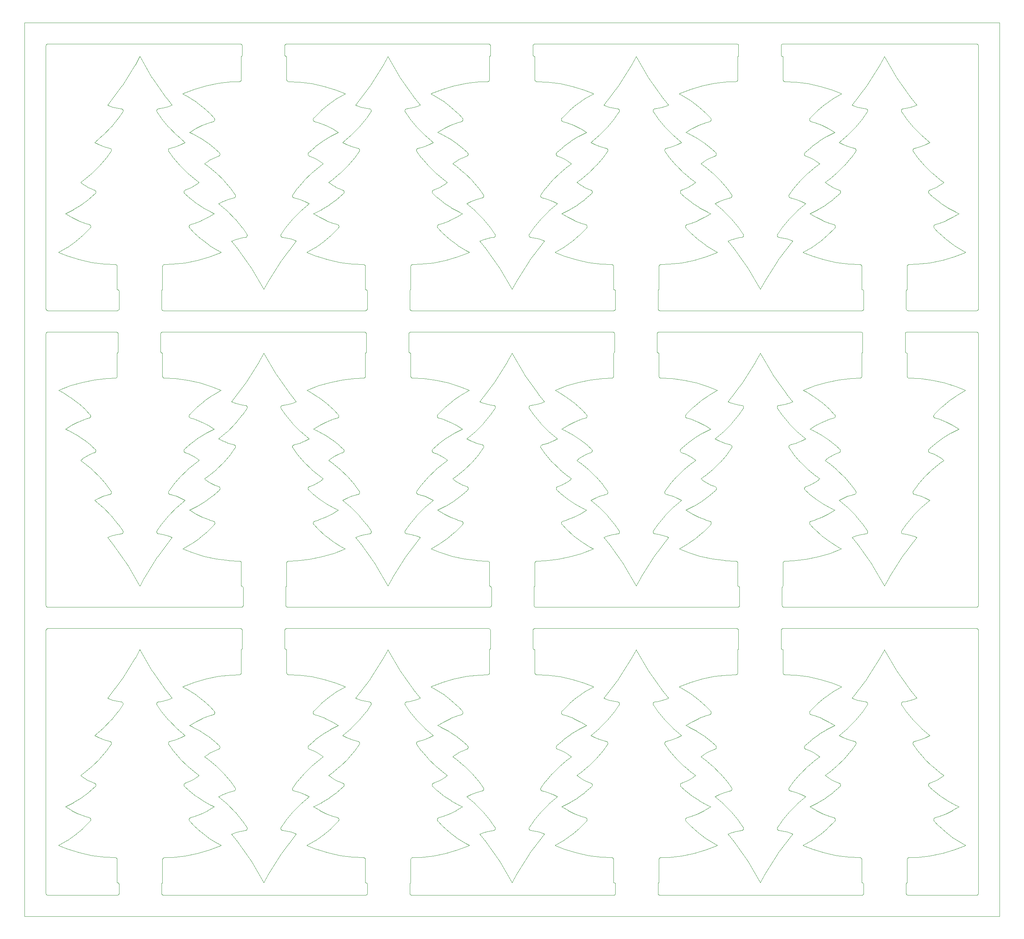
<source format=gko>
G04 #@! TF.GenerationSoftware,KiCad,Pcbnew,6.0.5-a6ca702e91~116~ubuntu20.04.1*
G04 #@! TF.CreationDate,2022-10-27T20:54:25+02:00*
G04 #@! TF.ProjectId,panel,70616e65-6c2e-46b6-9963-61645f706362,rev?*
G04 #@! TF.SameCoordinates,Original*
G04 #@! TF.FileFunction,Profile,NP*
%FSLAX46Y46*%
G04 Gerber Fmt 4.6, Leading zero omitted, Abs format (unit mm)*
G04 Created by KiCad (PCBNEW 6.0.5-a6ca702e91~116~ubuntu20.04.1) date 2022-10-27 20:54:25*
%MOMM*%
%LPD*%
G01*
G04 APERTURE LIST*
G04 #@! TA.AperFunction,Profile*
%ADD10C,0.100000*%
G04 #@! TD*
G04 APERTURE END LIST*
D10*
X63689646Y-104244010D02*
X63689910Y-104244429D01*
X95508187Y-217612885D02*
X95523442Y-217631993D01*
X24585571Y-59959171D02*
X24585649Y-59959661D01*
X28137785Y-52588032D02*
X28137627Y-52588500D01*
X81416929Y-101553654D02*
X81417007Y-101554142D01*
X173636122Y-39182360D02*
X173635731Y-39182532D01*
X29253725Y-201889675D02*
X29258499Y-201891182D01*
X115743194Y-187852362D02*
X115743397Y-187852809D01*
X184149134Y-105522936D02*
X184150535Y-105546902D01*
X139825483Y-208709628D02*
X141993852Y-209576473D01*
X110906408Y-55027067D02*
X110898278Y-55004153D01*
X105814621Y-92811008D02*
X105790439Y-92807391D01*
X152121225Y-125300250D02*
X152134936Y-125320447D01*
X172866808Y-52598825D02*
X172867178Y-52598501D01*
X153090833Y-135599562D02*
X153090419Y-135599661D01*
X176418823Y-59965509D02*
X176419176Y-59965169D01*
X205623399Y-180478035D02*
X205623204Y-180477579D01*
X221271462Y-175448839D02*
X221268209Y-175424875D01*
X52560266Y-194760477D02*
X52546756Y-194740261D01*
X143498184Y-182555412D02*
X143515845Y-182542934D01*
X125609772Y-105222801D02*
X125626037Y-105240458D01*
X222975994Y-211583456D02*
X222999209Y-211576164D01*
X111161694Y-43197386D02*
X111162004Y-43197004D01*
X85266005Y-48221283D02*
X85265970Y-48220790D01*
X117918318Y-177836137D02*
X117898316Y-177850011D01*
X64542765Y-195154393D02*
X64554351Y-195175740D01*
X87095336Y-65072515D02*
X87079780Y-65087451D01*
X59534406Y-177821287D02*
X59515118Y-177836137D01*
X63691896Y-104246621D02*
X63692287Y-104246925D01*
X244401200Y-15000000D02*
X15010000Y-15000000D01*
X56062621Y-192222615D02*
X56062860Y-192222186D01*
X47519276Y-211772101D02*
X47533430Y-211752308D01*
X116586742Y-123034140D02*
X116590897Y-123036767D01*
X81673525Y-124698312D02*
X81672475Y-124674020D01*
X86540966Y-192221215D02*
X86541144Y-192221677D01*
X178469320Y-57097530D02*
X178464671Y-57099521D01*
X119259643Y-185325738D02*
X119272132Y-185346599D01*
X36695477Y-98460227D02*
X36682323Y-98480698D01*
X55269819Y-179575910D02*
X55269621Y-179576010D01*
X20126936Y-220278661D02*
X20111227Y-220260450D01*
X110892534Y-115953719D02*
X110883646Y-115931197D01*
X78910362Y-206004663D02*
X78576256Y-205867656D01*
X158905627Y-162636922D02*
X158905146Y-162637025D01*
X93468289Y-184200362D02*
X93491243Y-184208302D01*
X114463608Y-52598825D02*
X114463978Y-52598501D01*
X89846998Y-182824496D02*
X89847361Y-182824827D01*
X144945011Y-52596600D02*
X144945276Y-52597017D01*
X170778268Y-202180553D02*
X170800616Y-202170901D01*
X116861565Y-70142976D02*
X119584784Y-69083387D01*
X113675479Y-130676853D02*
X115227817Y-131441664D01*
X119256625Y-124381330D02*
X119270751Y-124400993D01*
X47219800Y-78218794D02*
X47220424Y-78193993D01*
X148249590Y-182810699D02*
X148249276Y-182811077D01*
X52623884Y-55207606D02*
X52606565Y-55190364D01*
X202070133Y-187841789D02*
X202069809Y-187841416D01*
X148529282Y-115862368D02*
X148524334Y-115886173D01*
X169566803Y-182820377D02*
X169566943Y-182819906D01*
X67327851Y-204832630D02*
X67320490Y-204855666D01*
X200950892Y-38548354D02*
X200024222Y-38277958D01*
X177416161Y-46421928D02*
X177392993Y-46429702D01*
X203349101Y-192211447D02*
X203348794Y-192211834D01*
X41008269Y-164624746D02*
X40992886Y-164650941D01*
X144944011Y-52594346D02*
X144944166Y-52594815D01*
X170579453Y-202902377D02*
X170566198Y-202881960D01*
X36790178Y-217441791D02*
X36814360Y-217445408D01*
X146547410Y-193304389D02*
X147327568Y-193685688D01*
X139821163Y-101556932D02*
X139821401Y-101557365D01*
X49794648Y-211498428D02*
X49799130Y-211498024D01*
X140083493Y-45785723D02*
X140092144Y-45763110D01*
X110617834Y-138884969D02*
X110617740Y-138885446D01*
X172069109Y-130671607D02*
X172069297Y-130671718D01*
X230576930Y-192748036D02*
X230580993Y-192745107D01*
X209035444Y-211455575D02*
X211505692Y-211553534D01*
X61653314Y-57101896D02*
X61653116Y-57101994D01*
X57339744Y-122408928D02*
X57339967Y-122409370D01*
X177993966Y-69071297D02*
X177993818Y-69070827D01*
X42108790Y-147611683D02*
X42109057Y-147611271D01*
X129710381Y-217427878D02*
X129710799Y-217427619D01*
X139819549Y-208702981D02*
X139819689Y-208703447D01*
X169021908Y-171367824D02*
X169022033Y-171368302D01*
X146064899Y-62264782D02*
X146065107Y-62264845D01*
X134920994Y-22976179D02*
X134898010Y-22967838D01*
X84425652Y-47595297D02*
X84421613Y-47592495D01*
X105837618Y-77810511D02*
X105837737Y-77810035D01*
X234825063Y-59956143D02*
X234824954Y-59955665D01*
X198789711Y-186039372D02*
X198767007Y-186030960D01*
X90153784Y-194511793D02*
X90152118Y-194535947D01*
X209698975Y-136207118D02*
X211113632Y-137975440D01*
X154004393Y-217783515D02*
X154011021Y-217807051D01*
X96502244Y-175174277D02*
X96511624Y-175196376D01*
X35394458Y-125693201D02*
X35388535Y-125716756D01*
X122091447Y-104238329D02*
X122091432Y-104238823D01*
X163207710Y-35276298D02*
X163230990Y-35269748D01*
X143668479Y-122401831D02*
X143668344Y-122401359D01*
X104871534Y-135359433D02*
X104847957Y-135354912D01*
X169564894Y-182823786D02*
X169565204Y-182823404D01*
X133740778Y-105288907D02*
X133754542Y-105269022D01*
X111158604Y-127426602D02*
X110150689Y-126915160D01*
X49712299Y-34431680D02*
X49712594Y-34431283D01*
X144943772Y-52593387D02*
X144943880Y-52593870D01*
X198225797Y-69081457D02*
X198226170Y-69081769D01*
X140101901Y-185367351D02*
X140112740Y-185345701D01*
X118036371Y-133124071D02*
X118020888Y-133142568D01*
X175266707Y-132078045D02*
X176193377Y-132348441D01*
X53664313Y-107651255D02*
X53663406Y-107627273D01*
X217304405Y-23012557D02*
X217304029Y-23012874D01*
X49091024Y-44590969D02*
X49113556Y-44581902D01*
X197530983Y-118453479D02*
X195930644Y-116583504D01*
X199978756Y-38262241D02*
X199956711Y-38252755D01*
X158915856Y-162641304D02*
X158915578Y-162640898D01*
X82865274Y-37790075D02*
X82866716Y-37766120D01*
X177448939Y-197246570D02*
X177448846Y-197247053D01*
X42098464Y-147615833D02*
X42098948Y-147615922D01*
X158902992Y-147615240D02*
X158903448Y-147615423D01*
X239328617Y-157844172D02*
X239341484Y-157864491D01*
X95311662Y-92665586D02*
X95298148Y-92686241D01*
X122957551Y-55549340D02*
X122968065Y-55571234D01*
X76298212Y-162453114D02*
X76282957Y-162434006D01*
X51742788Y-126912899D02*
X51742392Y-126912720D01*
X35195397Y-184264429D02*
X35215016Y-184278747D01*
X124016790Y-28863435D02*
X123993242Y-28869566D01*
X163964768Y-177122170D02*
X162948756Y-175649294D01*
X174146367Y-122409370D02*
X174146611Y-122409800D01*
X105896567Y-98441945D02*
X105885624Y-98420361D01*
X136400136Y-55759437D02*
X136401377Y-55735181D01*
X169353156Y-55113861D02*
X169340667Y-55093000D01*
X244405026Y-15000761D02*
X244404568Y-15000584D01*
X95173866Y-92810671D02*
X95173487Y-92810983D01*
X114463082Y-192209460D02*
X113675539Y-191636701D01*
X192452757Y-205168112D02*
X192429429Y-205162443D01*
X108197848Y-211498428D02*
X108202330Y-211498024D01*
X57464156Y-122511556D02*
X57464374Y-122511730D01*
X129702786Y-77802519D02*
X129703264Y-77802633D01*
X205022147Y-30863126D02*
X205021964Y-30863054D01*
X172177793Y-192745107D02*
X172177969Y-192744978D01*
X193442691Y-162634113D02*
X193442607Y-162633630D01*
X64565481Y-55972059D02*
X64555034Y-55993985D01*
X67151954Y-65460346D02*
X67132268Y-65474394D01*
X198507325Y-185788973D02*
X198497334Y-185766919D01*
X180495051Y-104241752D02*
X180495205Y-104242222D01*
X52758735Y-182811087D02*
X52758421Y-182810709D01*
X151293605Y-174055422D02*
X151293782Y-174055884D01*
X198222634Y-69071769D02*
X198222540Y-69072246D01*
X53908083Y-62589588D02*
X53928749Y-62576724D01*
X147216922Y-40847356D02*
X147216519Y-40847068D01*
X171422308Y-53591552D02*
X171426617Y-53589224D01*
X60586593Y-186056102D02*
X60388004Y-186117299D01*
X100498395Y-23012259D02*
X100498005Y-23012557D01*
X60382778Y-46492638D02*
X60378223Y-46494366D01*
X207193023Y-31747087D02*
X207193397Y-31746775D01*
X24586613Y-59962465D02*
X24586853Y-59962900D01*
X113028175Y-53586393D02*
X113765801Y-53124750D01*
X208740334Y-44144473D02*
X208740540Y-44144539D01*
X52216759Y-171360234D02*
X52216508Y-171360659D01*
X122958234Y-55993985D02*
X122946714Y-56015367D01*
X181355821Y-109362677D02*
X181341898Y-109378771D01*
X82873108Y-177344964D02*
X82878043Y-177321478D01*
X124374530Y-147624283D02*
X124374886Y-147624622D01*
X23017216Y-101559993D02*
X23017601Y-101560301D01*
X140338091Y-141361734D02*
X140338305Y-141361694D01*
X112100558Y-202724318D02*
X112096239Y-202700361D01*
X174145229Y-122405609D02*
X174145288Y-122406100D01*
X63693048Y-206005880D02*
X63692649Y-206006174D01*
X46312260Y-35313706D02*
X46333802Y-35302716D01*
X205525471Y-202221607D02*
X205545247Y-202235204D01*
X25758130Y-103215850D02*
X25775957Y-103227580D01*
X34486641Y-34426118D02*
X34486675Y-34426612D01*
X42106728Y-23012105D02*
X42106315Y-23011837D01*
X188117057Y-217424471D02*
X188117303Y-217424045D01*
X90864723Y-126910646D02*
X90864520Y-126910730D01*
X55626482Y-70971441D02*
X58448123Y-70146459D01*
X177992840Y-69079365D02*
X177993091Y-69078940D01*
X112139375Y-107877750D02*
X112127291Y-107857015D01*
X141823315Y-183794765D02*
X143498184Y-182555412D01*
X83826575Y-123399593D02*
X84564201Y-122937950D01*
X151294936Y-136205893D02*
X151295195Y-136206315D01*
X122445733Y-104390397D02*
X123332523Y-104693509D01*
X169565766Y-43196198D02*
X169566016Y-43195775D01*
X54017014Y-202162370D02*
X54040327Y-202154945D01*
X147217059Y-180489641D02*
X147217443Y-180489326D01*
X105835072Y-92815311D02*
X105834717Y-92814972D01*
X212125046Y-92653943D02*
X212112782Y-92673929D01*
X223126766Y-35026837D02*
X223127180Y-35026738D01*
X114467306Y-118037423D02*
X114467416Y-118036941D01*
X199737470Y-177188145D02*
X199750014Y-177167685D01*
X52452681Y-115716852D02*
X52455538Y-115692809D01*
X135039015Y-23005812D02*
X135038839Y-23005354D01*
X135414457Y-28872722D02*
X135391083Y-28866456D01*
X211977970Y-92813205D02*
X211977718Y-92813626D01*
X20002362Y-20441971D02*
X20005306Y-20418102D01*
X84573169Y-122931778D02*
X85261624Y-122412330D01*
X94141657Y-174509849D02*
X95055661Y-174733328D01*
X148788620Y-171374307D02*
X148789034Y-171374053D01*
X177645682Y-46248780D02*
X177630937Y-46268113D01*
X57205477Y-140639841D02*
X57210299Y-140641226D01*
X90390331Y-31738048D02*
X90390260Y-31737567D01*
X119172450Y-124294737D02*
X119190957Y-124310348D01*
X164306699Y-220392552D02*
X164285217Y-220381738D01*
X204468307Y-62264845D02*
X205394977Y-62535241D01*
X204463325Y-201889675D02*
X204468099Y-201891182D01*
X122933336Y-195133647D02*
X122945965Y-195154393D01*
X34487803Y-174056780D02*
X34488046Y-174057210D01*
X125535468Y-205100794D02*
X125515114Y-205113854D01*
X193174560Y-162521255D02*
X193155819Y-162505551D01*
X54953195Y-108365054D02*
X54952991Y-108364977D01*
X88698653Y-62582596D02*
X88719071Y-62595207D01*
X221351956Y-175649294D02*
X221338652Y-175628951D01*
X227968906Y-43185487D02*
X227968630Y-43185080D01*
X166520112Y-34421841D02*
X166519918Y-34421386D01*
X141307840Y-177627096D02*
X141298922Y-177604815D01*
X164240510Y-217437843D02*
X164240676Y-217437381D01*
X199673116Y-177392520D02*
X199675730Y-177368664D01*
X20347761Y-82792097D02*
X20324924Y-82784553D01*
X52455538Y-115692809D02*
X52459579Y-115668937D01*
X60717739Y-185993124D02*
X60697293Y-186006283D01*
X204048598Y-117501649D02*
X204048415Y-117501767D01*
X205621010Y-180488993D02*
X205621361Y-180488643D01*
X95170000Y-77804019D02*
X95170012Y-77804509D01*
X206861049Y-116041939D02*
X206847282Y-116061980D01*
X170593620Y-129769405D02*
X170593550Y-129769897D01*
X158907091Y-162636758D02*
X158906601Y-162636789D01*
X192097862Y-64891152D02*
X192106824Y-64868881D01*
X193388738Y-152499463D02*
X193371319Y-152482880D01*
X64516425Y-195113450D02*
X64530136Y-195133647D01*
X153198342Y-211566877D02*
X153221716Y-211573143D01*
X174846998Y-47688449D02*
X174846815Y-47688567D01*
X106315384Y-35027909D02*
X106315592Y-35027866D01*
X173239924Y-42242296D02*
X174976851Y-43391953D01*
X56063206Y-118039718D02*
X56063431Y-118039278D01*
X52216469Y-138893241D02*
X52216775Y-138893619D01*
X169623006Y-194009897D02*
X169821595Y-193948700D01*
X30295453Y-62582596D02*
X30315871Y-62595207D01*
X52219602Y-31747389D02*
X52220016Y-31747657D01*
X36967834Y-92523872D02*
X36961732Y-92546513D01*
X148793367Y-31737090D02*
X148793250Y-31736618D01*
X166382181Y-44478179D02*
X166382599Y-44478071D01*
X24586853Y-59962900D02*
X24587114Y-59963321D01*
X174145372Y-122406587D02*
X174145480Y-122407070D01*
X224923663Y-174054561D02*
X224923781Y-174054080D01*
X221460845Y-174979253D02*
X221480531Y-174965205D01*
X153460642Y-72104289D02*
X153475609Y-72123305D01*
X204044228Y-117504516D02*
X204043869Y-117504763D01*
X48859685Y-44797832D02*
X48872251Y-44777047D01*
X205619021Y-180490465D02*
X205619447Y-180490211D01*
X124648031Y-202943829D02*
X125664043Y-204416705D01*
X36620067Y-98555320D02*
X36602285Y-98571930D01*
X66153242Y-162390171D02*
X66144136Y-162413112D01*
X119045525Y-113003782D02*
X119045522Y-113004273D01*
X119140707Y-185978967D02*
X119120939Y-185993124D01*
X163797618Y-88207606D02*
X163802887Y-88184140D01*
X201270709Y-60858407D02*
X201270897Y-60858518D01*
X88766508Y-116636071D02*
X88761841Y-116638334D01*
X222238447Y-88093699D02*
X222249261Y-88072217D01*
X118142725Y-132836324D02*
X118141283Y-132860279D01*
X142820302Y-187216032D02*
X142820120Y-187215919D01*
X151293615Y-136201674D02*
X151293667Y-136202166D01*
X188114794Y-77800642D02*
X188115170Y-77800325D01*
X119045551Y-113003291D02*
X119045525Y-113003782D01*
X206654941Y-182825709D02*
X206655362Y-182825964D01*
X95443850Y-82701972D02*
X95424890Y-82716769D01*
X139820106Y-101551193D02*
X139820062Y-101551685D01*
X158912291Y-162637990D02*
X158911854Y-162637763D01*
X224006065Y-125621185D02*
X224004898Y-125596925D01*
X199763544Y-177147863D02*
X199778028Y-177128728D01*
X141392020Y-59956205D02*
X141391950Y-59956697D01*
X169021642Y-31738978D02*
X169021647Y-31739471D01*
X59610857Y-59966685D02*
X59611269Y-59966420D01*
X107978979Y-126148222D02*
X107974124Y-126147081D01*
X81961597Y-197252826D02*
X81961788Y-197252373D01*
X34487188Y-136201179D02*
X34487215Y-136201674D01*
X30526265Y-54061637D02*
X30530857Y-54063523D01*
X119590816Y-69076659D02*
X119590932Y-69076179D01*
X213339306Y-134756659D02*
X213344905Y-134780185D01*
X227969216Y-182822175D02*
X227969446Y-182821741D01*
X118948880Y-124190467D02*
X118953611Y-124192174D01*
X169412965Y-194816764D02*
X169396607Y-194798775D01*
X168546679Y-43715669D02*
X168551328Y-43713678D01*
X111163046Y-43195341D02*
X111163254Y-43194896D01*
X177449400Y-57625965D02*
X177449591Y-57626418D01*
X88656088Y-62560444D02*
X88677641Y-62570999D01*
X47433840Y-92818106D02*
X47433619Y-92817667D01*
X203347565Y-52587572D02*
X203347385Y-52588032D01*
X46055984Y-35726030D02*
X46057495Y-35701893D01*
X115744615Y-187842173D02*
X115744316Y-187842563D01*
X59560039Y-46825235D02*
X58787479Y-47221548D01*
X207196146Y-171369225D02*
X207196308Y-171368767D01*
X100499218Y-23011721D02*
X100498800Y-23011980D01*
X89951594Y-194093259D02*
X89970850Y-194107937D01*
X122095096Y-104246621D02*
X122095487Y-104246925D01*
X198636384Y-124304998D02*
X198654651Y-124288952D01*
X52515038Y-54648326D02*
X52525680Y-54626465D01*
X244405475Y-225438639D02*
X244405913Y-225438419D01*
X53828514Y-107987582D02*
X53810942Y-107971236D01*
X53787737Y-129767493D02*
X53787572Y-129767961D01*
X176417174Y-59949542D02*
X176416747Y-59949302D01*
X164073247Y-82532700D02*
X164063501Y-82510713D01*
X76314401Y-162471438D02*
X76298212Y-162453114D01*
X90386997Y-31746775D02*
X90387354Y-31746446D01*
X202071077Y-122408545D02*
X202071272Y-122408095D01*
X119591152Y-208700128D02*
X119591123Y-208699635D01*
X158908564Y-23010411D02*
X158908074Y-23010369D01*
X47429516Y-92813562D02*
X47429078Y-92813342D01*
X119588229Y-101544630D02*
X119587842Y-101544337D01*
X195917124Y-116566994D02*
X195904331Y-116549915D01*
X222251165Y-92559256D02*
X222240002Y-92537502D01*
X169279081Y-115908265D02*
X169272458Y-115884976D01*
X239382553Y-157951324D02*
X239390097Y-157974161D01*
X169561804Y-127426602D02*
X168553889Y-126915160D01*
X25743437Y-100483346D02*
X25743234Y-100483423D01*
X71301525Y-77802830D02*
X71302016Y-77802847D01*
X56063679Y-52588631D02*
X56063544Y-52588159D01*
X222642264Y-77813996D02*
X222642556Y-77813602D01*
X124120643Y-157626993D02*
X124144628Y-157628762D01*
X142828852Y-47595297D02*
X142824813Y-47592495D01*
X177676840Y-124948660D02*
X177662922Y-124968472D01*
X118017685Y-110663078D02*
X118017403Y-110662669D01*
X87342090Y-179581192D02*
X87341902Y-179581081D01*
X194844886Y-104579087D02*
X195715968Y-104248075D01*
X150252204Y-181106204D02*
X148250639Y-182809664D01*
X105921581Y-98483362D02*
X105908562Y-98462963D01*
X76212999Y-162305660D02*
X76205206Y-162282484D01*
X207196146Y-31742825D02*
X207196308Y-31742367D01*
X172745225Y-117927869D02*
X172734622Y-117919711D01*
X122093110Y-104244429D02*
X122093394Y-104244834D01*
X228945775Y-107877750D02*
X228933691Y-107857015D01*
X112193038Y-129764156D02*
X112192705Y-129764524D01*
X42097048Y-147615423D02*
X42097513Y-147615583D01*
X135038640Y-23004906D02*
X135038419Y-23004467D01*
X78916278Y-206011525D02*
X78916148Y-206011047D01*
X114977068Y-201257067D02*
X114981525Y-201254991D01*
X164289341Y-211835345D02*
X164300400Y-211813670D01*
X170494174Y-202603284D02*
X170495878Y-202579001D01*
X52215722Y-31736067D02*
X52215583Y-31736540D01*
X105393916Y-174832576D02*
X106315384Y-174654309D01*
X198554677Y-45657927D02*
X198569557Y-45638828D01*
X42109714Y-23015322D02*
X42109456Y-23014904D01*
X141392935Y-199579785D02*
X141392725Y-199580234D01*
X124371981Y-162629088D02*
X124371862Y-162629564D01*
X239353338Y-157885417D02*
X239364152Y-157906899D01*
X23018258Y-101543904D02*
X23017849Y-101544179D01*
X228994257Y-62705846D02*
X229009301Y-62686709D01*
X211892818Y-211769437D02*
X211905837Y-211789836D01*
X84144492Y-178174754D02*
X83217822Y-177904358D01*
X229825320Y-193218051D02*
X229825508Y-193217952D01*
X153370097Y-87818506D02*
X153393793Y-87822618D01*
X177991636Y-208707325D02*
X177991966Y-208706958D01*
X188101035Y-217425869D02*
X188101369Y-217426229D01*
X87659214Y-108361604D02*
X87654388Y-108363126D01*
X143669165Y-187849164D02*
X143669203Y-187848671D01*
X141396698Y-59966399D02*
X142867509Y-60858407D01*
X193556549Y-141920043D02*
X193572596Y-141901751D01*
X193556933Y-205332623D02*
X193552204Y-205331572D01*
X118791002Y-186117363D02*
X118786378Y-186118897D01*
X136453648Y-55549340D02*
X136465234Y-55527993D01*
X59603498Y-38126490D02*
X59587521Y-38144856D01*
X78069301Y-200874028D02*
X78083906Y-200858550D01*
X118018599Y-110664835D02*
X118018404Y-110664379D01*
X212966442Y-174897887D02*
X212989770Y-174903556D01*
X81795740Y-45602859D02*
X81799572Y-45599027D01*
X166519756Y-34430008D02*
X166519967Y-34429560D01*
X200401838Y-69951872D02*
X200406129Y-69953300D01*
X66218777Y-202909393D02*
X66232182Y-202926325D01*
X119586600Y-101543575D02*
X119586163Y-101543362D01*
X172432671Y-210597900D02*
X172432882Y-210597841D01*
X164728911Y-174651851D02*
X165632965Y-174395703D01*
X112137703Y-62789131D02*
X112148673Y-62767400D01*
X225004248Y-211498428D02*
X225008730Y-211498024D01*
X137404125Y-141684805D02*
X140327542Y-141363355D01*
X163302491Y-174883470D02*
X163786050Y-174834207D01*
X76633952Y-147627576D02*
X76634264Y-147627196D01*
X228934226Y-202437779D02*
X228944103Y-202415531D01*
X92893496Y-34433421D02*
X92893887Y-34433725D01*
X95375581Y-88207606D02*
X95379693Y-88231302D01*
X48831555Y-34767773D02*
X48831968Y-34767636D01*
X76310336Y-157787338D02*
X76326919Y-157769919D01*
X193133319Y-20143519D02*
X193150738Y-20126936D01*
X147219377Y-180487079D02*
X147219631Y-180486653D01*
X181402458Y-114746398D02*
X181407205Y-114770217D01*
X105383072Y-35207782D02*
X105388179Y-35207146D01*
X165853846Y-44612395D02*
X165875369Y-44601142D01*
X135124076Y-141958901D02*
X135138230Y-141939108D01*
X30476973Y-107815020D02*
X30467096Y-107837268D01*
X105835731Y-92816038D02*
X105835410Y-92815666D01*
X177753298Y-124602038D02*
X177756408Y-124626049D01*
X31443523Y-182810337D02*
X31443190Y-182810699D01*
X134786806Y-63282844D02*
X136458578Y-61263722D01*
X167489638Y-183767402D02*
X167489842Y-183767323D01*
X148790202Y-31731742D02*
X148789829Y-31731430D01*
X49896331Y-123889684D02*
X49909124Y-123872605D01*
X166521160Y-136202741D02*
X166521249Y-136202254D01*
X64543514Y-195641767D02*
X64530948Y-195662552D01*
X236393834Y-101560853D02*
X236394236Y-101560580D01*
X230051834Y-204058606D02*
X229028346Y-202959426D01*
X147220450Y-129770800D02*
X147220412Y-129770312D01*
X221341692Y-134618269D02*
X221354886Y-134598067D01*
X60401811Y-68638215D02*
X60376238Y-68623218D01*
X152176031Y-135858763D02*
X152171318Y-135860437D01*
X198225099Y-69080781D02*
X198225440Y-69081128D01*
X116536778Y-60863589D02*
X116541304Y-60861236D01*
X184067243Y-64790305D02*
X184080547Y-64810648D01*
X144943893Y-52588976D02*
X144943783Y-52589458D01*
X224041155Y-34767773D02*
X224041568Y-34767636D01*
X110878157Y-54788052D02*
X110881917Y-54764031D01*
X211862061Y-35106928D02*
X211862266Y-35106976D01*
X119045602Y-113002802D02*
X119045551Y-113003291D01*
X206938807Y-115814168D02*
X206936242Y-115838347D01*
X49576199Y-184104471D02*
X49580965Y-184103133D01*
X78562266Y-66236002D02*
X77675476Y-65932890D01*
X90386354Y-138879932D02*
X90385983Y-138879606D01*
X207195528Y-171370544D02*
X207195755Y-171370115D01*
X31443433Y-127428648D02*
X31443105Y-127429013D01*
X202995985Y-128395651D02*
X202977675Y-128384103D01*
X89845505Y-182811877D02*
X89845249Y-182812298D01*
X52489787Y-54716695D02*
X52497069Y-54693497D01*
X182783328Y-147627110D02*
X182783815Y-147627170D01*
X63690675Y-206019924D02*
X63690975Y-206020318D01*
X133717806Y-65286935D02*
X133707355Y-65265322D01*
X140462319Y-46435932D02*
X140457588Y-46434225D01*
X89848134Y-182825435D02*
X89848541Y-182825709D01*
X105012888Y-135371757D02*
X105012669Y-135371725D01*
X52472392Y-194438631D02*
X52474957Y-194414452D01*
X181407205Y-114770217D02*
X181410767Y-114794242D01*
X163230990Y-35269748D02*
X163254565Y-35264354D01*
X224036373Y-174395641D02*
X224041155Y-174394173D01*
X96505975Y-175570718D02*
X96495933Y-175592524D01*
X144943783Y-192215858D02*
X144943697Y-192216345D01*
X42092421Y-147611901D02*
X42092718Y-147612292D01*
X124822313Y-148067598D02*
X124824025Y-148091198D01*
X204468307Y-201891245D02*
X205394977Y-202161641D01*
X76372617Y-107326474D02*
X76359968Y-107308970D01*
X66423327Y-205231817D02*
X66418220Y-205232453D01*
X196678865Y-196295126D02*
X196678659Y-196295060D01*
X107240918Y-184467540D02*
X107251365Y-184445614D01*
X23013451Y-69077505D02*
X23013635Y-69077955D01*
X117598450Y-102714512D02*
X117616735Y-102703374D01*
X75304155Y-65265322D02*
X75294775Y-65243223D01*
X211977580Y-217435132D02*
X211977821Y-217435559D01*
X187016269Y-94811546D02*
X187000886Y-94837741D01*
X206674452Y-194044561D02*
X206696215Y-194055172D01*
X168551729Y-43713496D02*
X168556285Y-43711303D01*
X88816804Y-40851179D02*
X88816586Y-40850734D01*
X142820302Y-47589632D02*
X142820120Y-47589519D01*
X198222891Y-69070832D02*
X198222751Y-69071298D01*
X56593562Y-66015271D02*
X56576564Y-66001832D01*
X28137480Y-192220270D02*
X28137611Y-192220746D01*
X15004444Y-225437914D02*
X15004858Y-225438177D01*
X173379877Y-61630839D02*
X173380268Y-61630667D01*
X224016741Y-125693201D02*
X224011994Y-125669382D01*
X118786378Y-186118897D02*
X118785978Y-186119038D01*
X87355533Y-191618858D02*
X87332460Y-191636701D01*
X122890501Y-195720821D02*
X122874087Y-195738723D01*
X213012792Y-35283962D02*
X213035453Y-35291886D01*
X193774394Y-141770256D02*
X193797609Y-141762964D01*
X71309110Y-92825901D02*
X71308726Y-92825593D01*
X198224469Y-69080041D02*
X198224775Y-69080419D01*
X195721883Y-104235506D02*
X195721712Y-104235041D01*
X59615549Y-59956625D02*
X59615463Y-59956143D01*
X181378044Y-66045426D02*
X181377631Y-66045563D01*
X82888879Y-132814421D02*
X82889374Y-132790084D01*
X170584702Y-107936064D02*
X170569713Y-107917322D01*
X154923110Y-175218907D02*
X154930282Y-175241817D01*
X231778337Y-201259201D02*
X231778535Y-201259121D01*
X89845183Y-127430624D02*
X89844953Y-127431058D01*
X206653123Y-182810337D02*
X206652790Y-182810699D01*
X129697096Y-92828754D02*
X128613069Y-94811546D01*
X198865724Y-186062409D02*
X198865519Y-186062332D01*
X199671674Y-177416475D02*
X199673116Y-177392520D01*
X119045775Y-113001834D02*
X119045677Y-113002316D01*
X61865960Y-52156977D02*
X61880216Y-52172920D01*
X115742574Y-48220186D02*
X115742494Y-48220671D01*
X176496562Y-132603886D02*
X176506559Y-132625703D01*
X93578293Y-184251100D02*
X93598597Y-184264429D01*
X206813470Y-194140054D02*
X206830346Y-194157415D01*
X85262247Y-122396876D02*
X85261872Y-122396558D01*
X147142047Y-62608804D02*
X147161133Y-62623352D01*
X52522827Y-194697946D02*
X52512466Y-194675950D01*
X205620259Y-40863241D02*
X205620643Y-40862926D01*
X135040200Y-28420638D02*
X135039600Y-28396322D01*
X57464374Y-122511730D02*
X57474977Y-122519888D01*
X154918137Y-175548447D02*
X154909175Y-175570718D01*
X119591977Y-101553188D02*
X119592001Y-101552703D01*
X166521367Y-136200776D02*
X166521358Y-136200281D01*
X176422021Y-199585470D02*
X176422055Y-199584981D01*
X199796135Y-199579785D02*
X199795925Y-199580234D01*
X49714414Y-34425715D02*
X49714411Y-34425220D01*
X139824173Y-208708991D02*
X139824599Y-208709224D01*
X118018265Y-199581128D02*
X118018087Y-199580671D01*
X227924584Y-116197627D02*
X227903371Y-116185955D01*
X119586541Y-69082495D02*
X119586950Y-69082220D01*
X76659491Y-152556684D02*
X76639172Y-152543817D01*
X111163046Y-182821741D02*
X111163254Y-182821296D01*
X38142761Y-35757708D02*
X38141811Y-35781696D01*
X158901684Y-147614562D02*
X158902108Y-147614809D01*
X172993999Y-99797088D02*
X172993787Y-99797039D01*
X195719678Y-66380101D02*
X195719303Y-66379778D01*
X105644102Y-220091838D02*
X105637687Y-220068659D01*
X169262701Y-115837561D02*
X169259591Y-115813550D01*
X134907182Y-152408627D02*
X134894315Y-152388308D01*
X177990925Y-69081609D02*
X177991289Y-69081276D01*
X145348123Y-181423080D02*
X147215383Y-180490697D01*
X176658178Y-184353907D02*
X176673941Y-184368207D01*
X222702967Y-98441945D02*
X222692024Y-98420361D01*
X224923355Y-34429102D02*
X224923521Y-34428635D01*
X47411421Y-92811008D02*
X47387239Y-92807391D01*
X231271578Y-52585117D02*
X231271272Y-52584732D01*
X52216508Y-171360659D02*
X52216278Y-171361096D01*
X239267680Y-20143519D02*
X239284263Y-20160938D01*
X209700649Y-136192974D02*
X209700266Y-136193287D01*
X24587022Y-199578920D02*
X24586768Y-199579346D01*
X20324924Y-157655046D02*
X20347761Y-157647502D01*
X122096310Y-104247473D02*
X122096742Y-104247716D01*
X88812374Y-129762742D02*
X88811947Y-129762502D01*
X193047661Y-157885417D02*
X193059515Y-157864491D01*
X143668186Y-122400894D02*
X143668005Y-122400437D01*
X52218674Y-171357990D02*
X52218310Y-171358323D01*
X148793577Y-171366388D02*
X148793601Y-171365903D01*
X37217437Y-82371228D02*
X37214493Y-82395097D01*
X76282957Y-162434006D02*
X76268674Y-162414160D01*
X239213090Y-220343169D02*
X239193427Y-220357017D01*
X95169399Y-212018961D02*
X95170000Y-212043277D01*
X236397523Y-69073235D02*
X236397470Y-69072745D01*
X108117611Y-174051620D02*
X108117584Y-174051125D01*
X231273425Y-52593013D02*
X231273505Y-52592528D01*
X67271107Y-105821330D02*
X67257913Y-105841532D01*
X141490528Y-38217992D02*
X141470752Y-38204395D01*
X108113289Y-136192126D02*
X108112857Y-136191883D01*
X104781582Y-174910389D02*
X104804510Y-174902698D01*
X199333381Y-120224522D02*
X199317522Y-120209629D01*
X34620389Y-44476657D02*
X34620598Y-44476718D01*
X42103797Y-147615499D02*
X42104258Y-147615327D01*
X166520792Y-174052610D02*
X166520814Y-174052115D01*
X114972135Y-61632721D02*
X114976677Y-61630839D01*
X144945039Y-192212652D02*
X144944793Y-192213081D01*
X56063595Y-52593967D02*
X56063722Y-52593493D01*
X199702122Y-177604815D02*
X199694306Y-177582124D01*
X166517312Y-136192674D02*
X166516907Y-136192390D01*
X164239064Y-77813996D02*
X164239356Y-77813602D01*
X66244831Y-202943829D02*
X67260843Y-204416705D01*
X92893496Y-174059821D02*
X92893887Y-174060125D01*
X205623848Y-40853053D02*
X205623722Y-40852573D01*
X202072106Y-48224223D02*
X202072216Y-48223741D01*
X37171197Y-217715297D02*
X37181261Y-217737581D01*
X147216247Y-180490211D02*
X147216660Y-180489936D01*
X202071944Y-122403279D02*
X202071879Y-122402792D01*
X137513924Y-193685805D02*
X137527444Y-193669295D01*
X42106315Y-162638237D02*
X42105891Y-162637990D01*
X93802405Y-44957017D02*
X93805967Y-44981042D01*
X154909175Y-175570718D02*
X154899133Y-175592524D01*
X53850266Y-202260502D02*
X53868793Y-202244712D01*
X143283438Y-198633040D02*
X143264676Y-198642919D01*
X192504091Y-105070270D02*
X192987650Y-105021007D01*
X158902848Y-162637883D02*
X158902418Y-162638121D01*
X47284286Y-87850501D02*
X47306724Y-87841846D01*
X57215812Y-140642560D02*
X60088037Y-141267617D01*
X148541941Y-54741423D02*
X148547405Y-54765010D01*
X164241153Y-77808580D02*
X164241177Y-77808090D01*
X107229765Y-174395703D02*
X107229973Y-174395641D01*
X176340806Y-38194887D02*
X176321518Y-38209737D01*
X112085721Y-107485061D02*
X112092929Y-107462170D01*
X180499860Y-206005606D02*
X180499448Y-206005880D01*
X198222422Y-69073211D02*
X198222398Y-69073696D01*
X129702786Y-217428919D02*
X129703264Y-217429033D01*
X58130860Y-188429298D02*
X58153933Y-188447141D01*
X129697221Y-77798701D02*
X129697518Y-77799092D01*
X105837310Y-77811443D02*
X105837476Y-77810981D01*
X244411200Y-225429600D02*
X244411200Y-15010000D01*
X199742503Y-132602331D02*
X199753473Y-132580600D01*
X137980773Y-28984035D02*
X137980555Y-28984024D01*
X188099885Y-217424277D02*
X188100143Y-217424695D01*
X203347093Y-192215376D02*
X203346983Y-192215858D01*
X139825960Y-101543202D02*
X139825514Y-101543414D01*
X236391184Y-69083387D02*
X236391639Y-69083197D01*
X105812012Y-217458411D02*
X105830951Y-217444383D01*
X118016781Y-110661897D02*
X118016442Y-110661535D01*
X203349427Y-192211075D02*
X203349101Y-192211447D01*
X141392725Y-199580234D02*
X141392537Y-199580693D01*
X47881234Y-98697702D02*
X47857191Y-98694956D01*
X152200858Y-184559598D02*
X152205605Y-184583417D01*
X105836681Y-77812773D02*
X105836913Y-77812340D01*
X123884093Y-65787692D02*
X123883888Y-65787748D01*
X115745268Y-187841440D02*
X115744933Y-187841798D01*
X151295067Y-174046037D02*
X151294777Y-174046438D01*
X140075831Y-124649707D02*
X140077192Y-124625431D01*
X177994352Y-69073728D02*
X177994323Y-69073235D01*
X31442812Y-43197000D02*
X31443123Y-43197381D01*
X71297200Y-92825180D02*
X71296795Y-92825459D01*
X222415874Y-92736563D02*
X222395661Y-92722804D01*
X177993877Y-69077132D02*
X177994016Y-69076659D01*
X148374050Y-194107937D02*
X148392557Y-194123548D01*
X31441545Y-127431503D02*
X31441359Y-127431958D01*
X182488405Y-168464549D02*
X182466029Y-168474107D01*
X66419037Y-152184428D02*
X66416093Y-152208297D01*
X52580853Y-116095384D02*
X52564855Y-116077211D01*
X59643401Y-177184039D02*
X59655627Y-177205089D01*
X151916975Y-126035430D02*
X151894443Y-126044497D01*
X142837548Y-127234446D02*
X142819895Y-127222200D01*
X170486831Y-116567111D02*
X170486636Y-116567018D01*
X153590090Y-87909630D02*
X153609050Y-87924427D01*
X211793301Y-98587637D02*
X211773960Y-98602401D01*
X86711415Y-57884187D02*
X86693754Y-57896665D01*
X129709951Y-217428116D02*
X129710381Y-217427878D01*
X28140491Y-192225280D02*
X28140866Y-192225602D01*
X183218883Y-205233423D02*
X182297415Y-205411690D01*
X199765509Y-132559441D02*
X199778581Y-132538906D01*
X92218195Y-71828270D02*
X92218411Y-71828296D01*
X169024957Y-138895262D02*
X169025359Y-138895536D01*
X141415742Y-38158036D02*
X141398992Y-38140850D01*
X223121992Y-174654266D02*
X223126766Y-174653237D01*
X95585698Y-82510713D02*
X95575952Y-82532700D01*
X90389910Y-31736152D02*
X90389748Y-31735694D01*
X105886141Y-211835345D02*
X105897200Y-211813670D01*
X91931640Y-126481852D02*
X91931432Y-126481918D01*
X148788550Y-138895420D02*
X148788945Y-138895124D01*
X199873952Y-38204395D02*
X199854866Y-38189847D01*
X82989876Y-110664482D02*
X82989702Y-110664941D01*
X152194530Y-184799938D02*
X152187376Y-184823149D01*
X165875369Y-44601142D02*
X165897424Y-44590969D01*
X180501631Y-206004724D02*
X180501173Y-206004911D01*
X114467616Y-118034977D02*
X114467605Y-118034483D01*
X227967057Y-43198432D02*
X227967420Y-43198100D01*
X95170760Y-77807845D02*
X95170959Y-77808293D01*
X139156974Y-191768067D02*
X140914322Y-190043170D01*
X116964165Y-36380993D02*
X117987653Y-37480173D01*
X31728918Y-194344534D02*
X31735541Y-194367823D01*
X88816977Y-129773719D02*
X88817082Y-129773240D01*
X140365188Y-57619227D02*
X140365025Y-57618763D01*
X204852443Y-129402615D02*
X203014784Y-128406384D01*
X31442305Y-182811877D02*
X31442049Y-182812298D01*
X227980399Y-194026539D02*
X228003038Y-194017671D01*
X96504005Y-135087309D02*
X96493325Y-135109007D01*
X140079757Y-124601252D02*
X140083517Y-124577231D01*
X112083436Y-116567018D02*
X112078930Y-116564935D01*
X118028097Y-132503535D02*
X118043086Y-132522277D01*
X211976566Y-92816845D02*
X211976494Y-92817331D01*
X234824999Y-110664835D02*
X234824804Y-110664379D01*
X143665490Y-187855936D02*
X143665868Y-187855617D01*
X211977359Y-217434693D02*
X211977580Y-217435132D01*
X24585978Y-110667329D02*
X24585944Y-110667818D01*
X119350098Y-124602038D02*
X119353208Y-124626049D01*
X140360204Y-197239802D02*
X139352289Y-196728360D01*
X105837977Y-77808090D02*
X105837996Y-77807309D01*
X84572993Y-122931907D02*
X84573169Y-122931778D01*
X134975354Y-147678302D02*
X134993589Y-147661667D01*
X147219527Y-129775566D02*
X147219723Y-129775117D01*
X239405893Y-152208297D02*
X239401781Y-152231993D01*
X199795587Y-110669287D02*
X199795650Y-110669774D01*
X140363587Y-197242599D02*
X140363276Y-197242218D01*
X58778406Y-47226694D02*
X58778224Y-47226806D01*
X109159123Y-181106313D02*
X109142867Y-181091847D01*
X52590207Y-55172375D02*
X52574761Y-55153598D01*
X239396512Y-88184140D02*
X239401781Y-88207606D01*
X82989337Y-59954293D02*
X82989172Y-59954761D01*
X114590799Y-99797088D02*
X114590587Y-99797039D01*
X81959038Y-197241172D02*
X81958659Y-197240858D01*
X46270931Y-174965205D02*
X46291285Y-174952145D01*
X166520676Y-34427194D02*
X166520746Y-34426703D01*
X36771061Y-92810379D02*
X36770666Y-92810671D01*
X105773754Y-77865102D02*
X105791989Y-77848467D01*
X239364152Y-88093699D02*
X239373898Y-88115686D01*
X53791930Y-180473179D02*
X53791530Y-180473464D01*
X65968412Y-147617701D02*
X65968448Y-147618191D01*
X20002362Y-152184428D02*
X20000593Y-152160443D01*
X61187952Y-208700128D02*
X61187923Y-208699635D01*
X56063272Y-52594895D02*
X56063445Y-52594435D01*
X221654357Y-135354912D02*
X221631029Y-135349243D01*
X231271067Y-118027859D02*
X231270708Y-118027519D01*
X177448953Y-113006224D02*
X177449070Y-113006701D01*
X124188501Y-168400837D02*
X124169160Y-168415601D01*
X53787150Y-129769897D02*
X53787105Y-129770391D01*
X53792009Y-40863396D02*
X53792425Y-40863657D01*
X95176627Y-77813433D02*
X95177093Y-77813587D01*
X113663297Y-179581241D02*
X112195542Y-180472914D01*
X122092123Y-66386005D02*
X122092053Y-66386496D01*
X87339704Y-130674436D02*
X87340094Y-130674223D01*
X169025601Y-171373501D02*
X169026002Y-171373789D01*
X29585691Y-117034847D02*
X29581382Y-117037175D01*
X192074294Y-105659414D02*
X192069862Y-105635639D01*
X234825062Y-110672106D02*
X234825227Y-110671638D01*
X112092929Y-107462170D02*
X112101249Y-107439660D01*
X88817628Y-40854028D02*
X88817550Y-40853538D01*
X209834999Y-44478069D02*
X209835420Y-44478177D01*
X211977359Y-77808293D02*
X211977580Y-77808732D01*
X34487444Y-136203141D02*
X34487568Y-136203620D01*
X136591383Y-195787252D02*
X136572498Y-195771980D01*
X173384918Y-61628499D02*
X174939780Y-60863689D01*
X188113007Y-92824359D02*
X188112551Y-92824176D01*
X163020472Y-35383774D02*
X163038677Y-35367855D01*
X35727935Y-174506779D02*
X35732841Y-174508334D01*
X115742455Y-48223120D02*
X115742520Y-48223607D01*
X141397416Y-199575302D02*
X141396978Y-199575534D01*
X169023001Y-171370565D02*
X169023259Y-171370985D01*
X205619591Y-129763284D02*
X205619190Y-129763003D01*
X148302093Y-116193083D02*
X148281020Y-116205211D01*
X211928775Y-72206038D02*
X211938639Y-72228136D01*
X152212663Y-125572637D02*
X152212701Y-125596925D01*
X206651833Y-127430201D02*
X206651583Y-127430624D01*
X105571684Y-133113130D02*
X105585206Y-133096044D01*
X222376160Y-92708055D02*
X222357419Y-92692351D01*
X144945378Y-118030184D02*
X144945139Y-118030613D01*
X213246218Y-175072090D02*
X213260677Y-175091254D01*
X164279371Y-211857541D02*
X164289341Y-211835345D01*
X89848541Y-182825709D02*
X89848962Y-182825964D01*
X174146522Y-48217854D02*
X174146327Y-48218304D01*
X198224508Y-101547459D02*
X198224278Y-101547896D01*
X38092733Y-35966124D02*
X38081635Y-35987411D01*
X174148866Y-122412402D02*
X174270556Y-122511556D01*
X195076969Y-114414342D02*
X195099024Y-114404169D01*
X119585956Y-69065294D02*
X118805011Y-68638215D01*
X152147565Y-45285206D02*
X152134936Y-45305952D01*
X34487246Y-174048632D02*
X34487087Y-174049100D01*
X89757227Y-194007012D02*
X89757436Y-194007075D01*
X151293215Y-34427591D02*
X151293321Y-34428074D01*
X169021289Y-138890247D02*
X169021451Y-138890705D01*
X23014678Y-101547896D02*
X23014471Y-101548344D01*
X119335368Y-45976692D02*
X119334007Y-46000968D01*
X35215016Y-184278747D02*
X35233901Y-184294019D01*
X67090939Y-205125893D02*
X67069397Y-205136883D01*
X141492881Y-132416662D02*
X141512883Y-132402788D01*
X114467565Y-118035964D02*
X114467603Y-118035471D01*
X225882759Y-183770947D02*
X225882967Y-183770881D01*
X141301289Y-132717639D02*
X141306580Y-132693878D01*
X163159900Y-135325487D02*
X163138123Y-135315383D01*
X168551729Y-183339896D02*
X168556285Y-183337703D01*
X177448731Y-197248029D02*
X177448710Y-197248520D01*
X47363267Y-92802572D02*
X47339566Y-92796563D01*
X153244753Y-211580555D02*
X153267395Y-211589095D01*
X111418597Y-193948636D02*
X111423221Y-193947102D01*
X95007175Y-72051989D02*
X95024785Y-72068587D01*
X52219449Y-171357379D02*
X52219054Y-171357675D01*
X118791204Y-46490899D02*
X118791002Y-46490963D01*
X31440953Y-43193024D02*
X31441070Y-43193501D01*
X117790177Y-132348441D02*
X117813161Y-132355763D01*
X63692649Y-66379774D02*
X63692266Y-66380087D01*
X230066600Y-64447395D02*
X230051834Y-64432206D01*
X15001967Y-225435556D02*
X15002269Y-225435943D01*
X47158368Y-37495770D02*
X46142356Y-36022894D01*
X31343875Y-54377190D02*
X31344080Y-54377267D01*
X105876171Y-72231141D02*
X105886141Y-72208945D01*
X81751374Y-46245069D02*
X81737248Y-46225406D01*
X198225445Y-208693153D02*
X198225104Y-208693499D01*
X112121144Y-107395994D02*
X112132670Y-107374945D01*
X121123161Y-56672197D02*
X121122957Y-56672276D01*
X60642796Y-197245622D02*
X60642656Y-197246093D01*
X200632975Y-123399593D02*
X201370601Y-122937950D01*
X165602977Y-45078018D02*
X165601736Y-45053762D01*
X153171019Y-98687720D02*
X153146980Y-98691485D01*
X37221727Y-135418617D02*
X37216620Y-135419253D01*
X205623627Y-180484838D02*
X205623768Y-180484363D01*
X118076929Y-133064654D02*
X118064385Y-133085114D01*
X59201549Y-126444980D02*
X59184684Y-126458034D01*
X88611561Y-62542563D02*
X88634043Y-62550958D01*
X105658482Y-217662008D02*
X105667761Y-217640473D01*
X188110853Y-77802574D02*
X188111328Y-77802448D01*
X23015499Y-208707181D02*
X23015840Y-208707528D01*
X210528893Y-39581049D02*
X208687025Y-41450407D01*
X112110662Y-107417583D02*
X112121144Y-107395994D01*
X147309950Y-63186739D02*
X147300537Y-63208816D01*
X228003038Y-194017671D02*
X228026206Y-194009897D01*
X147217443Y-40862926D02*
X147217810Y-40862593D01*
X60646120Y-197240853D02*
X60645742Y-197241167D01*
X224923946Y-174053103D02*
X224923992Y-174052610D01*
X205624049Y-180482902D02*
X205624094Y-180482408D01*
X90390165Y-171367830D02*
X90390259Y-171367353D01*
X111196638Y-194017671D02*
X111219806Y-194009897D01*
X176452090Y-38066958D02*
X176439018Y-38087493D01*
X134635202Y-22724302D02*
X134625138Y-22702018D01*
X118018404Y-110664379D02*
X118018186Y-110663934D01*
X208687025Y-181076807D02*
X208671537Y-181091852D01*
X95170022Y-92818309D02*
X95170003Y-92819090D01*
X30399076Y-107311688D02*
X30414292Y-107330689D01*
X198222398Y-208700582D02*
X198222421Y-208701068D01*
X80753774Y-118484732D02*
X80738839Y-118469422D01*
X192116866Y-204473475D02*
X192127964Y-204452188D01*
X42105891Y-23011590D02*
X42105454Y-23011363D01*
X59614010Y-59963649D02*
X59614270Y-59963233D01*
X36683218Y-211769437D02*
X36696237Y-211789836D01*
X88817265Y-129771290D02*
X88817250Y-129770800D01*
X115742944Y-122408928D02*
X115743167Y-122409370D01*
X175589382Y-186850375D02*
X175589011Y-186850585D01*
X92889875Y-174053012D02*
X92889933Y-174053503D01*
X169028015Y-171356212D02*
X169027560Y-171356402D01*
X176424942Y-38107353D02*
X176409898Y-38126490D01*
X119199834Y-45622835D02*
X119216192Y-45640824D01*
X135032965Y-162626172D02*
X135032499Y-162626018D01*
X107472169Y-44601142D02*
X107494224Y-44590969D01*
X119590216Y-101546750D02*
X119589930Y-101546358D01*
X37217437Y-219997628D02*
X37214493Y-220021497D01*
X178657425Y-118484732D02*
X176900077Y-120209629D01*
X116860814Y-38548404D02*
X116855988Y-38549926D01*
X93029020Y-184104577D02*
X93033875Y-184105718D01*
X223678358Y-135744465D02*
X223677929Y-135744339D01*
X208730537Y-44141016D02*
X208735195Y-44142775D01*
X151297087Y-34433725D02*
X151297492Y-34434009D01*
X206396004Y-116304099D02*
X206395802Y-116304163D01*
X72410313Y-75788658D02*
X75443796Y-70968398D01*
X164240676Y-77810981D02*
X164240818Y-77810511D01*
X119283890Y-124421330D02*
X119296007Y-124442292D01*
X148314228Y-194066844D02*
X148334837Y-194079550D01*
X88811508Y-129762283D02*
X88071898Y-129415668D01*
X147217152Y-129763903D02*
X147216779Y-129763584D01*
X47766394Y-211583456D02*
X47789609Y-211576164D01*
X56568935Y-61632721D02*
X56573477Y-61630839D01*
X124549298Y-157928886D02*
X124557953Y-157951324D01*
X170115922Y-190022829D02*
X168358574Y-188297932D01*
X164369645Y-98540364D02*
X164353757Y-98522110D01*
X141392277Y-59960626D02*
X141392427Y-59961099D01*
X84861476Y-59016519D02*
X82994216Y-59948902D01*
X49714063Y-174054561D02*
X49714181Y-174054080D01*
X81418380Y-208693861D02*
X81418074Y-208694239D01*
X78033155Y-104580973D02*
X78033568Y-104580836D01*
X198533680Y-124439665D02*
X198545394Y-124418359D01*
X89843912Y-127435811D02*
X89843939Y-127436302D01*
X113665909Y-130671607D02*
X113666097Y-130671718D01*
X144944544Y-52595728D02*
X144944767Y-52596170D01*
X165660178Y-131076922D02*
X165674101Y-131060828D01*
X81420565Y-208691946D02*
X81420163Y-208692219D01*
X134911524Y-20028646D02*
X134934361Y-20021102D01*
X47380738Y-220312663D02*
X47363319Y-220296080D01*
X211966759Y-98302359D02*
X211961366Y-98326087D01*
X26061109Y-200484807D02*
X26061297Y-200484918D01*
X193248817Y-20057861D02*
X193270299Y-20047047D01*
X203346829Y-192218809D02*
X203346888Y-192219300D01*
X112132670Y-107374945D02*
X112145214Y-107354485D01*
X144944320Y-118037768D02*
X144944455Y-118038240D01*
X49159828Y-126059230D02*
X49136510Y-126052437D01*
X37210066Y-217830888D02*
X37214315Y-217854967D01*
X122092832Y-206010039D02*
X122092644Y-206010497D01*
X200473268Y-47137622D02*
X200468786Y-47135309D01*
X91052625Y-48671532D02*
X89295277Y-50396429D01*
X54185366Y-114008391D02*
X54201650Y-113994619D01*
X30446055Y-202918136D02*
X30431571Y-202937271D01*
X137313562Y-66378263D02*
X136979456Y-66241256D01*
X75338618Y-65328496D02*
X75326103Y-65308010D01*
X229138349Y-62576724D02*
X229159628Y-62564903D01*
X61186725Y-101558560D02*
X61187012Y-101558168D01*
X136433718Y-115032776D02*
X136425423Y-115009949D01*
X122092644Y-206010497D02*
X122092478Y-206010964D01*
X82979902Y-177749264D02*
X82964913Y-177730522D01*
X144944554Y-118031964D02*
X144944404Y-118032432D01*
X188114404Y-77800940D02*
X188114794Y-77800642D01*
X60642974Y-113007636D02*
X60643160Y-113008091D01*
X163020138Y-135233637D02*
X163003027Y-135216798D01*
X211499015Y-135598490D02*
X211498807Y-135598533D01*
X119589891Y-208705340D02*
X119590121Y-208704903D01*
X90384356Y-138878494D02*
X89603411Y-138451415D01*
X198495344Y-45763110D02*
X198505101Y-45740951D01*
X198227373Y-208708991D02*
X198227799Y-208709224D01*
X31440725Y-182816982D02*
X31440722Y-182817473D01*
X46604426Y-135371048D02*
X46603986Y-135370999D01*
X154023837Y-82371228D02*
X154020893Y-82395097D01*
X177476094Y-29264705D02*
X174593757Y-29839148D01*
X185225502Y-212484315D02*
X185236746Y-212502703D01*
X134825193Y-152160443D02*
X134824600Y-152136277D01*
X28986279Y-192850080D02*
X29731380Y-193299147D01*
X169821797Y-54322236D02*
X169826421Y-54320702D01*
X110621757Y-138895262D02*
X110622159Y-138895536D01*
X104458866Y-175376612D02*
X104459184Y-175352430D01*
X148250198Y-182824496D02*
X148250561Y-182824827D01*
X222367968Y-37495770D02*
X221351956Y-36022894D01*
X164338790Y-98503094D02*
X164324781Y-98483362D01*
X193440531Y-23002838D02*
X193440210Y-23002466D01*
X188102871Y-217427494D02*
X188103284Y-217427762D01*
X92893147Y-136193969D02*
X92892815Y-136194336D01*
X93732548Y-184403447D02*
X93745114Y-184424232D01*
X35110575Y-44590969D02*
X35132630Y-44601142D01*
X231270948Y-52584364D02*
X231270606Y-52584011D01*
X165103967Y-172277359D02*
X165086031Y-172253499D01*
X65953530Y-142110169D02*
X65958864Y-142133774D01*
X108299531Y-46736715D02*
X107289974Y-45326149D01*
X193155819Y-22879151D02*
X193137884Y-22862531D01*
X207191826Y-31730608D02*
X207191400Y-31730375D01*
X165875369Y-126025257D02*
X165853846Y-126014004D01*
X144943697Y-192216345D02*
X144943634Y-192216835D01*
X199795737Y-59954293D02*
X199795572Y-59954761D01*
X115741983Y-122404622D02*
X115741994Y-122405116D01*
X153460642Y-211730689D02*
X153475609Y-211749705D01*
X217317110Y-23012701D02*
X217316726Y-23012393D01*
X148250272Y-182809992D02*
X148249923Y-182810337D01*
X60645742Y-197241167D02*
X60645379Y-197241499D01*
X83420115Y-44168365D02*
X85094984Y-42929012D01*
X48837718Y-44841140D02*
X48848165Y-44819214D01*
X201370784Y-122937832D02*
X201374971Y-122935083D01*
X60865805Y-46208040D02*
X60853049Y-46228739D01*
X213341541Y-35852978D02*
X213335938Y-35876322D01*
X206651598Y-43195771D02*
X206651849Y-43196194D01*
X47316230Y-82615090D02*
X47302382Y-82595427D01*
X108116996Y-136196019D02*
X108116753Y-136195589D01*
X78058025Y-109362806D02*
X76386022Y-107343406D01*
X211999778Y-77815391D02*
X212023960Y-77819008D01*
X89289637Y-71454417D02*
X89289852Y-71454461D01*
X119345805Y-124578210D02*
X119350098Y-124602038D01*
X47225388Y-78144893D02*
X47229718Y-78120593D01*
X124262195Y-104921227D02*
X124262608Y-104921310D01*
X227968335Y-43184687D02*
X227968021Y-43184309D01*
X165608794Y-125669382D02*
X165605232Y-125645357D01*
X65968422Y-23005109D02*
X65968403Y-23005890D01*
X23014122Y-101549267D02*
X23013983Y-101549740D01*
X169417335Y-194135130D02*
X169434784Y-194118198D01*
X111014135Y-54508730D02*
X111031584Y-54491798D01*
X59676869Y-177248878D02*
X59685833Y-177271510D01*
X147283908Y-62769384D02*
X147294962Y-62790686D01*
X199695774Y-132790084D02*
X199697478Y-132765801D01*
X65971686Y-147624622D02*
X65972057Y-147624942D01*
X205675024Y-62748649D02*
X205687108Y-62769384D01*
X48884718Y-39580940D02*
X48870236Y-39565576D01*
X47431872Y-92815311D02*
X47431517Y-92814972D01*
X207195284Y-171360356D02*
X207195016Y-171359950D01*
X144944027Y-52588500D02*
X144943893Y-52588976D01*
X222539161Y-87834302D02*
X222562340Y-87827887D01*
X64604181Y-114915383D02*
X64600546Y-114939397D01*
X176409898Y-177752890D02*
X176393921Y-177771256D01*
X175650843Y-59589415D02*
X173813184Y-58593184D01*
X169257415Y-115741006D02*
X169259081Y-115716852D01*
X239284263Y-220278661D02*
X239267680Y-220296080D01*
X89958148Y-116150647D02*
X89939107Y-116165767D01*
X112068316Y-107579320D02*
X112070930Y-107555464D01*
X231273391Y-192215509D02*
X231273279Y-192215031D01*
X147217576Y-129778369D02*
X147217912Y-129778012D01*
X90867004Y-43715646D02*
X90867205Y-43715730D01*
X139822240Y-208707528D02*
X139822597Y-208707857D01*
X147666117Y-190051899D02*
X145758733Y-191618858D01*
X147220282Y-129773240D02*
X147220364Y-129772757D01*
X203347206Y-118034849D02*
X203347199Y-118035340D01*
X56063002Y-52586790D02*
X56062777Y-52586353D01*
X177448846Y-57620653D02*
X177448776Y-57621139D01*
X105533084Y-92675731D02*
X105516001Y-92658238D01*
X176422050Y-199584000D02*
X176422012Y-199583512D01*
X36862033Y-77829836D02*
X36885405Y-77837020D01*
X31478641Y-99076270D02*
X31473673Y-99076926D01*
X28981942Y-53220940D02*
X28986097Y-53223567D01*
X199935158Y-38242200D02*
X199914146Y-38230603D01*
X133801427Y-65403598D02*
X133785162Y-65385941D01*
X47019101Y-88115686D02*
X47028847Y-88093699D01*
X176418911Y-110660864D02*
X176418522Y-110660556D01*
X207193397Y-171373175D02*
X207193754Y-171372846D01*
X148447733Y-115492322D02*
X148461243Y-115512538D01*
X177194404Y-186117299D02*
X177194202Y-186117363D01*
X210615863Y-125572637D02*
X210615901Y-125596925D01*
X139819222Y-208699611D02*
X139819198Y-208700096D01*
X211985415Y-217440370D02*
X211999778Y-217441791D01*
X134096905Y-205175993D02*
X134073134Y-205172633D01*
X169318866Y-194675950D02*
X169309608Y-194653467D01*
X47434705Y-217435468D02*
X47434753Y-217434980D01*
X141455066Y-132447302D02*
X141473593Y-132431512D01*
X119318305Y-45832336D02*
X119324125Y-45855943D01*
X88761639Y-116638435D02*
X87989079Y-117034748D01*
X36917313Y-82775898D02*
X36894875Y-82784553D01*
X217304471Y-147614294D02*
X217304884Y-147614562D01*
X144945139Y-118030613D02*
X144944922Y-118031054D01*
X229042716Y-53992565D02*
X229047480Y-53990515D01*
X23015840Y-208707528D02*
X23016197Y-208707857D01*
X142163556Y-111036984D02*
X144001215Y-112033215D01*
X54040327Y-62528545D02*
X54945375Y-62264859D01*
X89300403Y-211082671D02*
X92218195Y-211454670D01*
X205618347Y-129762502D02*
X205617908Y-129762283D01*
X58205205Y-43417203D02*
X59835411Y-44713901D01*
X174148531Y-122397182D02*
X174148171Y-122397520D01*
X52560266Y-55134077D02*
X52546756Y-55113861D01*
X23015722Y-101546224D02*
X23015431Y-101546622D01*
X56063679Y-192215031D02*
X56063544Y-192214559D01*
X37219800Y-82323077D02*
X37219206Y-82347243D01*
X164056357Y-78049428D02*
X164065463Y-78026487D01*
X108117121Y-34428635D02*
X108117263Y-34428161D01*
X203213268Y-70826578D02*
X203213477Y-70826641D01*
X78270569Y-114414342D02*
X78292624Y-114404169D01*
X158914903Y-147612083D02*
X158915190Y-147611683D01*
X90389748Y-171362094D02*
X90389564Y-171361644D01*
X151939030Y-126025257D02*
X151916975Y-126035430D01*
X195167828Y-56246030D02*
X195144510Y-56239237D01*
X59673729Y-133064654D02*
X59661185Y-133085114D01*
X38141134Y-175336136D02*
X38142535Y-175360102D01*
X20028646Y-82488275D02*
X20021102Y-82465438D01*
X164153136Y-82652261D02*
X164137427Y-82634050D01*
X141396139Y-59949663D02*
X141395740Y-59949958D01*
X147216101Y-180473200D02*
X145745290Y-179581192D01*
X200209650Y-183807819D02*
X200226515Y-183794765D01*
X64530948Y-56036152D02*
X64517368Y-56056289D01*
X122093698Y-104245224D02*
X122094022Y-104245599D01*
X170600592Y-107954050D02*
X170584702Y-107936064D01*
X198228236Y-208709437D02*
X198228683Y-208709628D01*
X90388616Y-171359950D02*
X90388330Y-171359558D01*
X64312175Y-56222230D02*
X64289643Y-56231297D01*
X184045129Y-205002958D02*
X184029472Y-205021390D01*
X169021729Y-31740454D02*
X169021807Y-31740942D01*
X65854266Y-104920176D02*
X65858995Y-104921227D01*
X124371600Y-162632536D02*
X124371600Y-168018733D01*
X36654242Y-72104289D02*
X36669209Y-72123305D01*
X47789609Y-71949764D02*
X47813157Y-71943633D01*
X195722353Y-66390967D02*
X195722512Y-66390499D01*
X183131369Y-152428290D02*
X183116572Y-152447250D01*
X144181364Y-135815032D02*
X144164973Y-135800857D01*
X60646514Y-197240559D02*
X60646120Y-197240853D01*
X114342243Y-117928043D02*
X114342025Y-117927869D01*
X119012961Y-46421928D02*
X118989793Y-46429702D01*
X71296073Y-77800806D02*
X71296471Y-77801094D01*
X234825221Y-59959070D02*
X234825255Y-59958581D01*
X184108805Y-204900509D02*
X184098125Y-204922207D01*
X117190491Y-47221647D02*
X117186182Y-47223975D01*
X65958759Y-28489159D02*
X65953366Y-28512887D01*
X188116197Y-77799267D02*
X188116503Y-77798883D01*
X115744421Y-187854482D02*
X115744727Y-187854867D01*
X184153933Y-204689387D02*
X184153615Y-204713569D01*
X108784607Y-98797578D02*
X108784172Y-98797542D01*
X96518261Y-134710577D02*
X96526152Y-134733437D01*
X93655206Y-184310209D02*
X93672487Y-184327276D01*
X119586541Y-208708895D02*
X119586950Y-208708620D01*
X154899133Y-35966124D02*
X154888035Y-35987411D01*
X90390165Y-31741430D02*
X90390259Y-31740953D01*
X221543402Y-174929116D02*
X221565461Y-174919202D01*
X66412483Y-65607023D02*
X65491015Y-65785290D01*
X88814485Y-180474390D02*
X88814111Y-180474064D01*
X140421406Y-124196697D02*
X140619995Y-124135500D01*
X198768501Y-57625041D02*
X198768624Y-57624565D01*
X224999363Y-211498684D02*
X225003857Y-211498456D01*
X196684004Y-196296824D02*
X196683595Y-196296680D01*
X144944793Y-192213081D02*
X144944568Y-192213521D01*
X153575976Y-92811659D02*
X153575647Y-92812023D01*
X224923339Y-136205518D02*
X224923566Y-136205078D01*
X118048890Y-38066958D02*
X118035818Y-38087493D01*
X32463804Y-43715646D02*
X32464005Y-43715730D01*
X65812459Y-157641087D02*
X65835638Y-157647502D01*
X170594027Y-129774299D02*
X170594200Y-129774764D01*
X205622831Y-40860253D02*
X205623064Y-40859814D01*
X46355861Y-174919202D02*
X46378382Y-174910389D01*
X95167581Y-98254247D02*
X95164568Y-98278393D01*
X153573200Y-217430419D02*
X153573212Y-217430909D01*
X231269898Y-118043037D02*
X231270290Y-118042736D01*
X100510710Y-162639101D02*
X100510326Y-162638793D01*
X205623979Y-180483394D02*
X205624049Y-180482902D01*
X167546067Y-181091847D02*
X167530467Y-181076678D01*
X89757436Y-194007075D02*
X89799879Y-194019311D01*
X75291462Y-64891152D02*
X75300424Y-64868881D01*
X123894215Y-65785290D02*
X123894007Y-65785333D01*
X58453076Y-209771296D02*
X58453486Y-209771157D01*
X205185468Y-172539634D02*
X205203250Y-172527712D01*
X198768810Y-197247545D02*
X198768740Y-197247058D01*
X38141405Y-134948538D02*
X38137523Y-134972409D01*
X88910677Y-202461184D02*
X88918493Y-202483875D01*
X31706521Y-115622246D02*
X31713505Y-115645536D01*
X164240019Y-92817667D02*
X164239778Y-92817240D01*
X142074830Y-186766741D02*
X142070454Y-186764232D01*
X36981236Y-92431173D02*
X36979554Y-92454562D01*
X46119964Y-134638988D02*
X46132092Y-134618269D01*
X75333692Y-204431469D02*
X75346886Y-204411267D01*
X180496795Y-66393115D02*
X180497075Y-66393524D01*
X228873006Y-107627273D02*
X228873274Y-107603275D01*
X88816064Y-129766587D02*
X88815820Y-129766161D01*
X153289588Y-211598743D02*
X153311278Y-211609475D01*
X192079893Y-105682940D02*
X192074294Y-105659414D01*
X111160657Y-182824832D02*
X111161020Y-182824500D01*
X65480893Y-65787692D02*
X65480688Y-65787748D01*
X134968119Y-152482880D02*
X134951536Y-152465461D01*
X169564220Y-43198100D02*
X169564566Y-43197751D01*
X47922511Y-35025451D02*
X48826565Y-34769303D01*
X56061466Y-192224201D02*
X56061784Y-192223826D01*
X74197734Y-97786364D02*
X74185697Y-97768484D01*
X177524139Y-185993124D02*
X177503693Y-186006283D01*
X66174445Y-22687764D02*
X66169434Y-22710672D01*
X210227623Y-184187912D02*
X210251371Y-184193569D01*
X34487051Y-34428552D02*
X34487205Y-34429022D01*
X117417164Y-100676254D02*
X117412932Y-100674658D01*
X193237218Y-152231993D02*
X193233106Y-152208297D01*
X205484041Y-62570999D02*
X205505053Y-62582596D01*
X224046486Y-34765887D02*
X224917568Y-34434875D01*
X71309472Y-217426036D02*
X71309797Y-217425667D01*
X125743360Y-105499067D02*
X125745934Y-105522936D01*
X38084769Y-134644716D02*
X38095946Y-134666162D01*
X103376053Y-27936896D02*
X100512914Y-23015322D01*
X174147790Y-122411383D02*
X174148132Y-122411740D01*
X148155626Y-54379113D02*
X148160427Y-54380612D01*
X59615482Y-59960040D02*
X59615564Y-59959557D01*
X32451516Y-126915194D02*
X31446174Y-127426596D01*
X140127627Y-124884746D02*
X140117266Y-124862750D01*
X88813859Y-180489641D02*
X88814243Y-180489326D01*
X195589210Y-195962942D02*
X195589001Y-195962881D01*
X140112740Y-185345701D02*
X140124636Y-185324613D01*
X153563664Y-72320574D02*
X153567827Y-72344413D01*
X90386236Y-171373780D02*
X90386623Y-171373487D01*
X110621292Y-31746123D02*
X110621645Y-31746467D01*
X119046568Y-113008536D02*
X119046798Y-113008971D01*
X88887433Y-107458310D02*
X88895262Y-107481360D01*
X122092603Y-104243580D02*
X122092846Y-104244010D01*
X207873960Y-121970177D02*
X207888216Y-121986120D01*
X53787431Y-129768436D02*
X53787313Y-129768918D01*
X90390048Y-31741901D02*
X90390165Y-31741430D01*
X115618800Y-140642511D02*
X115619012Y-140642560D01*
X222953170Y-211591892D02*
X222975994Y-211583456D01*
X170374188Y-56099298D02*
X170357821Y-56085692D01*
X143667660Y-122408986D02*
X143667877Y-122408545D01*
X110153283Y-183337605D02*
X111158625Y-182826203D01*
X227732427Y-194697946D02*
X227722066Y-194675950D01*
X165608794Y-184583417D02*
X165613541Y-184559598D01*
X212963034Y-135362045D02*
X212939222Y-135366269D01*
X151437287Y-184105766D02*
X151824423Y-184187912D01*
X81766455Y-185890411D02*
X81751374Y-185871469D01*
X222643710Y-77811443D02*
X222643876Y-77810981D01*
X142976193Y-122931907D02*
X142976369Y-122931778D01*
X176417991Y-59950084D02*
X176417590Y-59949803D01*
X88816346Y-40850299D02*
X88816085Y-40849878D01*
X88928356Y-63118121D02*
X88922278Y-63141338D01*
X177738568Y-45976692D02*
X177737207Y-46000968D01*
X124824006Y-152160443D02*
X124822237Y-152184428D01*
X85261872Y-122396558D02*
X85261482Y-122396260D01*
X153701275Y-82784553D02*
X153678438Y-82792097D01*
X135039218Y-147623711D02*
X135039337Y-147623235D01*
X111163860Y-182819429D02*
X111163953Y-182818946D01*
X125626272Y-205021390D02*
X125609724Y-205039026D01*
X95574397Y-78088897D02*
X95584461Y-78111181D01*
X153577642Y-77812332D02*
X153578056Y-77812595D01*
X88906750Y-63186739D02*
X88897337Y-63208816D01*
X193552204Y-65705172D02*
X193551791Y-65705089D01*
X165643286Y-174392287D02*
X166514368Y-174061275D01*
X56834331Y-131445944D02*
X56834532Y-131446025D01*
X195904331Y-54076484D02*
X195917124Y-54059405D01*
X239086275Y-157655046D02*
X239108713Y-157663701D01*
X227967676Y-127442462D02*
X227968009Y-127442100D01*
X118116484Y-37763379D02*
X118118406Y-37787645D01*
X203014784Y-128406384D02*
X202995985Y-128395651D01*
X107231571Y-125762841D02*
X107223346Y-125739989D01*
X89844600Y-127439165D02*
X89844791Y-127439618D01*
X123009822Y-195361581D02*
X123011063Y-195385837D01*
X96315016Y-35334360D02*
X96335078Y-35347545D01*
X236398260Y-101550767D02*
X236398167Y-101550290D01*
X239410606Y-82347243D02*
X239408837Y-82371228D01*
X169831376Y-193945233D02*
X169831574Y-193945155D01*
X52215467Y-31737020D02*
X52215374Y-31737504D01*
X30472129Y-202877854D02*
X30459585Y-202898314D01*
X177645682Y-185875180D02*
X177630937Y-185894513D01*
X134208786Y-65557799D02*
X134203717Y-65557347D01*
X122692843Y-56231297D02*
X122669889Y-56239237D01*
X169022869Y-138893241D02*
X169023175Y-138893619D01*
X36585567Y-211662680D02*
X36603975Y-211678389D01*
X133983182Y-105097189D02*
X134006110Y-105089498D01*
X213312375Y-175570718D02*
X213302333Y-175592524D01*
X193166368Y-107308970D02*
X192150356Y-105836094D01*
X90105474Y-194277026D02*
X90115465Y-194299080D01*
X95060595Y-174734427D02*
X95061008Y-174734510D01*
X230162795Y-108365054D02*
X230162591Y-108364977D01*
X183027593Y-107343555D02*
X181355821Y-109362677D01*
X52215781Y-31742372D02*
X52215953Y-31742835D01*
X115742406Y-48221649D02*
X115742399Y-48222140D01*
X95422793Y-37530355D02*
X93751021Y-39549477D01*
X207196777Y-171366388D02*
X207196801Y-171365903D01*
X81799572Y-45599027D02*
X81821833Y-45578100D01*
X182777923Y-162624512D02*
X182777576Y-162624859D01*
X224046486Y-174392287D02*
X224917568Y-174061275D01*
X134811074Y-22923363D02*
X134790861Y-22909604D01*
X20014687Y-20370940D02*
X20021102Y-20347761D01*
X82914637Y-177648913D02*
X82904640Y-177627096D01*
X76638791Y-28444771D02*
X76637000Y-28420638D01*
X141473593Y-132431512D02*
X141492881Y-132416662D01*
X158907583Y-23010352D02*
X158907091Y-23010358D01*
X239152182Y-152568538D02*
X239130700Y-152579352D01*
X163990822Y-37530206D02*
X163977417Y-37513274D01*
X35921968Y-137999300D02*
X39205465Y-142653235D01*
X76684541Y-142022145D02*
X76695600Y-142000470D01*
X65969970Y-162626405D02*
X65969718Y-162626826D01*
X55215095Y-57409000D02*
X55197994Y-57395996D01*
X209024811Y-71828296D02*
X209029792Y-71828821D01*
X100507286Y-162637216D02*
X100506813Y-162637080D01*
X202070988Y-48216599D02*
X202070723Y-48216182D01*
X112253466Y-62634102D02*
X112271993Y-62618312D01*
X176417257Y-199593085D02*
X176417669Y-199592820D01*
X177992277Y-69080175D02*
X177992568Y-69079777D01*
X165605418Y-184728583D02*
X165602977Y-184704418D01*
X111027084Y-194834006D02*
X111009765Y-194816764D01*
X93776428Y-44863558D02*
X93784653Y-44886410D01*
X153825993Y-37530355D02*
X152154221Y-39549477D01*
X96354470Y-174988096D02*
X96373146Y-175003181D01*
X182423316Y-141759943D02*
X182446353Y-141767355D01*
X154896525Y-135109007D02*
X154884788Y-135130152D01*
X60796634Y-185249235D02*
X60812992Y-185267224D01*
X134854757Y-147862628D02*
X134863863Y-147839687D01*
X153577240Y-77812049D02*
X153577642Y-77812332D01*
X173004122Y-99799758D02*
X172999300Y-99798373D01*
X30504241Y-107528481D02*
X30508560Y-107552438D01*
X153705617Y-88030972D02*
X153718484Y-88051291D01*
X144944027Y-192214900D02*
X144943893Y-192215376D01*
X108116556Y-34430008D02*
X108116767Y-34429560D01*
X92682155Y-186396704D02*
X91081816Y-188266679D01*
X217316328Y-23012105D02*
X217315915Y-23011837D01*
X181389453Y-195553189D02*
X181381228Y-195576041D01*
X105651831Y-92760971D02*
X105630348Y-92749296D01*
X210942870Y-34882060D02*
X210947840Y-34883393D01*
X122092046Y-104235432D02*
X122091887Y-104235900D01*
X175739569Y-123486058D02*
X175743945Y-123488567D01*
X222590338Y-220312663D02*
X222572919Y-220296080D01*
X76450231Y-162574171D02*
X76428748Y-162562496D01*
X228513996Y-99170128D02*
X225596204Y-98798129D01*
X194880251Y-195662552D02*
X194867685Y-195641767D01*
X53791480Y-129779331D02*
X53791898Y-129779599D01*
X231272460Y-192222186D02*
X231272677Y-192221745D01*
X234825212Y-59957112D02*
X234825149Y-59956625D01*
X174145599Y-48222140D02*
X174145615Y-48222631D01*
X34488898Y-174058424D02*
X34489222Y-174058799D01*
X136431573Y-104582441D02*
X136436355Y-104580973D01*
X85262948Y-122397564D02*
X85262606Y-122397211D01*
X134646365Y-22746056D02*
X134635202Y-22724302D01*
X137319758Y-66387081D02*
X137319724Y-66386587D01*
X172869845Y-192220835D02*
X172869995Y-192220367D01*
X170116414Y-99170977D02*
X170115983Y-99170903D01*
X119047612Y-113010200D02*
X119047923Y-113010581D01*
X165722298Y-125907621D02*
X165706792Y-125888928D01*
X86540488Y-52592900D02*
X86540572Y-52593387D01*
X67320490Y-204855666D02*
X67312001Y-204878311D01*
X95523442Y-217631993D02*
X95537725Y-217651839D01*
X110915666Y-194675950D02*
X110906408Y-194653467D01*
X224923855Y-174050144D02*
X224923755Y-174049658D01*
X129712997Y-217425667D02*
X129713303Y-217425283D01*
X203349415Y-118028973D02*
X203349116Y-118029363D01*
X85262333Y-187840397D02*
X85140643Y-187741243D01*
X78916248Y-206016423D02*
X78916360Y-206015941D01*
X182938929Y-147668038D02*
X182960968Y-147678628D01*
X29246017Y-108365000D02*
X29245811Y-108365078D01*
X172993787Y-99797039D02*
X170121562Y-99171982D01*
X222659433Y-211926712D02*
X222665997Y-211903282D01*
X32456270Y-126912903D02*
X32451714Y-126915096D01*
X48807141Y-44933198D02*
X48813064Y-44909643D01*
X206804634Y-115436035D02*
X206820992Y-115454024D01*
X169026002Y-31747389D02*
X169026416Y-31747657D01*
X133670005Y-204610211D02*
X133674458Y-204586621D01*
X158898696Y-23015554D02*
X157814669Y-24998346D01*
X124499748Y-162499441D02*
X124485212Y-162519389D01*
X224570547Y-136049303D02*
X224570266Y-136049202D01*
X182779656Y-147625795D02*
X182780083Y-147626037D01*
X153730338Y-88072217D02*
X153741152Y-88093699D01*
X90854914Y-126915096D02*
X90854716Y-126915194D01*
X121133240Y-56668652D02*
X121133032Y-56668718D01*
X94908078Y-211609475D02*
X94929212Y-211621265D01*
X146475098Y-129415668D02*
X146449243Y-129402615D01*
X96273076Y-174937416D02*
X96294332Y-174948574D01*
X36783690Y-87909630D02*
X36802650Y-87924427D01*
X109083862Y-126485383D02*
X109079204Y-126483624D01*
X165774098Y-184294019D02*
X165792983Y-184278747D01*
X129700400Y-92825180D02*
X129699995Y-92825459D01*
X65945308Y-157696115D02*
X65965627Y-157708982D01*
X170653266Y-108003047D02*
X170634914Y-107987582D01*
X34488898Y-34432024D02*
X34489222Y-34432399D01*
X153573248Y-217431399D02*
X153573308Y-217431886D01*
X100502148Y-147615922D02*
X100502635Y-147615988D01*
X225880259Y-126481860D02*
X224790810Y-126149742D01*
X20096430Y-88011309D02*
X20111227Y-87992349D01*
X236397216Y-69076659D02*
X236397332Y-69076179D01*
X53815678Y-202294743D02*
X53832547Y-202277193D01*
X29248404Y-201887745D02*
X29248608Y-201887822D01*
X31742020Y-194583862D02*
X31736805Y-194607505D01*
X124312399Y-28625929D02*
X124300277Y-28647027D01*
X66178093Y-158044502D02*
X66181037Y-158068371D01*
X94747608Y-71931443D02*
X94771486Y-71935373D01*
X125689569Y-204457916D02*
X125700746Y-204479362D01*
X192188362Y-205012341D02*
X192172981Y-204993909D01*
X211977486Y-92814059D02*
X211977277Y-92814502D01*
X105387362Y-88255171D02*
X105390306Y-88231302D01*
X206650325Y-182816982D02*
X206650322Y-182817473D01*
X81674281Y-185721465D02*
X81667658Y-185698176D01*
X78916278Y-66385125D02*
X78916148Y-66384647D01*
X222213206Y-92469284D02*
X222206578Y-92445748D01*
X140361879Y-113011946D02*
X140362257Y-113011632D01*
X84473939Y-48802898D02*
X85261898Y-48229837D01*
X169396607Y-55172375D02*
X169381161Y-55153598D01*
X84416695Y-127222200D02*
X84399594Y-127209196D01*
X177701659Y-124907098D02*
X177689763Y-124928186D01*
X95177566Y-217440118D02*
X95178045Y-217440226D01*
X118018087Y-59954271D02*
X118017886Y-59953824D01*
X67024817Y-65529210D02*
X67001889Y-65536901D01*
X222367968Y-177122170D02*
X221351956Y-175649294D01*
X176419761Y-110675443D02*
X176420094Y-110675075D01*
X58140302Y-109767881D02*
X58135953Y-109765371D01*
X110618708Y-31741424D02*
X110618833Y-31741902D01*
X207194095Y-31746100D02*
X207194419Y-31745738D01*
X194881063Y-55507247D02*
X194894774Y-55487050D01*
X78914124Y-104232875D02*
X78913824Y-104232481D01*
X211978989Y-217437133D02*
X211979327Y-217437488D01*
X24586200Y-199587964D02*
X24586395Y-199588420D01*
X203347385Y-52588032D02*
X203347227Y-52588500D01*
X211878809Y-72123305D02*
X211892818Y-72143037D01*
X47699319Y-71985707D02*
X47721194Y-71975050D01*
X165613541Y-125693201D02*
X165608794Y-125669382D01*
X30161272Y-108097854D02*
X29256224Y-108361540D01*
X177993932Y-101547574D02*
X177993684Y-101547156D01*
X119047978Y-57628890D02*
X119048311Y-57629252D01*
X32664360Y-48656222D02*
X32649425Y-48671532D01*
X175337195Y-36351265D02*
X175352599Y-36365804D01*
X169023838Y-31745384D02*
X169024156Y-31745762D01*
X58453486Y-70144757D02*
X58458162Y-70143053D01*
X85265414Y-187851567D02*
X85265572Y-187851099D01*
X176419769Y-59951763D02*
X176419447Y-59951393D01*
X86542178Y-118030184D02*
X86541939Y-118030613D01*
X229042716Y-193618965D02*
X229047480Y-193616915D01*
X105719430Y-220241490D02*
X105705582Y-220221827D01*
X80948894Y-196728264D02*
X80944388Y-196726099D01*
X212184051Y-77877103D02*
X212204925Y-77889836D01*
X145079777Y-192333088D02*
X145080000Y-192333255D01*
X51537239Y-48656222D02*
X51522983Y-48640279D01*
X55620977Y-210599313D02*
X55621403Y-210599208D01*
X60938405Y-124794305D02*
X60932028Y-124817662D01*
X47239867Y-217706286D02*
X47247045Y-217683962D01*
X209830198Y-44476718D02*
X209834999Y-44478069D01*
X52760753Y-43192546D02*
X52760823Y-43192060D01*
X200215949Y-207538287D02*
X200197664Y-207549425D01*
X56829331Y-39182532D02*
X56824874Y-39184608D01*
X143666228Y-48228879D02*
X143666572Y-48228524D01*
X224923167Y-34429560D02*
X224923355Y-34429102D01*
X124372781Y-147621926D02*
X124373023Y-147622353D01*
X52816606Y-54383497D02*
X53015195Y-54322300D01*
X118254978Y-44727507D02*
X118270741Y-44741807D01*
X34487253Y-136199696D02*
X34487207Y-136200189D01*
X207190919Y-138895951D02*
X207191341Y-138895695D01*
X55626482Y-210597841D02*
X58448123Y-209772859D01*
X198223247Y-101552671D02*
X198223276Y-101553164D01*
X111712722Y-190022829D02*
X109955374Y-188297932D01*
X133769270Y-105249841D02*
X133784927Y-105231409D01*
X144944094Y-118033871D02*
X144944038Y-118034359D01*
X115745752Y-48229523D02*
X115746127Y-48229841D01*
X52722742Y-71550155D02*
X52722958Y-71550129D01*
X177995201Y-101552217D02*
X177995178Y-101551731D01*
X228889211Y-107745878D02*
X228883652Y-107722532D01*
X174145638Y-48221159D02*
X174145606Y-48221649D01*
X133855129Y-205077903D02*
X133836453Y-205062818D01*
X81995038Y-124204471D02*
X82018206Y-124196697D01*
X164234156Y-77817979D02*
X164236938Y-77816020D01*
X46060465Y-134916663D02*
X46059064Y-134892697D01*
X142549837Y-100483346D02*
X142549634Y-100483423D01*
X36854863Y-87974138D02*
X36870572Y-87992349D01*
X93688901Y-125907621D02*
X93672487Y-125925523D01*
X199798847Y-110675696D02*
X199799220Y-110676015D01*
X169567223Y-43192060D02*
X169567268Y-43191570D01*
X148792046Y-138883564D02*
X148791852Y-138883110D01*
X169023499Y-138893981D02*
X169023840Y-138894328D01*
X137180999Y-114291271D02*
X137185765Y-114289933D01*
X49713796Y-136196019D02*
X49713553Y-136195589D01*
X46100794Y-175165490D02*
X46111474Y-175143792D01*
X222777161Y-220418497D02*
X222754324Y-220410953D01*
X145745290Y-179581192D02*
X145745102Y-179581081D01*
X203886180Y-65087451D02*
X203869984Y-65101692D01*
X76863371Y-152624037D02*
X76839502Y-152621093D01*
X222627509Y-220343169D02*
X222608549Y-220328372D01*
X133721630Y-105794883D02*
X133710453Y-105773437D01*
X163786272Y-35207782D02*
X163791379Y-35207146D01*
X171663400Y-64447395D02*
X171648634Y-64432206D01*
X52816606Y-194009897D02*
X53015195Y-193948700D01*
X119050562Y-113012764D02*
X119050995Y-113012997D01*
X38108424Y-35569976D02*
X38116710Y-35592507D01*
X135038419Y-23004467D02*
X135038178Y-23004040D01*
X36768766Y-77809974D02*
X36769068Y-77810361D01*
X89295277Y-50396429D02*
X89279418Y-50411322D01*
X111164009Y-43189609D02*
X111163934Y-43189123D01*
X104459742Y-175400780D02*
X104458866Y-175376612D01*
X49896331Y-46736715D02*
X48886774Y-45326149D01*
X154932738Y-175502722D02*
X154925998Y-175525763D01*
X95620558Y-217879228D02*
X95622386Y-217903610D01*
X52215885Y-31735601D02*
X52215722Y-31736067D01*
X192409310Y-105089498D02*
X192432590Y-105082948D01*
X123996742Y-141753677D02*
X124020116Y-141759943D01*
X58782982Y-47223975D02*
X58782611Y-47224185D01*
X176421231Y-110673453D02*
X176421464Y-110673014D01*
X63691215Y-66381136D02*
X63690900Y-66381519D01*
X34826943Y-174198343D02*
X34827221Y-174198452D01*
X206847282Y-116061980D02*
X206832537Y-116081313D01*
X93230143Y-34571943D02*
X93230421Y-34572052D01*
X82988849Y-59959661D02*
X82988951Y-59960146D01*
X179453804Y-111293004D02*
X177452239Y-112996464D01*
X176431297Y-132503535D02*
X176446286Y-132522277D01*
X176419108Y-59951040D02*
X176418752Y-59950703D01*
X34488032Y-136196839D02*
X34487844Y-136197297D01*
X143668072Y-122408095D02*
X143668245Y-122407635D01*
X106166446Y-98672244D02*
X106143804Y-98663704D01*
X63692287Y-104246925D02*
X63692692Y-104247209D01*
X93797658Y-184559598D02*
X93802405Y-184583417D01*
X199799077Y-199592243D02*
X199799480Y-199592531D01*
X122092687Y-206017758D02*
X122092881Y-206018213D01*
X134591906Y-158044502D02*
X134596018Y-158020806D01*
X195722353Y-206017367D02*
X195722512Y-206016899D01*
X105832716Y-92813562D02*
X105832278Y-92813342D01*
X227970246Y-127433375D02*
X227970129Y-127432898D01*
X85265588Y-48218853D02*
X85265433Y-48218384D01*
X37120242Y-78005593D02*
X37134525Y-78025439D01*
X84469230Y-60861238D02*
X84473684Y-60863555D01*
X31679090Y-194234530D02*
X31691207Y-194255492D01*
X134889086Y-20037301D02*
X134911524Y-20028646D01*
X223672959Y-135743006D02*
X223672742Y-135742950D01*
X158912715Y-23011837D02*
X158912291Y-23011590D01*
X152539670Y-34882060D02*
X152544640Y-34883393D01*
X77998065Y-114818414D02*
X78000432Y-114794242D01*
X30485734Y-107792308D02*
X30476973Y-107815020D01*
X61187755Y-101556915D02*
X61187961Y-101556474D01*
X23014874Y-208694239D02*
X23014587Y-208694631D01*
X121910068Y-54076484D02*
X122919625Y-55487050D01*
X166520811Y-174051620D02*
X166520784Y-174051125D01*
X76241261Y-20259017D02*
X76253115Y-20238091D01*
X199886730Y-177004247D02*
X199907854Y-176981692D01*
X227967339Y-43183602D02*
X227966972Y-43183274D01*
X139819853Y-208696774D02*
X139819691Y-208697232D01*
X95175721Y-217439457D02*
X95176170Y-217439656D01*
X56396415Y-42220015D02*
X56415214Y-42230748D01*
X153574518Y-92813626D02*
X153574286Y-92814059D01*
X176420129Y-199590451D02*
X176420410Y-199590049D01*
X206106586Y-71456241D02*
X206106803Y-71456271D01*
X90007070Y-54513654D02*
X90023946Y-54531015D01*
X111163934Y-182815523D02*
X111163835Y-182815041D01*
X204950610Y-193304389D02*
X205730768Y-193685688D01*
X59613430Y-59964439D02*
X59613729Y-59964051D01*
X148429337Y-116081313D02*
X148413652Y-116099891D01*
X213214572Y-35409601D02*
X213230837Y-35427258D01*
X207195016Y-171359950D02*
X207194730Y-171359558D01*
X23013149Y-69076581D02*
X23013289Y-69077047D01*
X172869944Y-192214559D02*
X172869786Y-192214094D01*
X85795162Y-135828471D02*
X85778164Y-135815032D01*
X57492154Y-127709865D02*
X57473962Y-127721556D01*
X76472270Y-162584761D02*
X76450231Y-162574171D01*
X170594502Y-40851741D02*
X170594350Y-40852207D01*
X222261115Y-88051291D02*
X222273982Y-88030972D01*
X51522983Y-121986120D02*
X51537239Y-121970177D01*
X121430644Y-141642375D02*
X123900892Y-141740334D01*
X54040327Y-202154945D02*
X54945375Y-201891259D01*
X124485212Y-162519389D02*
X124469689Y-162538580D01*
X205623979Y-40856994D02*
X205624049Y-40856502D01*
X158910951Y-23010976D02*
X158910486Y-23010816D01*
X205743469Y-63070935D02*
X205739691Y-63094635D01*
X229181468Y-202180553D02*
X229203816Y-202170901D01*
X71304453Y-217428974D02*
X71304928Y-217428848D01*
X211976508Y-217431886D02*
X211976592Y-217432369D01*
X205620511Y-180474064D02*
X205620122Y-180473756D01*
X42109456Y-23014904D02*
X42109178Y-23014498D01*
X134214488Y-205184957D02*
X134214269Y-205184925D01*
X89300186Y-71456241D02*
X89300403Y-71456271D01*
X52218170Y-138894969D02*
X52218557Y-138895262D01*
X177448859Y-113005741D02*
X177448953Y-113006224D01*
X202072302Y-187849654D02*
X202072365Y-187849164D01*
X119591157Y-208700621D02*
X119591152Y-208700128D01*
X209696350Y-34424145D02*
X209696286Y-34424635D01*
X71302291Y-92823558D02*
X71301801Y-92823589D01*
X31748918Y-54909547D02*
X31746061Y-54933590D01*
X53784657Y-62705846D02*
X53799701Y-62686709D01*
X171200238Y-139765072D02*
X171204529Y-139766500D01*
X34488310Y-34431229D02*
X34488594Y-34431634D01*
X129713364Y-92826930D02*
X129713030Y-92826570D01*
X204138920Y-179575946D02*
X202586582Y-178811135D01*
X147220914Y-180481913D02*
X147220910Y-180481417D01*
X52460594Y-115861389D02*
X52456301Y-115837561D01*
X205734756Y-202744521D02*
X205728678Y-202767738D01*
X198766787Y-57616199D02*
X198766476Y-57615818D01*
X141285231Y-186380311D02*
X141285036Y-186380218D01*
X234822610Y-110675793D02*
X234822961Y-110675443D01*
X71295689Y-217426898D02*
X71296073Y-217427206D01*
X35215016Y-125974052D02*
X35195397Y-125988370D01*
X192992241Y-22560371D02*
X192990413Y-22535989D01*
X48813469Y-45173538D02*
X48807474Y-45150002D01*
X204433642Y-137212019D02*
X204416341Y-137199527D01*
X137403930Y-141684824D02*
X137404125Y-141684805D01*
X148792693Y-138888406D02*
X148792737Y-138887914D01*
X81417067Y-101550220D02*
X81416974Y-101550704D01*
X164353757Y-98522110D02*
X164338790Y-98503094D01*
X57339211Y-122407546D02*
X57339366Y-122408015D01*
X48802653Y-45126197D02*
X48799018Y-45102183D01*
X198226557Y-208708462D02*
X198226959Y-208708736D01*
X192085717Y-65197782D02*
X192079675Y-65174548D01*
X201379393Y-122931907D02*
X201379569Y-122931778D01*
X129711594Y-217427042D02*
X129711970Y-217426725D01*
X85264805Y-122400437D02*
X85264602Y-122399990D01*
X145096954Y-197523065D02*
X145078762Y-197534756D01*
X108116718Y-34421386D02*
X108116501Y-34420940D01*
X224790772Y-44476672D02*
X225882759Y-44144547D01*
X180494733Y-104240303D02*
X180494815Y-104240791D01*
X108116718Y-174047786D02*
X108116501Y-174047340D01*
X124096477Y-20000000D02*
X124120643Y-20000593D01*
X124490169Y-20198109D02*
X124504017Y-20217772D01*
X205203250Y-32901312D02*
X205221535Y-32890174D01*
X139352289Y-196728360D02*
X139352094Y-196728264D01*
X199317522Y-50416770D02*
X199333381Y-50401877D01*
X195904331Y-116549915D02*
X194894774Y-115139349D01*
X44972853Y-167563296D02*
X42109714Y-162641722D01*
X57724561Y-111619759D02*
X57743323Y-111609880D01*
X169366666Y-194760477D02*
X169353156Y-194740261D01*
X95217560Y-217445408D02*
X95241532Y-217450227D01*
X57339520Y-48224568D02*
X57339655Y-48225040D01*
X148792080Y-171370962D02*
X148792328Y-171370544D01*
X78087431Y-56056289D02*
X78073851Y-56036152D01*
X113770171Y-53121883D02*
X113770530Y-53121636D01*
X81957437Y-197240035D02*
X81957004Y-197239802D01*
X122969718Y-205673637D02*
X122969513Y-205673712D01*
X110623643Y-31747905D02*
X111404588Y-32174984D01*
X143231071Y-140784700D02*
X143231282Y-140784641D01*
X228951614Y-107354485D02*
X228965144Y-107334663D01*
X105516001Y-92658238D02*
X105499812Y-92639914D01*
X115227881Y-178811100D02*
X113673019Y-179575910D01*
X210590576Y-184823149D02*
X210582281Y-184845976D01*
X37021690Y-220343169D02*
X37002027Y-220357017D01*
X164264291Y-82743484D02*
X164243972Y-82730617D01*
X118018855Y-59958581D02*
X118018865Y-59958090D01*
X222644207Y-92820430D02*
X222644100Y-92819951D01*
X59615612Y-199583512D02*
X59615549Y-199583025D01*
X96522798Y-175525763D02*
X96514937Y-175548447D01*
X179833844Y-141642375D02*
X182304092Y-141740334D01*
X198223633Y-101555102D02*
X198223781Y-101555572D01*
X76631543Y-162627004D02*
X76631116Y-162626762D01*
X153575166Y-77809974D02*
X153575468Y-77810361D01*
X95041554Y-211712435D02*
X95057442Y-211730689D01*
X167562195Y-129146595D02*
X169563760Y-127443135D01*
X24585505Y-59957191D02*
X24585485Y-59957686D01*
X104617272Y-35383774D02*
X104635477Y-35367855D01*
X90389523Y-138886435D02*
X90389470Y-138885945D01*
X180300475Y-193685805D02*
X180313268Y-193702884D01*
X205681729Y-202877854D02*
X205669185Y-202898314D01*
X49360666Y-136049202D02*
X48473876Y-135746090D01*
X148533820Y-115717078D02*
X148536074Y-115741287D01*
X60951928Y-124650185D02*
X60952654Y-124674386D01*
X36682323Y-98480698D02*
X36668169Y-98500491D01*
X199312613Y-168983358D02*
X199312396Y-168983328D01*
X55272339Y-52010301D02*
X55249266Y-51992458D01*
X177992159Y-101545271D02*
X177991802Y-101544942D01*
X153427985Y-72068587D02*
X153444754Y-72086035D01*
X95540417Y-220221827D02*
X95526569Y-220241490D01*
X181413022Y-55735181D02*
X181414263Y-55759437D01*
X164328686Y-220402298D02*
X164306699Y-220392552D01*
X139821580Y-208693861D02*
X139821274Y-208694239D01*
X47425784Y-92812429D02*
X47411421Y-92811008D01*
X53709537Y-63145039D02*
X53702862Y-63121630D01*
X92805669Y-98754775D02*
X92805474Y-98754794D01*
X48473664Y-135746020D02*
X48468758Y-135744465D01*
X151294078Y-136197764D02*
X151293936Y-136198238D01*
X100505364Y-162636811D02*
X100504874Y-162636769D01*
X192987872Y-105020982D02*
X192992979Y-105020346D01*
X188100143Y-77798295D02*
X188100421Y-77798701D01*
X105673870Y-92771561D02*
X105651831Y-92760971D01*
X118496816Y-141268696D02*
X118501786Y-141269441D01*
X62663537Y-111278652D02*
X62647404Y-111293004D01*
X105830956Y-77817979D02*
X105833738Y-77816020D01*
X65703880Y-168453892D02*
X65682005Y-168464549D01*
X30363719Y-116635884D02*
X30363308Y-116636071D01*
X129698870Y-92826410D02*
X129698527Y-92826763D01*
X199795313Y-199582118D02*
X199795220Y-199582605D01*
X230154975Y-62264859D02*
X230155185Y-62264795D01*
X23014071Y-69069055D02*
X23013844Y-69069484D01*
X76636387Y-162635090D02*
X76636351Y-162634600D01*
X137186010Y-56336542D02*
X137185801Y-56336481D01*
X227970468Y-182817970D02*
X227970489Y-182817479D01*
X78910815Y-206004862D02*
X78910362Y-206004663D01*
X37191153Y-82488275D02*
X37182498Y-82510713D01*
X15000000Y-15010000D02*
X15000000Y-225429600D01*
X66799213Y-105068600D02*
X66804282Y-105069052D01*
X141394989Y-199577006D02*
X141394638Y-199577356D01*
X93557353Y-184238795D02*
X93578293Y-184251100D01*
X105885624Y-98420361D02*
X105875760Y-98398263D01*
X125707575Y-105757518D02*
X125697533Y-105779324D01*
X149260510Y-183337639D02*
X149260705Y-183337735D01*
X162926364Y-134638988D02*
X162938492Y-134618269D01*
X84149887Y-178176464D02*
X84149474Y-178176324D01*
X90386125Y-138894809D02*
X90386489Y-138894476D01*
X170597546Y-180473767D02*
X170597176Y-180474090D01*
X222302627Y-87992349D02*
X222318336Y-87974138D01*
X142553087Y-38550064D02*
X142552674Y-38549924D01*
X89799879Y-54392911D02*
X89823088Y-54400227D01*
X24587589Y-110662750D02*
X24587329Y-110663166D01*
X230750815Y-105524707D02*
X232493351Y-104058883D01*
X88134769Y-193299258D02*
X88139145Y-193301767D01*
X151294481Y-136205013D02*
X151294698Y-136205459D01*
X197748076Y-113528953D02*
X197748279Y-113528869D01*
X119588961Y-69067815D02*
X119588643Y-69067437D01*
X211905077Y-98460227D02*
X211891923Y-98480698D01*
X88925188Y-202506921D02*
X88930747Y-202530267D01*
X87654388Y-108363126D02*
X87653971Y-108363267D01*
X199798152Y-110675006D02*
X199798491Y-110675359D01*
X30488562Y-202417086D02*
X30498559Y-202438903D01*
X227966285Y-182825440D02*
X227966679Y-182825146D01*
X34489222Y-34432399D02*
X34489563Y-34432757D01*
X114029471Y-70971500D02*
X114029682Y-70971441D01*
X183051231Y-63317429D02*
X184067243Y-64790305D01*
X31440751Y-43190091D02*
X31440725Y-43190582D01*
X76633117Y-162628172D02*
X76632745Y-162627852D01*
X198227799Y-208709224D02*
X198228236Y-208709437D01*
X94131135Y-34880379D02*
X94136041Y-34881934D01*
X76601502Y-20005306D02*
X76625371Y-20002362D01*
X100504108Y-147616041D02*
X100504598Y-147616010D01*
X236397291Y-69071775D02*
X236397166Y-69071297D01*
X192073205Y-64983811D02*
X192077658Y-64960221D01*
X66375833Y-147908514D02*
X66385276Y-147930211D01*
X180495267Y-206015366D02*
X180495344Y-206015855D01*
X164461462Y-98618716D02*
X164441594Y-98604899D01*
X119272132Y-185346599D02*
X119283572Y-185368053D01*
X151111668Y-186363115D02*
X151098875Y-186380194D01*
X176419108Y-199577440D02*
X176418752Y-199577103D01*
X30373085Y-62638817D02*
X30390657Y-62655163D01*
X212191308Y-82743484D02*
X212170382Y-82755338D01*
X227732427Y-55071546D02*
X227722066Y-55049550D01*
X206958008Y-194439249D02*
X206959928Y-194463385D01*
X175254017Y-38551800D02*
X175253811Y-38551878D01*
X193925166Y-104840037D02*
X193925580Y-104839938D01*
X59609908Y-199575483D02*
X58870298Y-199228868D01*
X224006177Y-125548381D02*
X224008618Y-125524216D01*
X78008741Y-195506401D02*
X78003994Y-195482582D01*
X112190937Y-129767493D02*
X112190772Y-129767961D01*
X221563100Y-135325487D02*
X221541323Y-135315383D01*
X52760810Y-127434345D02*
X52760740Y-127433858D01*
X59713284Y-177389779D02*
X59715206Y-177414045D01*
X88719071Y-202221607D02*
X88738847Y-202235204D01*
X65994387Y-22981188D02*
X65975448Y-22995216D01*
X176422379Y-110670194D02*
X176422449Y-110669702D01*
X164300400Y-72187270D02*
X164312522Y-72166172D01*
X211947083Y-98372593D02*
X211938228Y-98395258D01*
X56063445Y-192220835D02*
X56063595Y-192220367D01*
X36610859Y-87827887D02*
X36634038Y-87834302D01*
X59213535Y-102703374D02*
X61183820Y-101561107D01*
X205625688Y-202955768D02*
X205532469Y-203061752D01*
X142865088Y-109767928D02*
X142864897Y-109768041D01*
X20126936Y-20160938D02*
X20143519Y-20143519D01*
X76636353Y-147621780D02*
X76636377Y-147621290D01*
X124374723Y-162624512D02*
X124374376Y-162624859D01*
X134713536Y-157787338D02*
X134730119Y-157769919D01*
X107202218Y-45102183D02*
X107199777Y-45078018D01*
X34630675Y-184105718D02*
X34630887Y-184105766D01*
X139821401Y-101557365D02*
X139821659Y-101557785D01*
X93784653Y-125739989D02*
X93776428Y-125762841D01*
X145482980Y-65087451D02*
X145466784Y-65101692D01*
X95620637Y-219997628D02*
X95617693Y-220021497D01*
X48836886Y-34765887D02*
X49707968Y-34434875D01*
X78911339Y-104247193D02*
X78911751Y-104246919D01*
X151293818Y-136198719D02*
X151293723Y-136199205D01*
X222673399Y-98375705D02*
X222665763Y-98352742D01*
X183958354Y-65460346D02*
X183938668Y-65474394D01*
X60376238Y-208249618D02*
X58443469Y-207036949D01*
X177759054Y-124674386D02*
X177758584Y-124698593D01*
X60642310Y-197248520D02*
X60642312Y-197249011D01*
X169321438Y-54648326D02*
X169332080Y-54626465D01*
X63690076Y-206009154D02*
X63689843Y-206009591D01*
X135036476Y-147628287D02*
X135036823Y-147627940D01*
X135060963Y-28539542D02*
X135054469Y-28516230D01*
X46057495Y-35701893D02*
X46060194Y-35677861D01*
X170649358Y-193614465D02*
X170649560Y-193614364D01*
X49575781Y-184104579D02*
X49576199Y-184104471D01*
X31442038Y-127440492D02*
X31442293Y-127440912D01*
X122092015Y-66388474D02*
X122092067Y-66388966D01*
X113023788Y-53589014D02*
X113027993Y-53586505D01*
X20238091Y-82743484D02*
X20217772Y-82730617D01*
X163847965Y-92559256D02*
X163836802Y-92537502D01*
X193443400Y-28420638D02*
X193442800Y-28396322D01*
X33523466Y-126483482D02*
X33523054Y-126483627D01*
X212231290Y-220343169D02*
X212211627Y-220357017D01*
X119328767Y-185506210D02*
X119332220Y-185530278D01*
X52758421Y-43184309D02*
X52758088Y-43183947D01*
X222200316Y-35206176D02*
X223121784Y-35027909D01*
X148247139Y-127436302D02*
X148247190Y-127436790D01*
X47155732Y-133130798D02*
X47168484Y-133113130D01*
X38056313Y-175654732D02*
X37045867Y-177122001D01*
X177689763Y-124928186D02*
X177676840Y-124948660D01*
X193440023Y-147627940D02*
X193440352Y-147627576D01*
X169491860Y-54446475D02*
X169512306Y-54433316D01*
X140363819Y-57628129D02*
X140364094Y-57627722D01*
X28834269Y-117504763D02*
X28830206Y-117507692D01*
X124371622Y-23005109D02*
X124371603Y-23005890D01*
X64565481Y-195598459D02*
X64555034Y-195620385D01*
X140092144Y-185389510D02*
X140101901Y-185367351D01*
X49711984Y-34432063D02*
X49712299Y-34431680D01*
X104545556Y-36022894D02*
X104532252Y-36002551D01*
X141297839Y-132887161D02*
X141294715Y-132863020D01*
X177449070Y-113006701D02*
X177449211Y-113007172D01*
X134586600Y-162137825D02*
X134586600Y-158116522D01*
X24585713Y-199582118D02*
X24585620Y-199582605D01*
X172078484Y-130676755D02*
X172078679Y-130676853D01*
X76232002Y-162350702D02*
X76221938Y-162328418D01*
X202070438Y-187842178D02*
X202070133Y-187841789D01*
X141269916Y-177392520D02*
X141272530Y-177368664D01*
X112193623Y-180474430D02*
X112193287Y-180474787D01*
X36939300Y-82766152D02*
X36917313Y-82775898D01*
X164262563Y-98352742D02*
X164256069Y-98329430D01*
X222600258Y-77846854D02*
X222618412Y-77832011D01*
X182523843Y-20000593D02*
X182547828Y-20002362D01*
X148789034Y-31747653D02*
X148789436Y-31747380D01*
X184118401Y-65251911D02*
X184108805Y-65274109D01*
X204945931Y-193301977D02*
X204950413Y-193304290D01*
X89970850Y-194107937D02*
X89989357Y-194123548D01*
X176462027Y-37578689D02*
X176473192Y-37600320D01*
X180497615Y-206007536D02*
X180497300Y-206007919D01*
X203349116Y-118029363D02*
X203348837Y-118029767D01*
X206629488Y-194026627D02*
X206652192Y-194035039D01*
X115237464Y-178806878D02*
X115232922Y-178808760D01*
X139819851Y-208703905D02*
X139820035Y-208704355D01*
X165662825Y-39549606D02*
X163990822Y-37530206D01*
X162875532Y-175256741D02*
X162881748Y-175233369D01*
X53994216Y-202170901D02*
X54017014Y-202162370D01*
X31440802Y-43189602D02*
X31440751Y-43190091D01*
X152135748Y-184403447D02*
X152148314Y-184424232D01*
X36767230Y-77806921D02*
X36767384Y-77807387D01*
X147218381Y-180475097D02*
X147218042Y-180474735D01*
X36774845Y-77813826D02*
X36775328Y-77813910D01*
X176516560Y-37739238D02*
X176519684Y-37763379D01*
X60644180Y-112998270D02*
X60643905Y-112998677D01*
X169022583Y-138892849D02*
X169022869Y-138893241D01*
X100501186Y-147615719D02*
X100501664Y-147615833D01*
X52760240Y-43194441D02*
X52760403Y-43193977D01*
X158913910Y-23012701D02*
X158913526Y-23012393D01*
X124065795Y-141775895D02*
X124087988Y-141785543D01*
X217303327Y-23013563D02*
X217303002Y-23013932D01*
X15000584Y-15006631D02*
X15000430Y-15007097D01*
X114465178Y-192211517D02*
X114464872Y-192211132D01*
X65909199Y-28625929D02*
X65897077Y-28647027D01*
X180495246Y-104235432D02*
X180495087Y-104235900D01*
X86541008Y-118037290D02*
X86541120Y-118037768D01*
X209514868Y-186363115D02*
X209502075Y-186380194D01*
X119590732Y-101547574D02*
X119590484Y-101547156D01*
X197748279Y-113528869D02*
X197752928Y-113526878D01*
X104599875Y-175026973D02*
X104617272Y-175010174D01*
X105385000Y-92324621D02*
X105385000Y-88303322D01*
X122092123Y-206012405D02*
X122092053Y-206012896D01*
X152728368Y-137999300D02*
X156011865Y-142653235D01*
X177562948Y-185963847D02*
X177543907Y-185978967D01*
X158908287Y-147615955D02*
X158908772Y-147615877D01*
X174146327Y-187844704D02*
X174146154Y-187845164D01*
X165676636Y-39565576D02*
X165662825Y-39549606D01*
X100511072Y-147612836D02*
X100511397Y-147612467D01*
X28003877Y-210453041D02*
X28008699Y-210454426D01*
X82989578Y-110671206D02*
X82989734Y-110671671D01*
X166520814Y-174052115D02*
X166520811Y-174051620D01*
X57861984Y-134914892D02*
X56119448Y-136380716D01*
X76636400Y-168022722D02*
X76636400Y-162635580D01*
X212034993Y-82803781D02*
X212011297Y-82807893D01*
X222466701Y-220137113D02*
X222458046Y-220114675D01*
X135035554Y-162627555D02*
X135035153Y-162627272D01*
X52727926Y-71549473D02*
X52728356Y-71549406D01*
X141998267Y-209578141D02*
X141998638Y-209578272D01*
X137319448Y-206016423D02*
X137319560Y-206015941D01*
X112193287Y-180474787D02*
X112192969Y-180475160D01*
X140364631Y-197244263D02*
X140364401Y-197243828D01*
X20490122Y-220439600D02*
X20465956Y-220439006D01*
X52214468Y-138888351D02*
X52214539Y-138888832D01*
X48872251Y-184403447D02*
X48885831Y-184383310D01*
X135152157Y-168335310D02*
X135137190Y-168316294D01*
X80946929Y-113526696D02*
X80951485Y-113524503D01*
X27632932Y-201259225D02*
X29248404Y-201887745D01*
X182962554Y-22755637D02*
X182954317Y-22777591D01*
X59739793Y-132812326D02*
X59739525Y-132836324D01*
X34491510Y-174060673D02*
X34491942Y-174060916D01*
X199704489Y-132717639D02*
X199709780Y-132693878D01*
X169339159Y-115490939D02*
X169353077Y-115471127D01*
X63692692Y-104247209D02*
X63693110Y-104247473D01*
X96251299Y-174927312D02*
X96273076Y-174937416D01*
X91865132Y-129160952D02*
X91880732Y-129176121D01*
X141394569Y-110661960D02*
X141394270Y-110662348D01*
X118021742Y-38107353D02*
X118006698Y-38126490D01*
X179828627Y-141642057D02*
X179833626Y-141642364D01*
X26066030Y-200487638D02*
X26070484Y-200489955D01*
X205623274Y-40859365D02*
X205623462Y-40858906D01*
X87627242Y-137212019D02*
X87609941Y-137199527D01*
X53745473Y-62767400D02*
X53757509Y-62746241D01*
X206650351Y-182816491D02*
X206650325Y-182816982D01*
X23017779Y-69065292D02*
X23017365Y-69065546D01*
X119120939Y-185993124D02*
X119100493Y-186006283D01*
X93704407Y-125888928D02*
X93688901Y-125907621D01*
X124632378Y-147725719D02*
X124650817Y-147740549D01*
X48813064Y-44909643D02*
X48820146Y-44886410D01*
X85770267Y-39180374D02*
X84154795Y-38551854D01*
X221389962Y-135199141D02*
X221374581Y-135180709D01*
X47685756Y-220439006D02*
X47661771Y-220437237D01*
X177725934Y-185699373D02*
X177719812Y-185722904D01*
X218418313Y-145601858D02*
X221451796Y-140781598D01*
X211692788Y-211598743D02*
X211714478Y-211609475D01*
X88841486Y-62709077D02*
X88855540Y-62728531D01*
X194481876Y-65932890D02*
X194481664Y-65932820D01*
X30315871Y-202221607D02*
X30335647Y-202235204D01*
X133736892Y-204431469D02*
X133750086Y-204411267D01*
X119046798Y-113008971D02*
X119047049Y-113009394D01*
X38138560Y-175312267D02*
X38141134Y-175336136D01*
X134209226Y-65557848D02*
X134208786Y-65557799D01*
X169567122Y-127437283D02*
X169567197Y-127436797D01*
X205665726Y-107858999D02*
X205653690Y-107880158D01*
X38145615Y-134900369D02*
X38144104Y-134924506D01*
X42093369Y-147613029D02*
X42093721Y-147613373D01*
X140154574Y-185871469D02*
X140140448Y-185851806D01*
X198768848Y-197249508D02*
X198768874Y-197249017D01*
X112194808Y-40863115D02*
X112195209Y-40863396D01*
X169534326Y-211175873D02*
X169534756Y-211175806D01*
X76720876Y-141958901D02*
X76735030Y-141939108D01*
X110618922Y-31736067D02*
X110618783Y-31736540D01*
X31442049Y-182812298D02*
X31441815Y-182812730D01*
X148787285Y-138896185D02*
X148787719Y-138895951D01*
X52214751Y-138884498D02*
X52214634Y-138884969D01*
X118018123Y-199588317D02*
X118018297Y-199587858D01*
X36774366Y-77813718D02*
X36774845Y-77813826D01*
X64530948Y-114590247D02*
X64543514Y-114611032D01*
X48820623Y-184823149D02*
X48813469Y-184799938D01*
X199797191Y-199578108D02*
X199796896Y-199578507D01*
X193598740Y-152611712D02*
X193575561Y-152605297D01*
X135030576Y-162625636D02*
X135017004Y-162624305D01*
X63608551Y-28941171D02*
X63604069Y-28941575D01*
X192318467Y-65491025D02*
X192297783Y-65478839D01*
X92894648Y-136192680D02*
X92894249Y-136192974D01*
X119585239Y-208709597D02*
X119585685Y-208709385D01*
X20037301Y-88115686D02*
X20047047Y-88093699D01*
X196389407Y-28984378D02*
X196388972Y-28984342D01*
X135054469Y-168142630D02*
X135049135Y-168119025D01*
X64435501Y-195771980D02*
X64416616Y-195787252D01*
X151294033Y-174047721D02*
X151293828Y-174048172D01*
X76635081Y-147625973D02*
X76635313Y-147625540D01*
X147220894Y-180482408D02*
X147220914Y-180481913D01*
X119046553Y-197244258D02*
X119046345Y-197244703D01*
X82993778Y-59949134D02*
X82993352Y-59949388D01*
X207191597Y-138879010D02*
X207191183Y-138878742D01*
X169020939Y-138888832D02*
X169021032Y-138889309D01*
X59195250Y-102714512D02*
X59213535Y-102703374D01*
X82987111Y-37483831D02*
X83080330Y-37377847D01*
X47289515Y-82575108D02*
X47277661Y-82554182D01*
X169566588Y-127439173D02*
X169566756Y-127438711D01*
X147344593Y-62999126D02*
X147344325Y-63023124D01*
X51742392Y-126912720D02*
X51737795Y-126910753D01*
X106260391Y-98694956D02*
X106236513Y-98691026D01*
X81421836Y-208709437D02*
X81422283Y-208709628D01*
X49136510Y-126052437D02*
X49113556Y-126044497D01*
X52215583Y-171362940D02*
X52215467Y-171363420D01*
X88071898Y-129415668D02*
X88046043Y-129402615D01*
X129700508Y-217428009D02*
X129700945Y-217428236D01*
X181203397Y-56175170D02*
X181183093Y-56188499D01*
X29736331Y-53675577D02*
X29740813Y-53677890D01*
X52759019Y-127441329D02*
X52759294Y-127440922D01*
X139821899Y-69080781D02*
X139822240Y-69081128D01*
X146537780Y-53672747D02*
X146537969Y-53672858D01*
X81724109Y-185831469D02*
X81711992Y-185810507D01*
X36340580Y-98691485D02*
X36316383Y-98694052D01*
X111159478Y-182825715D02*
X111159885Y-182825440D01*
X111076362Y-116173249D02*
X111056405Y-116159540D01*
X152539241Y-34881934D02*
X152539670Y-34882060D01*
X118959036Y-124193875D02*
X119001479Y-124206111D01*
X78915755Y-104236458D02*
X78915631Y-104235979D01*
X110143479Y-43715669D02*
X110148128Y-43713678D01*
X93491243Y-126044497D02*
X93468289Y-126052437D01*
X144434522Y-108995560D02*
X144434131Y-108995732D01*
X77996936Y-114866962D02*
X77996898Y-114842674D01*
X236396040Y-208705765D02*
X236396291Y-208705340D01*
X56573868Y-201257067D02*
X56578325Y-201254991D01*
X169024033Y-171359041D02*
X169023722Y-171359424D01*
X150327337Y-44141016D02*
X150331995Y-44142775D01*
X111718147Y-99171938D02*
X111713214Y-99170977D01*
X47506122Y-72166172D02*
X47519276Y-72145701D01*
X166519967Y-174055960D02*
X166520155Y-174055502D01*
X35341165Y-45285206D02*
X35328536Y-45305952D01*
X206738037Y-194079550D02*
X206757994Y-194093259D01*
X148791525Y-171371760D02*
X148791812Y-171371368D01*
X147992804Y-116304099D02*
X147992602Y-116304163D01*
X147332269Y-193687864D02*
X147332665Y-193688037D01*
X112190917Y-180479559D02*
X112190835Y-180480042D01*
X195191576Y-56251687D02*
X195167828Y-56246030D01*
X163786272Y-174834182D02*
X163791379Y-174833546D01*
X213299725Y-135109007D02*
X213287988Y-135130152D01*
X231271066Y-52597801D02*
X231271384Y-52597426D01*
X206688457Y-99076244D02*
X206688241Y-99076270D01*
X158898942Y-23015128D02*
X158898696Y-23015554D01*
X174145694Y-187847071D02*
X174145638Y-187847559D01*
X36767489Y-92814956D02*
X36767323Y-92815418D01*
X31495693Y-116193083D02*
X31474620Y-116205211D01*
X181309207Y-56075728D02*
X181293701Y-56094421D01*
X53717366Y-202794489D02*
X53709537Y-202771439D01*
X148247246Y-127433853D02*
X148247176Y-127434339D01*
X86026217Y-61628464D02*
X86026412Y-61628557D01*
X119590252Y-69069910D02*
X119590036Y-69069467D01*
X188111797Y-217428699D02*
X188112258Y-217428527D01*
X122819816Y-195787252D02*
X122800197Y-195801570D01*
X177992824Y-101545980D02*
X177992500Y-101545618D01*
X188117456Y-92828104D02*
X188117178Y-92827698D01*
X139819221Y-208701068D02*
X139819268Y-208701551D01*
X31344080Y-54377267D02*
X31348811Y-54378974D01*
X137318863Y-104241361D02*
X137318981Y-104240880D01*
X47861019Y-71934914D02*
X47885216Y-71932347D01*
X207193236Y-138894125D02*
X207193566Y-138893758D01*
X110619347Y-171369689D02*
X110619563Y-171370132D01*
X205693255Y-202856805D02*
X205681729Y-202877854D01*
X24588018Y-59964502D02*
X24588357Y-59964864D01*
X66062459Y-22916854D02*
X66046616Y-22934141D01*
X133713666Y-64847075D02*
X133724764Y-64825788D01*
X172026413Y-117405695D02*
X172026057Y-117405459D01*
X203349527Y-118041667D02*
X203349851Y-118042035D01*
X147342883Y-202673479D02*
X147340269Y-202697335D01*
X115743539Y-187843813D02*
X115743322Y-187844254D01*
X154511908Y-135369329D02*
X154028349Y-135418592D01*
X34487087Y-34422700D02*
X34486951Y-34423176D01*
X105837891Y-92820913D02*
X105837807Y-92820430D01*
X104508853Y-35960237D02*
X104498747Y-35938265D01*
X29329195Y-106164465D02*
X29344599Y-106179004D01*
X147220828Y-180480428D02*
X147220750Y-180479938D01*
X194836918Y-115032776D02*
X194828623Y-115009949D01*
X133836453Y-205062818D02*
X133818538Y-205046837D01*
X88896555Y-107769190D02*
X88888934Y-107792308D01*
X78916466Y-206012496D02*
X78916384Y-206012008D01*
X31440975Y-43188634D02*
X31440877Y-43189116D01*
X174145944Y-122408477D02*
X174146144Y-122408928D01*
X34488298Y-136205459D02*
X34488536Y-136205893D01*
X233348094Y-60861023D02*
X233352511Y-60858471D01*
X75273275Y-65174548D02*
X75268379Y-65151045D01*
X113618520Y-117402719D02*
X112873419Y-116953652D01*
X71308770Y-217426725D02*
X71309129Y-217426389D01*
X88719071Y-62595207D02*
X88738847Y-62608804D01*
X139347588Y-57099699D02*
X139347192Y-57099520D01*
X111163399Y-182813634D02*
X111163208Y-182813181D01*
X188108416Y-217429247D02*
X188108908Y-217429241D01*
X62719757Y-56672276D02*
X61663123Y-57097446D01*
X224004898Y-125596925D02*
X224004936Y-125572637D01*
X205741556Y-202553858D02*
X205744805Y-202577636D01*
X112192498Y-129777324D02*
X112192818Y-129777702D01*
X209696232Y-34425623D02*
X209696241Y-34426118D01*
X169022908Y-31734259D02*
X169022678Y-31734696D01*
X194810653Y-195313402D02*
X194815474Y-195289597D01*
X206757994Y-194093259D02*
X206777250Y-194107937D01*
X143667421Y-122409415D02*
X143667660Y-122408986D01*
X244408930Y-15003656D02*
X244408609Y-15003284D01*
X89811361Y-116235128D02*
X89788193Y-116242902D01*
X110622579Y-138878492D02*
X110622165Y-138878746D01*
X50670865Y-126481926D02*
X50670659Y-126481860D01*
X58040415Y-187314967D02*
X58036228Y-187317716D01*
X206888690Y-194234530D02*
X206900807Y-194255492D01*
X75415338Y-205046837D02*
X75398227Y-205029998D01*
X164241091Y-92820913D02*
X164241007Y-92820430D01*
X61188660Y-101550767D02*
X61188567Y-101550290D01*
X71298048Y-92824683D02*
X71297618Y-92824921D01*
X24586117Y-110666359D02*
X24586035Y-110666842D01*
X170596891Y-180488559D02*
X170597247Y-180488896D01*
X152001797Y-184264429D02*
X152021416Y-184278747D01*
X71299402Y-92824100D02*
X71298941Y-92824272D01*
X27231924Y-112055496D02*
X28968851Y-113205153D01*
X122094747Y-66380769D02*
X122094415Y-66381136D01*
X147122271Y-62595207D02*
X147142047Y-62608804D01*
X125744487Y-105618808D02*
X125741194Y-105642588D01*
X90389425Y-138888895D02*
X90389493Y-138888406D01*
X150334840Y-126481852D02*
X150334632Y-126481918D01*
X133755322Y-204974745D02*
X133741818Y-204954896D01*
X110968055Y-116077211D02*
X110952974Y-116058269D01*
X145758733Y-118633941D02*
X147666117Y-120200900D01*
X198222469Y-208699127D02*
X198222422Y-208699611D01*
X88812457Y-129779885D02*
X88812869Y-129779620D01*
X169021844Y-138882684D02*
X169021638Y-138883125D01*
X89844574Y-182820836D02*
X89844760Y-182821291D01*
X55362784Y-53124632D02*
X55366971Y-53121883D01*
X148789689Y-138894476D02*
X148790036Y-138894125D01*
X42105891Y-162637990D02*
X42105454Y-162637763D01*
X124571912Y-157997340D02*
X124577181Y-158020806D01*
X86543027Y-192211075D02*
X86542701Y-192211447D01*
X134734684Y-22862531D02*
X134717601Y-22845038D01*
X63690076Y-66382754D02*
X63689843Y-66383191D01*
X203347320Y-118036807D02*
X203347408Y-118037290D01*
X136412274Y-55663197D02*
X136418269Y-55639661D01*
X63826999Y-114291269D02*
X63827420Y-114291377D01*
X180638638Y-195960289D02*
X180633818Y-195961420D01*
X180499448Y-66379480D02*
X180499049Y-66379774D01*
X209698822Y-174058799D02*
X209699163Y-174059157D01*
X49922644Y-46770304D02*
X49909124Y-46753794D01*
X116855571Y-38550067D02*
X116850817Y-38551800D01*
X153150808Y-71931443D02*
X153174686Y-71935373D01*
X192274759Y-70932918D02*
X195720932Y-66393562D01*
X170595296Y-129765307D02*
X170595022Y-129765720D01*
X100498484Y-147614562D02*
X100498908Y-147614809D01*
X169663919Y-116249132D02*
X169659188Y-116247425D01*
X143669102Y-187849654D02*
X143669165Y-187849164D01*
X107259625Y-179176006D02*
X105587622Y-177156606D01*
X164237545Y-92814652D02*
X164237159Y-92814350D01*
X104583562Y-135199141D02*
X104568181Y-135180709D01*
X182980381Y-20394406D02*
X182984493Y-20418102D01*
X154872021Y-135150692D02*
X154858257Y-135170577D01*
X142824813Y-187218895D02*
X142824457Y-187218659D01*
X28952333Y-191618858D02*
X28929260Y-191636701D01*
X141395291Y-110675359D02*
X141395647Y-110675696D01*
X236397910Y-101549352D02*
X236397748Y-101548894D01*
X152544857Y-34883449D02*
X153458861Y-35106928D01*
X205713841Y-107528481D02*
X205718160Y-107552438D01*
X23018002Y-101560589D02*
X23018416Y-101560857D01*
X49709739Y-174060393D02*
X49710151Y-174060119D01*
X233349902Y-109767881D02*
X233345553Y-109765371D01*
X221441253Y-135249618D02*
X221423338Y-135233637D01*
X87334980Y-130676889D02*
X87335178Y-130676789D01*
X172869605Y-192213637D02*
X172869402Y-192213190D01*
X53669643Y-107698941D02*
X53666394Y-107675163D01*
X193004978Y-22632548D02*
X192999533Y-22608711D01*
X212919094Y-35263606D02*
X212942865Y-35266966D01*
X148473732Y-115533399D02*
X148485172Y-115554853D01*
X227966679Y-43198746D02*
X227967057Y-43198432D01*
X46496091Y-174883470D02*
X46979650Y-174834207D01*
X59564908Y-186449271D02*
X59560241Y-186451534D01*
X48796577Y-184704418D02*
X48795336Y-184680162D01*
X60642831Y-197251903D02*
X60643000Y-197252365D01*
X95086418Y-211769437D02*
X95099437Y-211789836D01*
X134656315Y-20238091D02*
X134669182Y-20217772D01*
X111428374Y-54318755D02*
X112236108Y-53992652D01*
X196681159Y-113957747D02*
X196681367Y-113957681D01*
X63022227Y-141642057D02*
X63027226Y-141642364D01*
X175232042Y-207025219D02*
X175214741Y-207012727D01*
X110618251Y-138890705D02*
X110618435Y-138891155D01*
X82988685Y-199584086D02*
X82988689Y-199584582D01*
X78292624Y-114404169D02*
X78315156Y-114395102D01*
X95613266Y-217830888D02*
X95617515Y-217854967D01*
X183897339Y-65499493D02*
X183875797Y-65510483D01*
X175743945Y-123488567D02*
X175744331Y-123488777D01*
X166521266Y-136199296D02*
X166521184Y-136198808D01*
X82992288Y-59965535D02*
X82992677Y-59965843D01*
X234825265Y-59958090D02*
X234825250Y-59957600D01*
X93468289Y-126052437D02*
X93444971Y-126059230D01*
X36767384Y-217433787D02*
X36767560Y-217434245D01*
X42096890Y-23011267D02*
X42096448Y-23011483D01*
X231783468Y-61630667D02*
X231787925Y-61628591D01*
X28986279Y-53223680D02*
X29731380Y-53672747D01*
X203347093Y-52588976D02*
X203346983Y-52589458D01*
X67090939Y-65499493D02*
X67069397Y-65510483D01*
X147218042Y-40848335D02*
X147217685Y-40847990D01*
X75811288Y-205184957D02*
X75811069Y-205184925D01*
X31726642Y-115838347D02*
X31722882Y-115862368D01*
X193442633Y-147622754D02*
X193442705Y-147622268D01*
X30390657Y-62655163D02*
X30407407Y-62672349D01*
X147219486Y-129767024D02*
X147219264Y-129766587D01*
X169296187Y-194343095D02*
X169303469Y-194319897D01*
X170594534Y-180484871D02*
X170594712Y-180485328D01*
X86541527Y-118031504D02*
X86541354Y-118031964D01*
X60645472Y-112996792D02*
X60645123Y-112997137D01*
X53789191Y-129764908D02*
X53788896Y-129765307D01*
X42094070Y-162639610D02*
X42093727Y-162639963D01*
X63689460Y-104234081D02*
X63689233Y-104234521D01*
X206921865Y-54672680D02*
X206930753Y-54695202D01*
X193174560Y-22894855D02*
X193155819Y-22879151D01*
X222772845Y-98540364D02*
X222756957Y-98522110D01*
X52760240Y-182820841D02*
X52760403Y-182820377D01*
X108116004Y-34420084D02*
X108115724Y-34419675D01*
X36908389Y-217471761D02*
X36930929Y-217481238D01*
X198768860Y-113003297D02*
X198768809Y-113002809D01*
X182759766Y-28512887D02*
X182753202Y-28536317D01*
X228899078Y-202579001D02*
X228901985Y-202554833D01*
X192083261Y-64936877D02*
X192090001Y-64913836D01*
X174937515Y-109762844D02*
X174937320Y-109762746D01*
X56578518Y-61628499D02*
X58133380Y-60863689D01*
X146991777Y-202161641D02*
X147014761Y-202168963D01*
X90389748Y-31735694D02*
X90389564Y-31735244D01*
X35329348Y-44777047D02*
X35341914Y-44797832D01*
X154930282Y-35615417D02*
X154936324Y-35638651D01*
X193011606Y-22656084D02*
X193004978Y-22632548D01*
X122432021Y-104385252D02*
X122445452Y-104390296D01*
X111160939Y-182810002D02*
X111160572Y-182809674D01*
X20324924Y-82784553D02*
X20302486Y-82775898D01*
X99396086Y-164650941D02*
X96362603Y-169471201D01*
X118123878Y-132954538D02*
X118116670Y-132977429D01*
X63693542Y-104247716D02*
X63693984Y-104247937D01*
X222777161Y-82792097D02*
X222754324Y-82784553D01*
X140914383Y-29357703D02*
X140909413Y-29356958D01*
X239408837Y-219997628D02*
X239405893Y-220021497D01*
X62732334Y-113957673D02*
X62732540Y-113957739D01*
X206916121Y-115622246D02*
X206923105Y-115645536D01*
X227937526Y-71549473D02*
X227937956Y-71549406D01*
X52760753Y-182818946D02*
X52760823Y-182818460D01*
X37987861Y-35392762D02*
X38004972Y-35409601D01*
X172868483Y-52597036D02*
X172868762Y-52596632D01*
X193301137Y-147774013D02*
X193314651Y-147753358D01*
X210603725Y-125476397D02*
X210608546Y-125500202D01*
X235611411Y-208264615D02*
X235585838Y-208249618D01*
X181309207Y-114550671D02*
X181323768Y-114570110D01*
X153767097Y-88160961D02*
X153773512Y-88184140D01*
X162885047Y-35892962D02*
X162878293Y-35869740D01*
X20160938Y-157753336D02*
X20179149Y-157737627D01*
X206938518Y-54718134D02*
X206945141Y-54741423D01*
X145482980Y-204713851D02*
X145466784Y-204728092D01*
X35341165Y-125341193D02*
X35352751Y-125362540D01*
X81960323Y-197254922D02*
X81960619Y-197254529D01*
X227970003Y-43193977D02*
X227970143Y-43193506D01*
X171365156Y-41223784D02*
X173202815Y-42220015D01*
X118018186Y-110663934D02*
X118017946Y-110663499D01*
X90067405Y-116021240D02*
X90054649Y-116041939D01*
X223489231Y-172253499D02*
X220205734Y-167599564D01*
X206888690Y-54608130D02*
X206900807Y-54629092D01*
X110908693Y-194297089D02*
X110918238Y-194274726D01*
X95234245Y-92761297D02*
X95216010Y-92777932D01*
X169567268Y-43191570D02*
X169567289Y-43191079D01*
X167477059Y-126481860D02*
X166387610Y-126149742D01*
X110623216Y-171374057D02*
X110623643Y-171374305D01*
X114465333Y-118028589D02*
X114465009Y-118028216D01*
X141392622Y-110665880D02*
X141392517Y-110666359D01*
X144947591Y-118027574D02*
X144947221Y-118027898D01*
X244403150Y-15000192D02*
X244402667Y-15000108D01*
X145329361Y-41806559D02*
X145348123Y-41796680D01*
X192617688Y-65558557D02*
X192617469Y-65558525D01*
X124373170Y-23000005D02*
X124372918Y-23000426D01*
X210598135Y-44909643D02*
X210604058Y-44933198D01*
X211963443Y-82812606D02*
X211939277Y-82813200D01*
X211976422Y-92818309D02*
X211976403Y-92819090D01*
X118104619Y-177558921D02*
X118098155Y-177582390D01*
X119046011Y-113007172D02*
X119046174Y-113007636D01*
X213352590Y-134827924D02*
X213354657Y-134852019D01*
X107199777Y-184704418D02*
X107198536Y-184680162D01*
X168556285Y-43711303D02*
X168556483Y-43711205D01*
X181336536Y-195133647D02*
X181349165Y-195154393D01*
X88793857Y-202281563D02*
X88810607Y-202298749D01*
X195722411Y-104238420D02*
X195722384Y-104237925D01*
X172868762Y-52596632D02*
X172869021Y-52596215D01*
X61188146Y-101556025D02*
X61188308Y-101555567D01*
X42107126Y-162638793D02*
X42106728Y-162638505D01*
X76706962Y-28649763D02*
X76694967Y-28628745D01*
X59615621Y-59959070D02*
X59615655Y-59958581D01*
X239373898Y-157928886D02*
X239382553Y-157951324D01*
X112218878Y-62668343D02*
X112235747Y-62650793D01*
X133707355Y-65265322D02*
X133697975Y-65243223D01*
X154026200Y-219949477D02*
X154025606Y-219973643D01*
X92895584Y-174061137D02*
X92896037Y-174061336D01*
X141317837Y-177648913D02*
X141307840Y-177627096D01*
X105837977Y-217434490D02*
X105837996Y-217433709D01*
X122098431Y-206004724D02*
X122097973Y-206004911D01*
X198226445Y-101559667D02*
X198226816Y-101559993D01*
X169021807Y-31740942D02*
X169021908Y-31741424D01*
X107586776Y-184187912D02*
X107973951Y-184105757D01*
X141393422Y-59952520D02*
X141393168Y-59952946D01*
X205641171Y-63310871D02*
X205625688Y-63329368D01*
X53787549Y-40855599D02*
X53787587Y-40856087D01*
X192067064Y-65079497D02*
X192066838Y-65055491D01*
X178672360Y-118469422D02*
X178657425Y-118484732D01*
X15006631Y-15000584D02*
X15006173Y-15000761D01*
X95288605Y-217463420D02*
X95311589Y-217471761D01*
X146547213Y-53677890D02*
X146547410Y-53677989D01*
X172867748Y-192210764D02*
X172867406Y-192210411D01*
X113398058Y-33426872D02*
X115212837Y-34797928D01*
X198768225Y-57618763D02*
X198768039Y-57618308D01*
X36679313Y-87850501D02*
X36701300Y-87860247D01*
X203347408Y-118037290D02*
X203347520Y-118037768D01*
X135123181Y-168296562D02*
X135110162Y-168276163D01*
X212420483Y-135420223D02*
X211499015Y-135598490D01*
X110618922Y-171362467D02*
X110618783Y-171362940D01*
X236395700Y-101545618D02*
X236395359Y-101545271D01*
X153926642Y-78005593D02*
X153940925Y-78025439D01*
X193250018Y-147886000D02*
X193257957Y-147862628D01*
X105585206Y-133096044D02*
X107256978Y-131076922D01*
X222667491Y-220369884D02*
X222647172Y-220357017D01*
X170692128Y-108031192D02*
X170672352Y-108017595D01*
X158900470Y-23013210D02*
X158900127Y-23013563D01*
X28272362Y-57908356D02*
X26495358Y-58995963D01*
X118015552Y-59950703D02*
X118015179Y-59950384D01*
X147325478Y-202767738D02*
X147318270Y-202790629D01*
X169021642Y-171365378D02*
X169021647Y-171365871D01*
X88868624Y-62748649D02*
X88880708Y-62769384D01*
X147219546Y-180476699D02*
X147219285Y-180476278D01*
X28014212Y-70829360D02*
X30886437Y-71454417D01*
X100502912Y-162636844D02*
X100502427Y-162636922D01*
X48826565Y-174395703D02*
X48826773Y-174395641D01*
X36845016Y-92747341D02*
X36828364Y-92763851D01*
X56102755Y-136394150D02*
X56085493Y-136406844D01*
X95061008Y-174734510D02*
X95065778Y-174735361D01*
X37123369Y-220241490D02*
X37108572Y-220260450D01*
X65924382Y-157684261D02*
X65945308Y-157696115D01*
X172870627Y-118033012D02*
X172870519Y-118032529D01*
X169400747Y-194152908D02*
X169417335Y-194135130D01*
X147219103Y-40861092D02*
X147219377Y-40860679D01*
X217315915Y-23011837D02*
X217315491Y-23011590D01*
X227937956Y-211175806D02*
X227942891Y-211174934D01*
X111163239Y-127431508D02*
X111163031Y-127431063D01*
X48873063Y-125320447D02*
X48886774Y-125300250D01*
X147340269Y-202697335D02*
X147336491Y-202721035D01*
X170594350Y-40852207D02*
X170594222Y-40852680D01*
X49714255Y-34423744D02*
X49714155Y-34423258D01*
X222525830Y-82615090D02*
X222511982Y-82595427D01*
X200632793Y-123399705D02*
X200632975Y-123399593D01*
X144947701Y-52583362D02*
X144947309Y-52583663D01*
X124573074Y-147686803D02*
X124593461Y-147698815D01*
X119083441Y-168889470D02*
X119078473Y-168890126D01*
X209701110Y-174060673D02*
X209701542Y-174060916D01*
X88587785Y-108090429D02*
X88564472Y-108097854D01*
X23014353Y-101556035D02*
X23014547Y-101556489D01*
X221634190Y-174896148D02*
X221657765Y-174890754D01*
X177450569Y-197254519D02*
X177450864Y-197254912D01*
X170596552Y-180488206D02*
X170596891Y-180488559D01*
X59615549Y-199583025D02*
X59615463Y-199582543D01*
X148554808Y-194439249D02*
X148556728Y-194463385D01*
X207873960Y-188282622D02*
X207859025Y-188297932D01*
X47233765Y-217728927D02*
X47239867Y-217706286D01*
X34487205Y-34429022D02*
X34487382Y-34429484D01*
X95132239Y-72228136D02*
X95141000Y-72250694D01*
X75533323Y-205128583D02*
X75512067Y-205117425D01*
X83409549Y-67911887D02*
X83391264Y-67923025D01*
X89849395Y-182826197D02*
X90857310Y-183337639D01*
X176343647Y-132422004D02*
X176362733Y-132436552D01*
X135153349Y-141920043D02*
X135169396Y-141901751D01*
X192383746Y-65521313D02*
X192361500Y-65512287D01*
X34486951Y-34423176D02*
X34486839Y-34423658D01*
X122092015Y-206014874D02*
X122092067Y-206015366D01*
X217315181Y-147614678D02*
X217315599Y-147614419D01*
X230458866Y-118633941D02*
X230481939Y-118616098D01*
X170595135Y-180486212D02*
X170595379Y-180486638D01*
X119045539Y-197249502D02*
X119045590Y-197249990D01*
X207195961Y-31743274D02*
X207196146Y-31742825D01*
X60812992Y-185267224D02*
X60828438Y-185286001D01*
X126810265Y-212466435D02*
X126822302Y-212484315D01*
X193292286Y-20037301D02*
X193314724Y-20028646D01*
X199795822Y-110665880D02*
X199795717Y-110666359D01*
X36766992Y-217432369D02*
X36767099Y-217432848D01*
X231270247Y-192210076D02*
X231269872Y-192209758D01*
X81421399Y-208709224D02*
X81421836Y-208709437D01*
X95537725Y-78025439D02*
X95551000Y-78045973D01*
X107262885Y-125828567D02*
X107251365Y-125807185D01*
X56060024Y-192225530D02*
X56060408Y-192225225D01*
X182774846Y-23004619D02*
X182774822Y-23005109D01*
X101611913Y-145601858D02*
X104645396Y-140781598D01*
X60644169Y-197254519D02*
X60644464Y-197254912D01*
X206651849Y-43196194D02*
X206652121Y-43196604D01*
X38090125Y-135109007D02*
X38078388Y-135130152D01*
X53789838Y-129764156D02*
X53789505Y-129764524D01*
X169567134Y-43189123D02*
X169567035Y-43188641D01*
X244411007Y-225431550D02*
X244411091Y-225431067D01*
X222641276Y-217441487D02*
X222641623Y-217441140D01*
X209703231Y-136191524D02*
X209702773Y-136191711D01*
X125664043Y-204416705D02*
X125677347Y-204437048D01*
X163038053Y-135249618D02*
X163020138Y-135233637D01*
X174944504Y-200487636D02*
X174944894Y-200487423D01*
X188115872Y-77799636D02*
X188116197Y-77799267D01*
X177990220Y-101561107D02*
X177990634Y-101560853D01*
X213298193Y-175152664D02*
X213308644Y-175174277D01*
X125290266Y-105074603D02*
X125314294Y-105076806D01*
X116811541Y-207012727D02*
X114996762Y-205641671D01*
X85112645Y-182542934D02*
X85130837Y-182531243D01*
X192992241Y-162186771D02*
X192990413Y-162162389D01*
X153943617Y-220221827D02*
X153929769Y-220241490D01*
X111423621Y-193946961D02*
X111428176Y-193945233D01*
X148247125Y-43190582D02*
X148247122Y-43191073D01*
X20143519Y-87956719D02*
X20160938Y-87940136D01*
X110619347Y-31743289D02*
X110619563Y-31743732D01*
X176533869Y-123874664D02*
X176534265Y-123874837D01*
X105840772Y-82730617D02*
X105821109Y-82716769D01*
X37058861Y-82686263D02*
X37040650Y-82701972D01*
X199034961Y-102003181D02*
X200967730Y-103215850D01*
X199795737Y-199580693D02*
X199795572Y-199581161D01*
X30886437Y-211080817D02*
X30886652Y-211080861D01*
X24589880Y-199592531D02*
X24590298Y-199592799D01*
X140104125Y-46162573D02*
X140094134Y-46140519D01*
X144173668Y-178806855D02*
X144173467Y-178806774D01*
X147218381Y-40848697D02*
X147218042Y-40848335D01*
X63689681Y-206018213D02*
X63689898Y-206018659D01*
X78562547Y-205862503D02*
X78562266Y-205862402D01*
X170470074Y-107603275D02*
X170471516Y-107579320D01*
X153563559Y-98302359D02*
X153558166Y-98326087D01*
X143666933Y-48215389D02*
X143666609Y-48215016D01*
X144943596Y-52590928D02*
X144943583Y-52591422D01*
X143665868Y-187855617D02*
X143666228Y-187855279D01*
X192066838Y-65055491D02*
X192067788Y-65031503D01*
X105650245Y-217683962D02*
X105658482Y-217662008D01*
X182488405Y-28838149D02*
X182466029Y-28847707D01*
X20143519Y-157769919D02*
X20160938Y-157753336D01*
X42094871Y-147614294D02*
X42095284Y-147614562D01*
X110997547Y-54526508D02*
X111014135Y-54508730D01*
X95170959Y-77808293D02*
X95171180Y-77808732D01*
X38139687Y-175432008D02*
X38136394Y-175455788D01*
X52216147Y-171369689D02*
X52216363Y-171370132D01*
X166517703Y-136192978D02*
X166517312Y-136192674D01*
X213214572Y-175036001D02*
X213230837Y-175053658D01*
X206651160Y-43194891D02*
X206651368Y-43195336D01*
X183919816Y-105147560D02*
X183939878Y-105160745D01*
X182352408Y-141744643D02*
X182376286Y-141748573D01*
X198224183Y-69079649D02*
X198224469Y-69080041D01*
X38051077Y-35464854D02*
X38064581Y-35484703D01*
X177449815Y-112999530D02*
X177449602Y-112999973D01*
X110619563Y-31743732D02*
X110619801Y-31744165D01*
X47096612Y-92639914D02*
X47081357Y-92620806D01*
X119050974Y-57613396D02*
X119050541Y-57613630D01*
X65491015Y-205411690D02*
X65490807Y-205411733D01*
X95540417Y-82595427D02*
X95526569Y-82615090D01*
X209698395Y-136206315D02*
X209698675Y-136206724D01*
X35398946Y-125500202D02*
X35402581Y-125524216D01*
X205624028Y-180480428D02*
X205623950Y-180479938D01*
X36291964Y-98695422D02*
X34412032Y-98754107D01*
X31722906Y-194653876D02*
X31714255Y-194676489D01*
X199673116Y-37766120D02*
X199675730Y-37742264D01*
X111151828Y-54410120D02*
X111173999Y-54400139D01*
X52471031Y-54836507D02*
X52472392Y-54812231D01*
X81958659Y-57614458D02*
X81958265Y-57614164D01*
X224924278Y-136198325D02*
X224924148Y-136197847D01*
X65480893Y-205414092D02*
X65480688Y-205414148D01*
X79110724Y-116566994D02*
X79097931Y-116549915D01*
X82986257Y-132519046D02*
X83001301Y-132499909D01*
X197755294Y-196728264D02*
X197750788Y-196726099D01*
X63689898Y-206018659D02*
X63690136Y-206019093D01*
X222511982Y-82595427D02*
X222499115Y-82575108D01*
X65962968Y-168091593D02*
X65958759Y-168115559D01*
X88771891Y-116633747D02*
X88771683Y-116633834D01*
X47434800Y-212047266D02*
X47435407Y-212022817D01*
X31441602Y-43186773D02*
X31441411Y-43187226D01*
X168544195Y-126910753D02*
X168543994Y-126910669D01*
X88816431Y-40860253D02*
X88816664Y-40859814D01*
X115372875Y-58570903D02*
X113635948Y-57421246D01*
X221585346Y-135334513D02*
X221563100Y-135325487D01*
X42101183Y-23010352D02*
X42100691Y-23010358D01*
X174145297Y-122403145D02*
X174145234Y-122403635D01*
X129712672Y-77799636D02*
X129712997Y-77799267D01*
X205739691Y-63094635D02*
X205734756Y-63118121D01*
X95424890Y-82716769D02*
X95405227Y-82730617D01*
X169566768Y-182814096D02*
X169566599Y-182813634D01*
X221725733Y-135364996D02*
X221701705Y-135362793D01*
X88820142Y-107920553D02*
X88805098Y-107939690D01*
X148160636Y-54380675D02*
X148203079Y-54392911D01*
X38077096Y-35505189D02*
X38088593Y-35526264D01*
X110618089Y-138890247D02*
X110618251Y-138890705D01*
X231272323Y-118029382D02*
X231272038Y-118028978D01*
X199797505Y-199577724D02*
X199797191Y-199578108D01*
X141392231Y-59955236D02*
X141392113Y-59955718D01*
X47463799Y-98375705D02*
X47456163Y-98352742D01*
X234825486Y-110670681D02*
X234825579Y-110670194D01*
X95479480Y-82669680D02*
X95462061Y-82686263D01*
X150329866Y-126483482D02*
X150329454Y-126483627D01*
X60645379Y-57615099D02*
X60645033Y-57615448D01*
X199798087Y-110661587D02*
X199797769Y-110661960D01*
X59632618Y-177713893D02*
X59618542Y-177733753D01*
X163254565Y-174890754D02*
X163278377Y-174886530D01*
X106002514Y-72054469D02*
X106021098Y-72038762D01*
X124796861Y-147952338D02*
X124804168Y-147974844D01*
X52217139Y-171371392D02*
X52217438Y-171371784D01*
X85770267Y-178806774D02*
X84154795Y-178178254D01*
X225118724Y-186380194D02*
X225105931Y-186363115D01*
X89843922Y-182817473D02*
X89843944Y-182817965D01*
X36790178Y-77815391D02*
X36814360Y-77819008D01*
X111131556Y-71549406D02*
X111136491Y-71548534D01*
X15000192Y-15008049D02*
X15000108Y-15008532D01*
X229042147Y-62650793D02*
X229059866Y-62634102D01*
X193436629Y-22999943D02*
X193436172Y-22999766D01*
X95384908Y-220369884D02*
X95363982Y-220381738D01*
X222644018Y-217436911D02*
X222644137Y-217436435D01*
X78991167Y-141685492D02*
X78991363Y-141685484D01*
X53682521Y-107485061D02*
X53689729Y-107462170D01*
X139821904Y-208693499D02*
X139821580Y-208693861D01*
X203347080Y-52593870D02*
X203347211Y-52594346D01*
X47269313Y-78004032D02*
X47280681Y-77982123D01*
X198768188Y-197252373D02*
X198768356Y-197251911D01*
X57706241Y-111630436D02*
X57724561Y-111619759D01*
X207191183Y-138878742D02*
X207190756Y-138878494D01*
X153911387Y-77986485D02*
X153926642Y-78005593D01*
X170593707Y-202922110D02*
X170579453Y-202902377D01*
X36769247Y-92812023D02*
X36768935Y-92812403D01*
X236393983Y-208692806D02*
X236393598Y-208692498D01*
X198569557Y-185265228D02*
X198585363Y-185246887D01*
X100497629Y-23012874D02*
X100497270Y-23013210D01*
X199956711Y-38252755D02*
X199935158Y-38242200D01*
X119246133Y-45679122D02*
X119259643Y-45699338D01*
X144946868Y-118028240D02*
X144946533Y-118028598D01*
X148792555Y-31743715D02*
X148792761Y-31743274D01*
X183051231Y-202943829D02*
X184067243Y-204416705D01*
X53791339Y-129762863D02*
X53790940Y-129763158D01*
X96535141Y-175479378D02*
X96529538Y-175502722D01*
X65970368Y-147623169D02*
X65970671Y-147623556D01*
X198736356Y-141362606D02*
X198741291Y-141361734D01*
X184126890Y-65229266D02*
X184118401Y-65251911D01*
X134861901Y-152323913D02*
X134853246Y-152301475D01*
X199349882Y-120238699D02*
X199333381Y-120224522D01*
X23015159Y-101547034D02*
X23014908Y-101547459D01*
X163048596Y-140781598D02*
X163060489Y-140763589D01*
X137318818Y-206009662D02*
X137318596Y-206009219D01*
X153788200Y-92407605D02*
X153787575Y-92432406D01*
X229028346Y-63333026D02*
X229012123Y-63314711D01*
X174011877Y-140639841D02*
X174016699Y-140641226D01*
X52215051Y-138890705D02*
X52215235Y-138891155D01*
X65972266Y-22997471D02*
X65971887Y-22997783D01*
X42101183Y-162636752D02*
X42100691Y-162636758D01*
X56192477Y-99798261D02*
X56187599Y-99797088D01*
X140154574Y-46245069D02*
X140140448Y-46225406D01*
X75283601Y-204540236D02*
X75291462Y-204517552D01*
X31186404Y-116304099D02*
X31186202Y-116304163D01*
X182591701Y-28774437D02*
X182572360Y-28789201D01*
X61187825Y-69075695D02*
X61187893Y-69075206D01*
X110619387Y-138881431D02*
X110619119Y-138881837D01*
X47564596Y-211714951D02*
X47581532Y-211697479D01*
X174939978Y-60863589D02*
X174944504Y-60861236D01*
X117273498Y-199228868D02*
X117247643Y-199215815D01*
X182975834Y-22710672D02*
X182969732Y-22733313D01*
X111136705Y-211174894D02*
X114019042Y-210600451D01*
X164285217Y-82755338D02*
X164264291Y-82743484D01*
X115742804Y-187845632D02*
X115742677Y-187846106D01*
X231270731Y-192224559D02*
X231271066Y-192224201D01*
X89845792Y-54408639D02*
X89868052Y-54418161D01*
X78914956Y-104243208D02*
X78915167Y-104242760D01*
X148788620Y-31747907D02*
X148789034Y-31747653D01*
X106288416Y-71932347D02*
X106312835Y-71930977D01*
X150331995Y-44142775D02*
X150332404Y-44142919D01*
X211498807Y-135598533D02*
X211494033Y-135599562D01*
X94838405Y-98669343D02*
X94815190Y-98676635D01*
X67302405Y-65274109D02*
X67291725Y-65295807D01*
X82226774Y-124131955D02*
X83034508Y-123805852D01*
X222189472Y-35207782D02*
X222194579Y-35207146D01*
X174145383Y-122402658D02*
X174145297Y-122403145D01*
X203350509Y-192210063D02*
X203350131Y-192210382D01*
X88776285Y-62638817D02*
X88793857Y-62655163D01*
X139821831Y-101546622D02*
X139821559Y-101547034D01*
X227967420Y-43198100D02*
X227967766Y-43197751D01*
X34489921Y-174059498D02*
X34490296Y-174059821D01*
X133856045Y-105166053D02*
X133875731Y-105152005D01*
X141340975Y-38064550D02*
X141328891Y-38043815D01*
X94131135Y-174506779D02*
X94136041Y-174508334D01*
X140056071Y-45976214D02*
X140055345Y-45952013D01*
X204148302Y-179581081D02*
X204143953Y-179578571D01*
X35398946Y-45126197D02*
X35394125Y-45150002D01*
X93672487Y-44700876D02*
X93688901Y-44718778D01*
X182618859Y-20014687D02*
X182642038Y-20021102D01*
X88817368Y-40857963D02*
X88817486Y-40857481D01*
X177438800Y-186039460D02*
X177416161Y-186048328D01*
X148247189Y-182818454D02*
X148247259Y-182818941D01*
X66931222Y-65553069D02*
X66907108Y-65556129D01*
X224922194Y-34431283D02*
X224922469Y-34430871D01*
X92891867Y-174046037D02*
X92891577Y-174046438D01*
X199771313Y-177730522D02*
X199757259Y-177711068D01*
X86519306Y-34219555D02*
X88379068Y-32913234D01*
X156011865Y-142653235D02*
X156023902Y-142671115D01*
X76630229Y-162626343D02*
X76629772Y-162626166D01*
X81691387Y-124529895D02*
X81698669Y-124506697D01*
X33825626Y-71829164D02*
X33825844Y-71829175D01*
X118496877Y-50416770D02*
X120254225Y-52141667D01*
X15003284Y-225437009D02*
X15003656Y-225437330D01*
X164237159Y-92814350D02*
X164236757Y-92814067D01*
X166518384Y-34432063D02*
X166518699Y-34431680D01*
X52214539Y-138888832D02*
X52214632Y-138889309D01*
X137318318Y-104234586D02*
X137318101Y-104234140D01*
X137314457Y-206005083D02*
X137314015Y-206004862D01*
X124085205Y-28838149D02*
X124062829Y-28847707D01*
X163903012Y-92639914D02*
X163887757Y-92620806D01*
X119585239Y-69083197D02*
X119585685Y-69082985D01*
X88933291Y-63094635D02*
X88928356Y-63118121D01*
X200024222Y-38277958D02*
X200001238Y-38270636D01*
X207192636Y-31747380D02*
X207193023Y-31747087D01*
X151293086Y-174051035D02*
X151293047Y-174051529D01*
X122007269Y-28941575D02*
X122007074Y-28941594D01*
X123338070Y-104695260D02*
X123343040Y-104696593D01*
X90116705Y-115645536D02*
X90122525Y-115669143D01*
X52760809Y-182816009D02*
X52760734Y-182815523D01*
X76657997Y-142090082D02*
X76665716Y-142067006D01*
X133980546Y-65521313D02*
X133958300Y-65512287D01*
X36767980Y-217435132D02*
X36768221Y-217435559D01*
X202071679Y-122401831D02*
X202071544Y-122401359D01*
X182822360Y-147632208D02*
X182846332Y-147637027D01*
X96338040Y-169506681D02*
X92891867Y-174046037D01*
X221268209Y-35798475D02*
X221266142Y-35774380D01*
X124499675Y-152597753D02*
X124476838Y-152605297D01*
X92891867Y-34419637D02*
X92891577Y-34420038D01*
X228912462Y-63121630D02*
X228906958Y-63097918D01*
X108117371Y-136204627D02*
X108117553Y-136204167D01*
X90133768Y-115789892D02*
X90132407Y-115814168D01*
X65976452Y-147627019D02*
X65976936Y-147627103D01*
X89294785Y-71455422D02*
X89295216Y-71455496D01*
X53663406Y-107627273D02*
X53663674Y-107603275D01*
X234824665Y-59954728D02*
X234824487Y-59954271D01*
X137318955Y-104236458D02*
X137318831Y-104235979D01*
X205542406Y-108008087D02*
X205523118Y-108022937D01*
X222639957Y-92814067D02*
X222639543Y-92813804D01*
X60586593Y-46429702D02*
X60388004Y-46490899D01*
X60931274Y-45928087D02*
X60932324Y-45952379D01*
X198623442Y-185942451D02*
X198605729Y-185925945D01*
X119047304Y-57616591D02*
X119047033Y-57617001D01*
X169567260Y-43190097D02*
X169567209Y-43189609D01*
X153244753Y-71954155D02*
X153267395Y-71962695D01*
X173384982Y-108997935D02*
X173384787Y-108997842D01*
X81929526Y-141362673D02*
X81929956Y-141362606D01*
X148535318Y-194344534D02*
X148541941Y-194367823D01*
X78916360Y-66389541D02*
X78916449Y-66389054D01*
X213349287Y-35805608D02*
X213345994Y-35829388D01*
X104734923Y-135315383D02*
X104713667Y-135304225D01*
X148536968Y-115789892D02*
X148535607Y-115814168D01*
X200850234Y-134245406D02*
X199826746Y-133146226D01*
X158913929Y-147613189D02*
X158914272Y-147612836D01*
X206820992Y-115454024D02*
X206836438Y-115472801D01*
X170846727Y-62528545D02*
X171751775Y-62264859D01*
X153102492Y-71927134D02*
X153126765Y-71928697D01*
X75338618Y-204954896D02*
X75326103Y-204934410D01*
X88814842Y-40848335D02*
X88814485Y-40847990D01*
X210591053Y-125739989D02*
X210582828Y-125762841D01*
X15009019Y-15000048D02*
X15008532Y-15000108D01*
X111404588Y-32174984D02*
X111430161Y-32189981D01*
X31624236Y-55192712D02*
X31607459Y-55210340D01*
X88677641Y-62570999D02*
X88698653Y-62582596D01*
X182984211Y-162294706D02*
X182979881Y-162319006D01*
X92890405Y-34429022D02*
X92890582Y-34429484D01*
X163974884Y-133113130D02*
X163988406Y-133096044D01*
X79874967Y-113957681D02*
X79879733Y-113956117D01*
X135172361Y-152605297D02*
X135149524Y-152597753D01*
X111423221Y-54320702D02*
X111423621Y-54320561D01*
X75286489Y-65220692D02*
X75279317Y-65197782D01*
X119047049Y-113009394D02*
X119047321Y-113009804D01*
X182287293Y-205414092D02*
X182287088Y-205414148D01*
X206932482Y-115862368D02*
X206927534Y-115886173D01*
X53950028Y-62564903D02*
X53971868Y-62554153D01*
X31444227Y-127443125D02*
X33445676Y-129146486D01*
X140457588Y-186060625D02*
X140457173Y-186060486D01*
X47431312Y-77815416D02*
X47431676Y-77815087D01*
X141391971Y-59959171D02*
X141392049Y-59959661D01*
X205735865Y-54061637D02*
X205740457Y-54063523D01*
X66113684Y-157864491D02*
X66125538Y-157885417D01*
X75271258Y-64960221D02*
X75276861Y-64936877D01*
X222639116Y-92813562D02*
X222638678Y-92813342D01*
X166516551Y-174060119D02*
X166516950Y-174059825D01*
X88847290Y-107880158D02*
X88834218Y-107900693D01*
X86542990Y-192224583D02*
X86543332Y-192224940D01*
X37214493Y-82395097D02*
X37210381Y-82418793D01*
X95601193Y-78157115D02*
X95607821Y-78180651D01*
X20259017Y-20057861D02*
X20280499Y-20047047D01*
X83195816Y-132357701D02*
X83218614Y-132349170D01*
X194868434Y-55527993D02*
X194881063Y-55507247D01*
X165605232Y-44981042D02*
X165608794Y-44957017D01*
X37204621Y-217807051D02*
X37210066Y-217830888D01*
X174842269Y-187317963D02*
X174838206Y-187320892D01*
X182775099Y-147619648D02*
X182775230Y-147620121D01*
X118017420Y-199579361D02*
X118017156Y-199578948D01*
X44984097Y-167581684D02*
X44972853Y-167563296D01*
X53818746Y-202959426D02*
X53802523Y-202941111D01*
X88862785Y-202898314D02*
X88849255Y-202918136D01*
X57339238Y-48221159D02*
X57339206Y-48221649D01*
X161802534Y-167599564D02*
X161790497Y-167581684D01*
X201946825Y-187741069D02*
X201936222Y-187732911D01*
X87233406Y-117507692D02*
X87233230Y-117507821D01*
X122094747Y-206007169D02*
X122094415Y-206007536D01*
X75304155Y-204891722D02*
X75294775Y-204869623D01*
X230424695Y-197035400D02*
X230407594Y-197022396D01*
X172867047Y-52583676D02*
X172866672Y-52583358D01*
X163118660Y-174940106D02*
X163140202Y-174929116D01*
X231778267Y-108993574D02*
X230162795Y-108365054D01*
X81961384Y-57626869D02*
X81961597Y-57626426D01*
X96000813Y-35255400D02*
X96005882Y-35255852D01*
X173239924Y-181868696D02*
X174976851Y-183018353D01*
X38051077Y-175091254D02*
X38064581Y-175111103D01*
X88929069Y-54061464D02*
X88929465Y-54061637D01*
X180495536Y-66385038D02*
X180495418Y-66385519D01*
X27627729Y-201257062D02*
X27628126Y-201257237D01*
X165602977Y-125548381D02*
X165605418Y-125524216D01*
X169659188Y-116247425D02*
X169658773Y-116247286D01*
X47433229Y-217439594D02*
X47433481Y-217439173D01*
X140361058Y-197240290D02*
X140360637Y-197240035D01*
X93791330Y-45173538D02*
X93784176Y-45196749D01*
X36751930Y-211923369D02*
X36757264Y-211946974D01*
X168543994Y-126910669D02*
X167487264Y-126485461D01*
X34490296Y-34433421D02*
X34490687Y-34433725D01*
X75284309Y-105397133D02*
X75292798Y-105374488D01*
X59497053Y-132395796D02*
X59517471Y-132408407D01*
X193645239Y-141837198D02*
X193665290Y-141823411D01*
X49714181Y-34427680D02*
X49714276Y-34427194D01*
X152200525Y-45150002D02*
X152194530Y-45173538D01*
X27623017Y-61628464D02*
X27623212Y-61628557D01*
X177995130Y-101553672D02*
X177995177Y-101553188D01*
X78915566Y-66391878D02*
X78915771Y-66391427D01*
X212371538Y-82554182D02*
X212359684Y-82575108D01*
X52215444Y-138882684D02*
X52215238Y-138883125D01*
X108112857Y-136191883D02*
X108112415Y-136191662D01*
X35381453Y-125739989D02*
X35373228Y-125762841D01*
X177476094Y-168891105D02*
X174593757Y-169465548D01*
X38081635Y-35987411D02*
X38069507Y-36008130D01*
X134049557Y-65541712D02*
X134026229Y-65536043D01*
X119591137Y-208701114D02*
X119591157Y-208700621D01*
X175254730Y-70146396D02*
X175259476Y-70144896D01*
X24587698Y-199590524D02*
X24588018Y-199590902D01*
X205621047Y-129764593D02*
X205620708Y-129764240D01*
X171422308Y-193217952D02*
X171426617Y-193215624D01*
X47581532Y-211697479D02*
X47599314Y-211680869D01*
X142864897Y-109768041D02*
X141397142Y-110659714D01*
X147983023Y-116307566D02*
X147982825Y-116307644D01*
X164243618Y-72372152D02*
X164246631Y-72348006D01*
X195717739Y-104247193D02*
X195718151Y-104246919D01*
X34489921Y-34433098D02*
X34490296Y-34433421D01*
X210543498Y-179191971D02*
X210528893Y-179207449D01*
X236393745Y-69081924D02*
X236394125Y-69081609D01*
X199796276Y-110664482D02*
X199796102Y-110664941D01*
X106058262Y-98618716D02*
X106038394Y-98604899D01*
X76740414Y-205330603D02*
X75811288Y-205184957D01*
X182774800Y-162632536D02*
X182774800Y-168018733D01*
X134683030Y-157824509D02*
X134697827Y-157805549D01*
X27628122Y-108995560D02*
X27627731Y-108995732D01*
X112194680Y-129779331D02*
X112195098Y-129779599D01*
X211987428Y-220437237D02*
X211963443Y-220439006D01*
X42094070Y-23013210D02*
X42093727Y-23013563D01*
X143666883Y-122410236D02*
X143667162Y-122409832D01*
X90389493Y-138888406D02*
X90389537Y-138887914D01*
X192999533Y-22608711D02*
X192995284Y-22584632D01*
X170672352Y-108017595D02*
X170653266Y-108003047D01*
X194890306Y-61232150D02*
X196732174Y-59362792D01*
X36934752Y-88093699D02*
X36944498Y-88115686D01*
X153620760Y-77819008D02*
X153644732Y-77823827D01*
X82927930Y-133003921D02*
X82918966Y-132981289D01*
X35252006Y-44683809D02*
X35269287Y-44700876D01*
X200952834Y-100483423D02*
X198229615Y-101543012D01*
X61187052Y-69069910D02*
X61186836Y-69069467D01*
X222240002Y-92537502D02*
X222229938Y-92515218D01*
X141389457Y-132519046D02*
X141404501Y-132499909D01*
X88816085Y-40849878D02*
X88815803Y-40849469D01*
X134867099Y-20047047D02*
X134889086Y-20037301D01*
X15003284Y-15002590D02*
X15002928Y-15002928D01*
X59695737Y-133022016D02*
X59685255Y-133043605D01*
X28977547Y-53217902D02*
X28981586Y-53220704D01*
X205698162Y-62790686D02*
X205708159Y-62812503D01*
X90386629Y-31731430D02*
X90386242Y-31731137D01*
X88817063Y-129769343D02*
X88816954Y-129768865D01*
X89279418Y-50411322D02*
X89262917Y-50425499D01*
X35018023Y-126064887D02*
X34630848Y-126147042D01*
X152125693Y-179207449D02*
X150283825Y-181076807D01*
X54842234Y-64432206D02*
X53818746Y-63333026D01*
X68407065Y-212466435D02*
X68419102Y-212484315D01*
X176521825Y-37836315D02*
X176520121Y-37860598D01*
X24588487Y-110661587D02*
X24588169Y-110661960D01*
X122669889Y-56239237D02*
X122646571Y-56246030D01*
X144947309Y-52583663D02*
X144946931Y-52583982D01*
X213352135Y-175360102D02*
X213352361Y-175384108D01*
X222709899Y-82766152D02*
X222688417Y-82755338D01*
X59715425Y-177462715D02*
X59713721Y-177486998D01*
X104759061Y-35292802D02*
X104781582Y-35283989D01*
X239284263Y-87974138D02*
X239299972Y-87992349D01*
X52760809Y-43189609D02*
X52760734Y-43189123D01*
X174145627Y-122401700D02*
X174145493Y-122402176D01*
X199800616Y-199575302D02*
X199800178Y-199575534D01*
X193439872Y-23002111D02*
X193439517Y-23001772D01*
X140099878Y-124817353D02*
X140092894Y-124794063D01*
X85130837Y-42904843D02*
X86907841Y-41817236D01*
X222692541Y-211835345D02*
X222703600Y-211813670D01*
X85262008Y-122412025D02*
X85262378Y-122411701D01*
X140365660Y-113003297D02*
X140365609Y-113002809D01*
X86502044Y-34232249D02*
X86519306Y-34219555D01*
X200468589Y-186761610D02*
X199688431Y-186380311D01*
X209697028Y-34421772D02*
X209696846Y-34422232D01*
X63691547Y-66380769D02*
X63691215Y-66381136D01*
X89053378Y-114540707D02*
X89069141Y-114555007D01*
X60645111Y-197255652D02*
X60645460Y-197255997D01*
X42107878Y-23013026D02*
X42107510Y-23012701D01*
X177448846Y-197247053D02*
X177448776Y-197247539D01*
X88817368Y-180484363D02*
X88817486Y-180483881D01*
X37197993Y-78157115D02*
X37204621Y-78180651D01*
X53787549Y-180481999D02*
X53787587Y-180482487D01*
X211955036Y-211900057D02*
X211961530Y-211923369D01*
X230407594Y-57395996D02*
X228777388Y-56099298D01*
X78772524Y-56333881D02*
X78772312Y-56333833D01*
X113774769Y-53118578D02*
X114463224Y-52599130D01*
X213230837Y-35427258D02*
X213246218Y-35445690D01*
X231273255Y-118031122D02*
X231273055Y-118030671D01*
X228903722Y-107791615D02*
X228895906Y-107768924D01*
X141278852Y-37909332D02*
X141274443Y-37885741D01*
X37869876Y-174937416D02*
X37891132Y-174948574D01*
X208730335Y-44140938D02*
X208730537Y-44141016D01*
X71307181Y-77801478D02*
X71307599Y-77801219D01*
X65968923Y-23002218D02*
X65968781Y-23002688D01*
X195583779Y-195961422D02*
X195578924Y-195960281D01*
X23012798Y-69074182D02*
X23012821Y-69074668D01*
X173399962Y-66015271D02*
X173382964Y-66001832D01*
X78912901Y-104245980D02*
X78913252Y-104245630D01*
X200197664Y-67923025D02*
X198227379Y-69065292D01*
X46444757Y-135354912D02*
X46421429Y-135349243D01*
X182292019Y-205412861D02*
X182287293Y-205414092D01*
X153574380Y-217435132D02*
X153574621Y-217435559D01*
X211976446Y-92817819D02*
X211976422Y-92818309D01*
X148793250Y-171363018D02*
X148793110Y-171362552D01*
X198713906Y-124246516D02*
X198734979Y-124234388D01*
X118019249Y-110669702D02*
X118019294Y-110669208D01*
X76188706Y-158044502D02*
X76192818Y-158020806D01*
X124547336Y-162413112D02*
X124537086Y-162435567D01*
X38136394Y-35829388D02*
X38131941Y-35852978D01*
X81961825Y-197245163D02*
X81961639Y-197244708D01*
X230576571Y-192748283D02*
X230576930Y-192748036D01*
X221681577Y-174886530D02*
X221705691Y-174883470D01*
X180494632Y-104238823D02*
X180494641Y-104239318D01*
X224037971Y-125762841D02*
X224029746Y-125739989D01*
X165706792Y-44737471D02*
X165722298Y-44718778D01*
X139820983Y-69079649D02*
X139821269Y-69080041D01*
X81959401Y-57615103D02*
X81959038Y-57614772D01*
X104494398Y-175187688D02*
X104503994Y-175165490D01*
X224257046Y-184238795D02*
X224278569Y-184227542D01*
X165644734Y-184868365D02*
X165635318Y-184845976D01*
X78915483Y-104235506D02*
X78915312Y-104235041D01*
X227942891Y-71548534D02*
X227943105Y-71548494D01*
X52847363Y-116245724D02*
X52804920Y-116233488D01*
X133703624Y-204495281D02*
X133713666Y-204473475D01*
X169023539Y-171371392D02*
X169023838Y-171371784D01*
X141393013Y-199588865D02*
X141393253Y-199589300D01*
X122092644Y-66384097D02*
X122092478Y-66384564D01*
X49712299Y-174058080D02*
X49712594Y-174057683D01*
X47051515Y-88051291D02*
X47064382Y-88030972D01*
X76421491Y-20069715D02*
X76442417Y-20057861D01*
X210424616Y-125974052D02*
X210404997Y-125988370D01*
X59614577Y-110673879D02*
X59614831Y-110673453D01*
X182780970Y-147626456D02*
X182781427Y-147626633D01*
X195578751Y-114292557D02*
X195578961Y-114292510D01*
X174147927Y-187854867D02*
X174148251Y-187855235D01*
X141391918Y-199585078D02*
X141391971Y-199585571D01*
X176282441Y-132384199D02*
X176303453Y-132395796D01*
X54944834Y-30670223D02*
X52221615Y-31729812D01*
X34490687Y-34433725D02*
X34491092Y-34434009D01*
X52220443Y-171374305D02*
X53001388Y-171801384D01*
X147321693Y-62857475D02*
X147328388Y-62880521D01*
X239390097Y-88160961D02*
X239396512Y-88184140D01*
X118018764Y-199585957D02*
X118018821Y-199585470D01*
X94947509Y-98616188D02*
X94926799Y-98628962D01*
X82511614Y-168984177D02*
X82511183Y-168984103D01*
X216202486Y-25024541D02*
X213169003Y-29844801D01*
X88903019Y-107745721D02*
X88896555Y-107769190D01*
X30511870Y-202790629D02*
X30503550Y-202813139D01*
X164270199Y-98375705D02*
X164262563Y-98352742D01*
X202584564Y-135815032D02*
X202568173Y-135800857D01*
X30511684Y-107576579D02*
X30513606Y-107600845D01*
X198472794Y-45832094D02*
X198479171Y-45808737D01*
X143690293Y-206220044D02*
X141830531Y-207526365D01*
X179528735Y-113954138D02*
X179528937Y-113954216D01*
X169539905Y-71548494D02*
X172422242Y-70974051D01*
X210608805Y-44957017D02*
X210612367Y-44981042D01*
X112443527Y-62528545D02*
X113348575Y-62264859D01*
X140108008Y-124840267D02*
X140099878Y-124817353D01*
X66420825Y-148091198D02*
X66421400Y-148114974D01*
X181026023Y-195878087D02*
X180638848Y-195960242D01*
X96229053Y-35291886D02*
X96251299Y-35300912D01*
X35329348Y-184403447D02*
X35341914Y-184424232D01*
X206650843Y-182814088D02*
X206650698Y-182814558D01*
X141276308Y-177344964D02*
X141281243Y-177321478D01*
X177992460Y-208694607D02*
X177992161Y-208694215D01*
X142854066Y-188447141D02*
X142877139Y-188429298D01*
X31344080Y-194003667D02*
X31348811Y-194005374D01*
X144943634Y-192216835D02*
X144943596Y-192217328D01*
X222682571Y-72231141D02*
X222692541Y-72208945D01*
X148510930Y-115932902D02*
X148502506Y-115955710D01*
X30423297Y-62690335D02*
X30438286Y-62709077D01*
X134029390Y-105082948D02*
X134052965Y-105077554D01*
X198226816Y-101559993D02*
X198227201Y-101560301D01*
X164118024Y-217559493D02*
X164132142Y-217540771D01*
X211554008Y-211557843D02*
X211577886Y-211561773D01*
X49714018Y-136196462D02*
X49713796Y-136196019D01*
X122225434Y-195962866D02*
X122225227Y-195962927D01*
X90107698Y-194698648D02*
X90096859Y-194720298D01*
X76230447Y-20280499D02*
X76241261Y-20259017D01*
X193571245Y-28727164D02*
X193555357Y-28708910D01*
X158904671Y-23010751D02*
X158904202Y-23010900D01*
X87653971Y-108363267D02*
X87649217Y-108365000D01*
X236395940Y-69068614D02*
X236395660Y-69068207D01*
X108115577Y-136194000D02*
X108115236Y-136193642D01*
X193436629Y-162626343D02*
X193436172Y-162626166D01*
X234054043Y-199215815D02*
X232216384Y-198219584D01*
X182778287Y-22997783D02*
X182777923Y-22998112D01*
X79925667Y-111263478D02*
X78086318Y-109394140D01*
X31691207Y-194255492D02*
X31702274Y-194277026D01*
X195802257Y-141685256D02*
X195802648Y-141685228D01*
X135039300Y-162633158D02*
X135039169Y-162632685D01*
X199797618Y-199590902D02*
X199797957Y-199591264D01*
X24588238Y-59950956D02*
X24587905Y-59951324D01*
X81867292Y-124273832D02*
X81887060Y-124259675D01*
X239086275Y-87841846D02*
X239108713Y-87850501D01*
X23012822Y-69073211D02*
X23012798Y-69073696D01*
X124417606Y-147631938D02*
X124440823Y-147636509D01*
X229088330Y-107191047D02*
X229109454Y-107168492D01*
X139819434Y-208698169D02*
X139819340Y-208698646D01*
X78039934Y-55571234D02*
X78050448Y-55549340D01*
X95160464Y-72320574D02*
X95164627Y-72344413D01*
X210562351Y-184890259D02*
X210550765Y-184911606D01*
X88815903Y-180487492D02*
X88816177Y-180487079D01*
X169023838Y-171371784D02*
X169024156Y-171372162D01*
X143665908Y-48214319D02*
X143665533Y-48213997D01*
X20069715Y-157864491D02*
X20082582Y-157844172D01*
X154398530Y-35254674D02*
X154403573Y-35255351D01*
X203349771Y-52584320D02*
X203349427Y-52584675D01*
X112397416Y-62544501D02*
X112420214Y-62535970D01*
X211983448Y-92808416D02*
X211980661Y-92810379D01*
X169543147Y-116208238D02*
X169521384Y-116197627D01*
X30322869Y-63435352D02*
X30301745Y-63457907D01*
X64532963Y-61247623D02*
X64546774Y-61263593D01*
X139823363Y-69065819D02*
X139822976Y-69066112D01*
X188105341Y-92824272D02*
X188104890Y-92824467D01*
X36585567Y-72036280D02*
X36603975Y-72051989D01*
X86035931Y-201259144D02*
X86036132Y-201259225D01*
X76641772Y-168095186D02*
X76638791Y-168071171D01*
X210495301Y-125907621D02*
X210478887Y-125925523D01*
X20069715Y-88051291D02*
X20082582Y-88030972D01*
X137319017Y-66383715D02*
X137318818Y-66383262D01*
X83817320Y-123404851D02*
X83817508Y-123404752D01*
X212146638Y-92612326D02*
X212136340Y-92633393D01*
X158911109Y-147615132D02*
X158911551Y-147614916D01*
X61655710Y-113524439D02*
X61655905Y-113524535D01*
X134947407Y-162610604D02*
X134924739Y-162603816D01*
X57339206Y-187848049D02*
X57339199Y-187848540D01*
X154016781Y-82418793D02*
X154011512Y-82442259D01*
X153241605Y-98669343D02*
X153218390Y-98676635D01*
X163274734Y-135359433D02*
X163251157Y-135354912D01*
X213057699Y-174927312D02*
X213079476Y-174937416D01*
X183029690Y-152529969D02*
X183010027Y-152543817D01*
X177450864Y-57628512D02*
X177451178Y-57628890D01*
X198768809Y-113002809D02*
X198768734Y-113002323D01*
X209697843Y-136196391D02*
X209697632Y-136196839D01*
X222645007Y-212022817D02*
X222646818Y-211998552D01*
X65968699Y-147619641D02*
X65968830Y-147620114D01*
X177362236Y-124193875D02*
X177404679Y-124206111D01*
X23013774Y-101550704D02*
X23013706Y-101551193D01*
X141312262Y-177230783D02*
X141322744Y-177209194D01*
X181371881Y-114654340D02*
X181381228Y-114676758D01*
X89845505Y-43185477D02*
X89845249Y-43185898D01*
X193419421Y-162624208D02*
X193395239Y-162620591D01*
X144178273Y-178808762D02*
X144173668Y-178806855D01*
X147220004Y-40851179D02*
X147219786Y-40850734D01*
X154757670Y-174988096D02*
X154776346Y-175003181D01*
X193233106Y-152208297D02*
X193230162Y-152184428D01*
X192299285Y-105138945D02*
X192320260Y-105126906D01*
X78913824Y-104232481D02*
X77499167Y-102464159D01*
X148790968Y-138892977D02*
X148791240Y-138892565D01*
X193339027Y-152447250D02*
X193324230Y-152428290D01*
X211966864Y-72320574D02*
X211971027Y-72344413D01*
X151293086Y-34424635D02*
X151293047Y-34425129D01*
X107429706Y-184251100D02*
X107450646Y-184238795D01*
X114463847Y-192210076D02*
X114463472Y-192209758D01*
X30536483Y-202673479D02*
X30533869Y-202697335D01*
X64266689Y-114387162D02*
X64289643Y-114395102D01*
X116190342Y-29839193D02*
X116185422Y-29840286D01*
X198614565Y-125003564D02*
X198598207Y-124985575D01*
X116557133Y-121805658D02*
X116534060Y-121823501D01*
X88937069Y-63070935D02*
X88933291Y-63094635D01*
X174145655Y-48223120D02*
X174145720Y-48223607D01*
X176420603Y-110662669D02*
X176420301Y-110662275D01*
X67279988Y-65316952D02*
X67267221Y-65337492D01*
X198459271Y-45976214D02*
X198458545Y-45952013D01*
X199818942Y-177784436D02*
X199802192Y-177767250D01*
X75491383Y-65478839D02*
X75471321Y-65465654D01*
X93809463Y-184680162D02*
X93808222Y-184704418D01*
X204786406Y-117039894D02*
X204786224Y-117040006D01*
X170481734Y-116564762D02*
X170477142Y-116562876D01*
X28137944Y-52595277D02*
X28138144Y-52595728D01*
X85770468Y-178806855D02*
X85770267Y-178806774D01*
X81704808Y-124840267D02*
X81696678Y-124817353D01*
X146618764Y-170489454D02*
X146614532Y-170487858D01*
X210937535Y-34880379D02*
X210942441Y-34881934D01*
X76635219Y-23004467D02*
X76634978Y-23004040D01*
X236398050Y-101549818D02*
X236397910Y-101549352D01*
X116434830Y-187321021D02*
X115746375Y-187840469D01*
X164492156Y-82812606D02*
X164468171Y-82810837D01*
X52525680Y-194252865D02*
X52537394Y-194231559D01*
X122094415Y-66381136D02*
X122094100Y-66381519D01*
X153765981Y-92553599D02*
X153758042Y-92576971D01*
X173375137Y-201259201D02*
X173375335Y-201259121D01*
X28138367Y-52596170D02*
X28138611Y-52596600D01*
X59560241Y-186451534D02*
X59560039Y-186451635D01*
X55371569Y-192744978D02*
X56060024Y-192225530D01*
X100507909Y-147615132D02*
X100508351Y-147614916D01*
X222748414Y-135517403D02*
X221819288Y-135371757D01*
X244401690Y-15000012D02*
X244401200Y-15000000D01*
X151296321Y-174059498D02*
X151296696Y-174059821D01*
X134829906Y-152208297D02*
X134826962Y-152184428D01*
X95173282Y-77811427D02*
X95173654Y-77811747D01*
X95422793Y-177156755D02*
X93751021Y-179175877D01*
X224058448Y-45263859D02*
X224047934Y-45241965D01*
X65864385Y-104922196D02*
X66793511Y-105067842D01*
X64376693Y-195814899D02*
X64355753Y-195827204D01*
X199796996Y-199590130D02*
X199797298Y-199590524D01*
X89847361Y-182824827D02*
X89847740Y-182825141D01*
X90385000Y-31730375D02*
X90384563Y-31730162D01*
X100506528Y-147615648D02*
X100506997Y-147615499D01*
X170625146Y-202959426D02*
X170608923Y-202941111D01*
X60913412Y-185722904D02*
X60906130Y-185746102D01*
X204161933Y-118633941D02*
X206069317Y-120200900D01*
X148247643Y-182814088D02*
X148247498Y-182814558D01*
X47539021Y-135517438D02*
X47538814Y-135517403D01*
X61183998Y-208692498D02*
X61183597Y-208692210D01*
X108117614Y-34425715D02*
X108117611Y-34425220D01*
X108118066Y-136199296D02*
X108117984Y-136198808D01*
X195589172Y-114289872D02*
X196681159Y-113957747D01*
X88922278Y-202767738D02*
X88915070Y-202790629D01*
X82938007Y-133026079D02*
X82927930Y-133003921D01*
X125574122Y-65445344D02*
X125555154Y-65460346D01*
X114467172Y-118037899D02*
X114467306Y-118037423D01*
X105002117Y-135370547D02*
X105001896Y-135370529D01*
X239401781Y-152231993D02*
X239396512Y-152255459D01*
X47548549Y-72106843D02*
X47564596Y-72088551D01*
X169534756Y-211175806D02*
X169539691Y-211174934D01*
X124372686Y-162627259D02*
X124372477Y-162627702D01*
X76458701Y-152323913D02*
X76450046Y-152301475D01*
X42102651Y-162636877D02*
X42102164Y-162636811D01*
X20014687Y-157997340D02*
X20021102Y-157974161D01*
X198223583Y-101549740D02*
X198223467Y-101550220D01*
X151085355Y-123856095D02*
X151098875Y-123872605D01*
X228551482Y-120200900D02*
X230458866Y-118633941D01*
X168329383Y-188266679D02*
X166729044Y-186396704D01*
X153426467Y-98555320D02*
X153408685Y-98571930D01*
X122957551Y-115077059D02*
X122945965Y-115098406D01*
X119324125Y-45855943D02*
X119328767Y-45879810D01*
X122097637Y-104248136D02*
X122431743Y-104385143D01*
X210584426Y-135857158D02*
X210579644Y-135858626D01*
X42102372Y-147615877D02*
X42102853Y-147615774D01*
X141140458Y-125884592D02*
X140228684Y-125020806D01*
X224300624Y-184217369D02*
X224323156Y-184208302D01*
X108789804Y-98798129D02*
X108789588Y-98798103D01*
X142559876Y-100479940D02*
X142559669Y-100480003D01*
X78000432Y-114794242D02*
X78003994Y-114770217D01*
X239396512Y-20370940D02*
X239401781Y-20394406D01*
X105947404Y-135518372D02*
X105946991Y-135518289D01*
X193176484Y-202926330D02*
X193190006Y-202909244D01*
X119587842Y-101544337D02*
X119587440Y-101544063D01*
X227706669Y-194319897D02*
X227715093Y-194297089D01*
X32461320Y-126910730D02*
X32456671Y-126912721D01*
X172870214Y-118038367D02*
X172870372Y-118037899D01*
X199800616Y-59948902D02*
X199800178Y-59949134D01*
X122093098Y-206018659D02*
X122093336Y-206019093D01*
X192992162Y-20441971D02*
X192995106Y-20418102D01*
X213321337Y-35922047D02*
X213312375Y-35944318D01*
X181406946Y-114939397D02*
X181402125Y-114963202D01*
X47533430Y-211752308D02*
X47548549Y-211733243D01*
X239193427Y-152543817D02*
X239173108Y-152556684D01*
X113774593Y-192745107D02*
X113774769Y-192744978D01*
X113018920Y-53591651D02*
X113019108Y-53591552D01*
X48859685Y-184424232D02*
X48872251Y-184403447D01*
X60642351Y-113003291D02*
X60642325Y-113003782D01*
X195721553Y-206008789D02*
X195721289Y-206008370D01*
X209696275Y-34426612D02*
X209696333Y-34427103D01*
X28838998Y-117501649D02*
X28838815Y-117501767D01*
X108113351Y-174060119D02*
X108113750Y-174059825D01*
X222566183Y-217505458D02*
X222582835Y-217488948D01*
X146057876Y-139958096D02*
X146058286Y-139957957D01*
X213157110Y-169489210D02*
X213144440Y-169506681D01*
X24586853Y-199589300D02*
X24587114Y-199589721D01*
X134633647Y-20280499D02*
X134644461Y-20259017D01*
X201280084Y-60863555D02*
X201280279Y-60863653D01*
X182916462Y-162478786D02*
X182902948Y-162499441D01*
X52759078Y-127429795D02*
X52758787Y-127429399D01*
X108117355Y-174049658D02*
X108117231Y-174049179D01*
X244409514Y-15004444D02*
X244409232Y-15004043D01*
X119355854Y-124674386D02*
X119355384Y-124698593D01*
X123011063Y-114866962D02*
X123009822Y-114891218D01*
X195720701Y-66381175D02*
X195720377Y-66380800D01*
X148788200Y-171356775D02*
X148787763Y-171356562D01*
X95456980Y-217560448D02*
X95474915Y-217577068D01*
X30525869Y-193687864D02*
X30526265Y-193688037D01*
X209697977Y-34420038D02*
X209697708Y-34420453D01*
X49374378Y-136054347D02*
X49360947Y-136049303D01*
X106113122Y-82813200D02*
X106088956Y-82812606D01*
X71296471Y-77801094D02*
X71296884Y-77801362D01*
X47435407Y-212022817D02*
X47437218Y-211998552D01*
X154674197Y-135323683D02*
X154652138Y-135333597D01*
X71303972Y-217429077D02*
X71304453Y-217428974D01*
X194821469Y-55639661D02*
X194828623Y-55616450D01*
X81924558Y-141363329D02*
X81929526Y-141362673D01*
X213308644Y-35547877D02*
X213318024Y-35569976D01*
X85265911Y-187846699D02*
X85265827Y-187846212D01*
X148285257Y-99076244D02*
X148285041Y-99076270D01*
X59614831Y-110673453D02*
X59615064Y-110673014D01*
X30521363Y-193685781D02*
X30525869Y-193687864D01*
X184114052Y-204501334D02*
X184123061Y-204523777D01*
X20037301Y-82510713D02*
X20028646Y-82488275D01*
X81751750Y-124397660D02*
X81765517Y-124377619D01*
X180495207Y-66386989D02*
X180495185Y-66387484D01*
X31721153Y-194321602D02*
X31728918Y-194344534D01*
X164240113Y-77812340D02*
X164240322Y-77811897D01*
X34487887Y-136204558D02*
X34488081Y-136205013D01*
X144946327Y-118041667D02*
X144946651Y-118042035D01*
X100512656Y-23014904D02*
X100512378Y-23014498D01*
X184086388Y-65316952D02*
X184073621Y-65337492D01*
X199795995Y-199588420D02*
X199796213Y-199588865D01*
X122093276Y-206009154D02*
X122093043Y-206009591D01*
X75261388Y-65031503D02*
X75263512Y-65007591D01*
X183213112Y-152255459D02*
X183206697Y-152278638D01*
X146392091Y-117034847D02*
X146387782Y-117037175D01*
X151299237Y-34434936D02*
X151633343Y-34571943D01*
X28141327Y-118043041D02*
X28141717Y-118043339D01*
X119291361Y-46164873D02*
X119280719Y-46186734D01*
X53341882Y-120200900D02*
X55249266Y-118633941D01*
X124425661Y-20126936D02*
X124443080Y-20143519D01*
X124306100Y-20047047D02*
X124327582Y-20057861D01*
X107287918Y-39580940D02*
X107273436Y-39565576D01*
X124128399Y-168442162D02*
X124107080Y-168453892D01*
X42106404Y-147614140D02*
X42106794Y-147613842D01*
X164122594Y-92789379D02*
X164099610Y-92781038D01*
X176417991Y-199576484D02*
X176417590Y-199576203D01*
X110618529Y-171366854D02*
X110618607Y-171367342D01*
X47616032Y-98590119D02*
X47597624Y-98574410D01*
X176418453Y-59965832D02*
X176418823Y-59965509D01*
X47433713Y-77812340D02*
X47433922Y-77811897D01*
X206653827Y-127443125D02*
X208655276Y-129146486D01*
X203291751Y-173872083D02*
X203308444Y-173858649D01*
X59618542Y-38107353D02*
X59603498Y-38126490D01*
X125201973Y-105068551D02*
X125202413Y-105068600D01*
X122091988Y-206014379D02*
X122092015Y-206014874D01*
X165643081Y-34765962D02*
X165643286Y-34765887D01*
X81962235Y-113001841D02*
X81962113Y-113001365D01*
X88816085Y-180476278D02*
X88815803Y-180475869D01*
X172717445Y-112729734D02*
X172735637Y-112718043D01*
X180495716Y-66390893D02*
X180495887Y-66391358D01*
X244403629Y-15000299D02*
X244403150Y-15000192D01*
X61187314Y-208703998D02*
X61187477Y-208703532D01*
X124369181Y-28441047D02*
X124366168Y-28465193D01*
X211725443Y-87813793D02*
X211749428Y-87815562D01*
X208735195Y-183769175D02*
X208735604Y-183769319D01*
X204462912Y-62263135D02*
X204463325Y-62263275D01*
X36768643Y-92812797D02*
X36768370Y-92813205D01*
X82988705Y-59957191D02*
X82988685Y-59957686D01*
X184045129Y-65376558D02*
X184029472Y-65394990D01*
X53020421Y-54320561D02*
X53024976Y-54318833D01*
X93718025Y-45326149D02*
X92708468Y-46736715D01*
X107252048Y-125362540D02*
X107263634Y-125341193D01*
X82526981Y-50401877D02*
X82543482Y-50387700D01*
X203347211Y-192220746D02*
X203347366Y-192221215D01*
X226959683Y-43711205D02*
X227965025Y-43199803D01*
X144943583Y-52591422D02*
X144943594Y-52591916D01*
X194845718Y-114654340D02*
X194856165Y-114632414D01*
X143667238Y-48215778D02*
X143666933Y-48215389D01*
X71297308Y-77801609D02*
X71297745Y-77801836D01*
X89844745Y-127431503D02*
X89844559Y-127431958D01*
X124552131Y-147675790D02*
X124573074Y-147686803D01*
X24586050Y-110669774D02*
X24586136Y-110670256D01*
X111158625Y-43199803D02*
X111159058Y-43199569D01*
X124374376Y-162624859D02*
X124374047Y-162625223D01*
X229047891Y-53990328D02*
X229052558Y-53988065D01*
X153573392Y-217432369D02*
X153573499Y-217432848D01*
X95565138Y-220180582D02*
X95553284Y-220201508D01*
X119591025Y-208702095D02*
X119591093Y-208701606D01*
X174700136Y-134885715D02*
X174684580Y-134900651D01*
X57781796Y-169466791D02*
X57776928Y-169468099D01*
X188116503Y-217425283D02*
X188116790Y-217424883D01*
X85129822Y-187732911D02*
X85129599Y-187732744D01*
X174944894Y-200487423D02*
X174949311Y-200484871D01*
X118786378Y-46492497D02*
X118785978Y-46492638D01*
X203347227Y-52588500D02*
X203347093Y-52588976D01*
X183967403Y-99658001D02*
X183955510Y-99676010D01*
X28008699Y-210454426D02*
X28009122Y-210454538D01*
X143146015Y-35711507D02*
X144888551Y-34245683D01*
X47564596Y-72088551D02*
X47581532Y-72071079D01*
X64564865Y-55571234D02*
X64574281Y-55593623D01*
X221315253Y-175586637D02*
X221305147Y-175564665D01*
X153882680Y-220296080D02*
X153865261Y-220312663D01*
X148247259Y-43192541D02*
X148247353Y-43193024D01*
X75276861Y-204563277D02*
X75283601Y-204540236D01*
X176419830Y-199590839D02*
X176420129Y-199590451D01*
X86541722Y-118031054D02*
X86541527Y-118031504D01*
X199802192Y-38140850D02*
X199786302Y-38122864D01*
X95420377Y-133096193D02*
X95433782Y-133113125D01*
X30892016Y-71455496D02*
X30896986Y-71456241D01*
X121128266Y-196296682D02*
X121127854Y-196296827D01*
X83590835Y-209576545D02*
X83595067Y-209578141D01*
X204456330Y-139959596D02*
X204461076Y-139958096D01*
X154559834Y-135362045D02*
X154536022Y-135366269D01*
X195721739Y-206018718D02*
X195721966Y-206018278D01*
X110618667Y-171363420D02*
X110618574Y-171363904D01*
X82989178Y-110667329D02*
X82989144Y-110667818D01*
X36737800Y-72250694D02*
X36745436Y-72273657D01*
X148475240Y-55135460D02*
X148461322Y-55155272D01*
X142560588Y-132074521D02*
X144173537Y-131446001D01*
X198602140Y-45602859D02*
X198605972Y-45599027D01*
X31441243Y-43187688D02*
X31441098Y-43188158D01*
X118018087Y-199580671D02*
X118017886Y-199580224D01*
X31440712Y-127435811D02*
X31440739Y-127436302D01*
X63688350Y-104237345D02*
X63688286Y-104237835D01*
X140364596Y-112999539D02*
X140364361Y-112999107D01*
X139822240Y-69081128D02*
X139822597Y-69081457D01*
X135038513Y-147625540D02*
X135038722Y-147625097D01*
X48986583Y-125974052D02*
X48967698Y-125958780D01*
X110619674Y-138881039D02*
X110619387Y-138881431D01*
X31651825Y-54568130D02*
X31665951Y-54587793D01*
X57782222Y-169466686D02*
X57781796Y-169466791D01*
X55260288Y-179581128D02*
X55260097Y-179581241D01*
X201549215Y-35711507D02*
X203291751Y-34245683D01*
X134623901Y-157928886D02*
X134633647Y-157906899D01*
X194804577Y-55735181D02*
X194807018Y-55711016D01*
X100495343Y-147611495D02*
X100495621Y-147611901D01*
X52610935Y-194135130D02*
X52628384Y-194118198D01*
X35738457Y-34883449D02*
X36652461Y-35106928D01*
X95170048Y-77804999D02*
X95170108Y-77805486D01*
X209697632Y-136196839D02*
X209697444Y-136197297D01*
X143669102Y-48223254D02*
X143669165Y-48222764D01*
X100505087Y-147615955D02*
X100505572Y-147615877D01*
X162956922Y-135161545D02*
X162943418Y-135141696D01*
X125405089Y-205163301D02*
X125381809Y-205169851D01*
X31654922Y-55155272D02*
X31640042Y-55174371D01*
X119046849Y-112999098D02*
X119046615Y-112999530D01*
X30335647Y-62608804D02*
X30354733Y-62623352D01*
X36767560Y-217434245D02*
X36767759Y-217434693D01*
X228911380Y-202507078D02*
X228917844Y-202483609D01*
X111163835Y-43188641D02*
X111163713Y-43188165D01*
X164243972Y-82730617D02*
X164224309Y-82716769D01*
X105680861Y-82554182D02*
X105670047Y-82532700D01*
X221634190Y-35269748D02*
X221657765Y-35264354D01*
X46059788Y-134844703D02*
X46061912Y-134820791D01*
X82516547Y-168985138D02*
X82511614Y-168984177D01*
X124576681Y-162319006D02*
X124571133Y-162343058D01*
X23015001Y-101557365D02*
X23015259Y-101557785D01*
X134587193Y-20465956D02*
X134588962Y-20441971D01*
X140364150Y-57617005D02*
X140363878Y-57616595D01*
X177712498Y-124885448D02*
X177701659Y-124907098D01*
X224923167Y-174055960D02*
X224923355Y-174055502D01*
X31595034Y-115436035D02*
X31611392Y-115454024D01*
X100499218Y-162638121D02*
X100498800Y-162638380D01*
X124713372Y-152447250D02*
X124697663Y-152465461D01*
X198459015Y-185554206D02*
X198460681Y-185530052D01*
X193441619Y-23004467D02*
X193441378Y-23004040D01*
X224095431Y-44756910D02*
X224109992Y-44737471D01*
X181402125Y-114963202D02*
X181396130Y-114986738D01*
X116179917Y-169468158D02*
X113358276Y-170293140D01*
X55509463Y-105553884D02*
X55525019Y-105538948D01*
X106284434Y-98697702D02*
X106260391Y-98694956D01*
X118015179Y-199576784D02*
X118014791Y-199576484D01*
X30521363Y-54059381D02*
X30525869Y-54061464D01*
X205624081Y-180480921D02*
X205624028Y-180480428D01*
X141392107Y-133108910D02*
X141377853Y-133089177D01*
X35380976Y-125429650D02*
X35388130Y-125452861D01*
X81907506Y-124246516D02*
X81928579Y-124234388D01*
X140360658Y-113012769D02*
X140361078Y-113012515D01*
X59615354Y-199582065D02*
X59615221Y-199581593D01*
X142065389Y-47135210D02*
X141285231Y-46753911D01*
X47112801Y-92658238D02*
X47096612Y-92639914D01*
X33820627Y-211455257D02*
X33825626Y-211455564D01*
X234824954Y-199582065D02*
X234824821Y-199581593D01*
X207888216Y-48640279D02*
X207873960Y-48656222D01*
X231273505Y-52592528D02*
X231273561Y-52592040D01*
X95398525Y-217516236D02*
X95418738Y-217529995D01*
X169021647Y-31739471D02*
X169021676Y-31739964D01*
X64396997Y-195801570D02*
X64376693Y-195814899D01*
X135038176Y-162630446D02*
X135037913Y-162630031D01*
X180497222Y-104245599D02*
X180497563Y-104245957D01*
X31665951Y-194214193D02*
X31679090Y-194234530D01*
X227670194Y-115861389D02*
X227665901Y-115837561D01*
X95171086Y-92814059D02*
X95170877Y-92814502D01*
X59560241Y-46825134D02*
X59560039Y-46825235D01*
X82891329Y-177275370D02*
X82899649Y-177252860D01*
X59570652Y-38162406D02*
X59552933Y-38179097D01*
X124624393Y-107343555D02*
X122952621Y-109362677D01*
X203347813Y-118038705D02*
X203347994Y-118039162D01*
X47219891Y-87882915D02*
X47240817Y-87871061D01*
X221374070Y-175063041D02*
X221389727Y-175044609D01*
X231270708Y-118027519D02*
X231270333Y-118027197D01*
X92229044Y-211455575D02*
X94699292Y-211553534D01*
X34620389Y-184103057D02*
X34620598Y-184103118D01*
X176506559Y-132625703D02*
X176515477Y-132647984D01*
X60675273Y-168890126D02*
X60674843Y-168890193D01*
X87656512Y-201889535D02*
X87656925Y-201889675D01*
X198860788Y-186060625D02*
X198860373Y-186060486D01*
X213098939Y-135312693D02*
X213077397Y-135323683D01*
X182801760Y-162606828D02*
X182781843Y-162621620D01*
X154409082Y-35255852D02*
X154409303Y-35255870D01*
X182833393Y-152616981D02*
X182809697Y-152621093D01*
X207192234Y-31747653D02*
X207192636Y-31747380D01*
X239328617Y-152408627D02*
X239314769Y-152428290D01*
X221269388Y-134844703D02*
X221271512Y-134820791D01*
X232197585Y-198208851D02*
X232179275Y-198197303D01*
X228230021Y-54320561D02*
X228234576Y-54318833D01*
X153997553Y-220114675D02*
X153988898Y-220137113D01*
X244407543Y-225437330D02*
X244407915Y-225437009D01*
X180628598Y-114289918D02*
X180633399Y-114291269D01*
X211872385Y-174735396D02*
X212801511Y-174881042D01*
X176420072Y-199578549D02*
X176419769Y-199578163D01*
X95024785Y-72068587D02*
X95041554Y-72086035D01*
X140365674Y-57622617D02*
X140365677Y-57622126D01*
X42100691Y-162636758D02*
X42100201Y-162636789D01*
X78914301Y-66381175D02*
X78913977Y-66380800D01*
X52477632Y-194559789D02*
X52474179Y-194535721D01*
X106019232Y-98590119D02*
X106000824Y-98574410D01*
X88813460Y-180489936D02*
X88813859Y-180489641D01*
X142557791Y-38551777D02*
X142553087Y-38550064D01*
X118018827Y-110671638D02*
X118018968Y-110671163D01*
X95622406Y-82347243D02*
X95620637Y-82371228D01*
X205624028Y-40854028D02*
X205623950Y-40853538D01*
X203347655Y-118038240D02*
X203347813Y-118038705D01*
X82516547Y-29358738D02*
X82511614Y-29357777D01*
X42101398Y-147616010D02*
X42101887Y-147615955D01*
X202070438Y-48215778D02*
X202070133Y-48215389D01*
X60877519Y-46186734D02*
X60865805Y-46208040D01*
X20047047Y-20280499D02*
X20057861Y-20259017D01*
X59613010Y-110675793D02*
X59613361Y-110675443D01*
X100511990Y-147611683D02*
X100512257Y-147611271D01*
X93023589Y-44476657D02*
X93023798Y-44476718D01*
X63688853Y-206012896D02*
X63688807Y-206013389D01*
X26066030Y-60861238D02*
X26070484Y-60863555D01*
X176520121Y-37860598D02*
X176517214Y-37884766D01*
X135262090Y-141823411D02*
X135282800Y-141810637D01*
X153573723Y-92815418D02*
X153573581Y-92815888D01*
X224918026Y-34434688D02*
X224918475Y-34434478D01*
X193445191Y-168071171D02*
X193443400Y-168047038D01*
X59615655Y-199584981D02*
X59615665Y-199584490D01*
X112096239Y-202700361D02*
X112093115Y-202676220D01*
X176215383Y-177895098D02*
X176192585Y-177903629D01*
X31573215Y-116134601D02*
X31554948Y-116150647D01*
X170595329Y-180476366D02*
X170595090Y-180476794D01*
X182443205Y-28856143D02*
X182419990Y-28863435D01*
X84464497Y-200484918D02*
X84468846Y-200487428D01*
X181371881Y-55972059D02*
X181361434Y-55993985D01*
X112091193Y-202651954D02*
X112090479Y-202627621D01*
X177706391Y-45786132D02*
X177714521Y-45809046D01*
X95176170Y-77813256D02*
X95176627Y-77813433D01*
X225949262Y-129160947D02*
X225965395Y-129146595D01*
X40992886Y-25024541D02*
X37959403Y-29844801D01*
X122999258Y-55880001D02*
X122993335Y-55903556D01*
X147222488Y-202955768D02*
X147129269Y-203061752D01*
X88924563Y-193685781D02*
X88929069Y-193687864D01*
X198568266Y-124947277D02*
X198554756Y-124927061D01*
X176376691Y-46820547D02*
X176376483Y-46820634D01*
X81654791Y-185626750D02*
X81652871Y-185602614D01*
X81676557Y-124601252D02*
X81680317Y-124577231D01*
X199795800Y-199587964D02*
X199795995Y-199588420D01*
X181735723Y-104693509D02*
X181735935Y-104693579D01*
X129697221Y-217425101D02*
X129697518Y-217425492D01*
X176418752Y-199577103D02*
X176418379Y-199576784D01*
X165638368Y-174394036D02*
X165643081Y-174392362D01*
X165853846Y-184238795D02*
X165875369Y-184227542D01*
X90383184Y-138896587D02*
X90383639Y-138896397D01*
X141268474Y-177416475D02*
X141269916Y-177392520D01*
X198225440Y-208707528D02*
X198225797Y-208707857D01*
X173631274Y-178811008D02*
X173631081Y-178811100D01*
X124821420Y-205232453D02*
X124820977Y-205232519D01*
X52760860Y-43190097D02*
X52760809Y-43189609D01*
X37969946Y-175003181D02*
X37987861Y-175019162D01*
X203349427Y-52584675D02*
X203349101Y-52585047D01*
X227820535Y-54508730D02*
X227837984Y-54491798D01*
X196678865Y-56668726D02*
X196678659Y-56668660D01*
X136477051Y-114590247D02*
X136490631Y-114570110D01*
X111713214Y-99170977D02*
X111712783Y-99170903D01*
X47696721Y-98643324D02*
X47675587Y-98631534D01*
X52215329Y-171366854D02*
X52215407Y-171367342D01*
X65985290Y-157722830D02*
X66004250Y-157737627D01*
X38145933Y-134876187D02*
X38145615Y-134900369D01*
X107273436Y-39565576D02*
X107259625Y-39549606D01*
X93023627Y-126149727D02*
X91931640Y-126481852D01*
X109081745Y-44142772D02*
X109086438Y-44141002D01*
X194839968Y-104580836D02*
X194844681Y-104579162D01*
X92223392Y-71828821D02*
X92223827Y-71828857D01*
X182348580Y-168504685D02*
X182324383Y-168507252D01*
X140055345Y-185578413D02*
X140055815Y-185554206D01*
X169821595Y-54322300D02*
X169821797Y-54322236D01*
X188114315Y-92825037D02*
X188113891Y-92824790D01*
X136788376Y-114374712D02*
X137175551Y-114292557D01*
X59713284Y-37763379D02*
X59715206Y-37787645D01*
X134120933Y-205178196D02*
X134096905Y-205175993D01*
X106236513Y-98691026D02*
X106212857Y-98685922D01*
X112194346Y-40847367D02*
X112193976Y-40847690D01*
X140094134Y-46140519D02*
X140085246Y-46117997D01*
X201937237Y-42904843D02*
X203714241Y-41817236D01*
X205623655Y-129771781D02*
X205623665Y-129771290D01*
X172867133Y-118027197D02*
X172745443Y-117928043D01*
X122092433Y-104234521D02*
X122092228Y-104234972D01*
X106192809Y-211576164D02*
X106216357Y-211570033D01*
X206932506Y-55027476D02*
X206923855Y-55050089D01*
X135083617Y-152568538D02*
X135062691Y-152556684D01*
X212812503Y-174882270D02*
X212895066Y-174887803D01*
X135036112Y-147628616D02*
X135036476Y-147628287D01*
X88816999Y-180478035D02*
X88816804Y-180477579D01*
X92218411Y-211454696D02*
X92223392Y-211455221D01*
X221819069Y-135371725D02*
X221814026Y-135371048D01*
X93808222Y-125548381D02*
X93809463Y-125572637D01*
X82994216Y-199575302D02*
X82993778Y-199575534D01*
X52705906Y-194059716D02*
X52726979Y-194047588D01*
X211905837Y-211789836D02*
X211917832Y-211810854D01*
X154952333Y-134876187D02*
X154952015Y-134900369D01*
X198479171Y-45808737D02*
X198486693Y-45785723D01*
X212244639Y-77918344D02*
X212263380Y-77934048D01*
X205620259Y-180489641D02*
X205620643Y-180489326D01*
X200401838Y-209578272D02*
X200406129Y-209579700D01*
X76635710Y-147624643D02*
X76635876Y-147624181D01*
X129713681Y-92827307D02*
X129713364Y-92826930D01*
X93034087Y-184105766D02*
X93421223Y-184187912D01*
X165605418Y-45102183D02*
X165602977Y-45078018D01*
X153576482Y-77811427D02*
X153576854Y-77811747D01*
X122979834Y-205670296D02*
X122979626Y-205670358D01*
X221267095Y-35701893D02*
X221269794Y-35677861D01*
X151295700Y-136194719D02*
X151295405Y-136195116D01*
X151633621Y-174198452D02*
X151647052Y-174203496D01*
X141269916Y-37766120D02*
X141272530Y-37742264D01*
X165989976Y-126064887D02*
X165966228Y-126059230D01*
X195720224Y-104232481D02*
X194305567Y-102464159D01*
X66363538Y-152367382D02*
X66351684Y-152388308D01*
X60647774Y-197239796D02*
X60647341Y-197240030D01*
X36483188Y-211598743D02*
X36504878Y-211609475D01*
X89856171Y-116216279D02*
X89834000Y-116226260D01*
X193440664Y-147627196D02*
X193440956Y-147626802D01*
X96000373Y-35255351D02*
X96000813Y-35255400D01*
X78039934Y-195197634D02*
X78050448Y-195175740D01*
X239341484Y-152388308D02*
X239328617Y-152408627D01*
X61187418Y-69070827D02*
X61187246Y-69070364D01*
X118017156Y-59952548D02*
X118016872Y-59952149D01*
X65968446Y-23004619D02*
X65968422Y-23005109D01*
X163140202Y-174929116D02*
X163162261Y-174919202D01*
X36775815Y-77813970D02*
X36790178Y-77815391D01*
X212329842Y-78005593D02*
X212344125Y-78025439D01*
X38126251Y-135019430D02*
X38118890Y-135042466D01*
X143666898Y-48228152D02*
X143667205Y-48227765D01*
X153458861Y-35106928D02*
X153459066Y-35106976D01*
X142547692Y-178174754D02*
X141621022Y-177904358D01*
X147216519Y-40847068D02*
X147216101Y-40846800D01*
X193059515Y-20238091D02*
X193072382Y-20217772D01*
X145792904Y-113217399D02*
X145810005Y-113230403D01*
X78772524Y-195960281D02*
X78772312Y-195960233D01*
X37219800Y-219949477D02*
X37219206Y-219973643D01*
X172867531Y-52598159D02*
X172867866Y-52597801D01*
X176516560Y-177365638D02*
X176519684Y-177389779D01*
X206651415Y-182812730D02*
X206651202Y-182813173D01*
X151293585Y-136200684D02*
X151293588Y-136201179D01*
X30390657Y-202281563D02*
X30407407Y-202298749D01*
X53788276Y-40851282D02*
X53788102Y-40851741D01*
X28137785Y-192214432D02*
X28137627Y-192214900D01*
X166518924Y-174046075D02*
X166518624Y-174045681D01*
X125358234Y-65548845D02*
X125334422Y-65553069D01*
X53787978Y-180484406D02*
X53788134Y-180484871D01*
X137175551Y-114292557D02*
X137175761Y-114292510D01*
X224008618Y-125524216D02*
X224012253Y-125500202D01*
X163887757Y-92620806D02*
X163873474Y-92600960D01*
X170515937Y-63145039D02*
X170509262Y-63121630D01*
X53788735Y-180486212D02*
X53788979Y-180486638D01*
X28139161Y-192223821D02*
X28139466Y-192224210D01*
X71310164Y-92826930D02*
X71309830Y-92826570D01*
X20000593Y-20465956D02*
X20002362Y-20441971D01*
X104465112Y-134820791D02*
X104468405Y-134797011D01*
X20418102Y-152621093D02*
X20394406Y-152616981D01*
X193324194Y-162602579D02*
X193301210Y-162594238D01*
X116190557Y-169465548D02*
X116190342Y-169465593D01*
X164232671Y-92812489D02*
X164232184Y-92812429D01*
X198224071Y-101548344D02*
X198223885Y-101548801D01*
X24586395Y-199588420D02*
X24586613Y-199588865D01*
X83044558Y-123801265D02*
X83044760Y-123801164D01*
X105719394Y-92789379D02*
X105696410Y-92781038D01*
X36912084Y-88051291D02*
X36923938Y-88072217D01*
X205747793Y-202625526D02*
X205747525Y-202649524D01*
X15000012Y-15009509D02*
X15000000Y-15010000D01*
X60856522Y-124968472D02*
X60841642Y-124987571D01*
X153899263Y-82652261D02*
X153882680Y-82669680D01*
X66072172Y-157805549D02*
X66086969Y-157824509D01*
X153914972Y-82634050D02*
X153899263Y-82652261D01*
X76205206Y-162282484D02*
X76198578Y-162258948D01*
X177994546Y-101556025D02*
X177994708Y-101555567D01*
X47220393Y-82347243D02*
X47219800Y-82323077D01*
X23013908Y-101554624D02*
X23014033Y-101555102D01*
X196394604Y-28984929D02*
X196394388Y-28984903D01*
X114465283Y-52597036D02*
X114465562Y-52596632D01*
X47709922Y-220439600D02*
X47685756Y-220439006D01*
X82988820Y-59956205D02*
X82988750Y-59956697D01*
X153847050Y-82701972D02*
X153828090Y-82716769D01*
X24585620Y-199582605D02*
X24585550Y-199583097D01*
X31442293Y-127440912D02*
X31442569Y-127441319D01*
X139819689Y-69077047D02*
X139819851Y-69077505D01*
X20347761Y-20021102D02*
X20370940Y-20014687D01*
X172073646Y-130674228D02*
X172074030Y-130674438D01*
X206650831Y-127438703D02*
X206651000Y-127439165D01*
X76531161Y-157647502D02*
X76554340Y-157641087D01*
X231402077Y-99798261D02*
X231397199Y-99797088D01*
X148791219Y-171372138D02*
X148791525Y-171371760D01*
X177208211Y-208264615D02*
X177182638Y-208249618D01*
X86542701Y-52585047D02*
X86542394Y-52585434D01*
X123003746Y-55687002D02*
X123007381Y-55711016D01*
X227688317Y-194390431D02*
X227693265Y-194366626D01*
X188105986Y-77802519D02*
X188106464Y-77802633D01*
X88814610Y-180488993D02*
X88814961Y-180488643D01*
X206950605Y-194391410D02*
X206954898Y-194415238D01*
X88610583Y-108081898D02*
X88587785Y-108090429D01*
X199683730Y-46751735D02*
X199683334Y-46751562D01*
X176422065Y-59958090D02*
X176422050Y-59957600D01*
X24588891Y-110675359D02*
X24589247Y-110675696D01*
X15000960Y-15005724D02*
X15000761Y-15006173D01*
X195722414Y-104238915D02*
X195722411Y-104238420D01*
X108117166Y-136205078D02*
X108117371Y-136204627D01*
X231273584Y-192216968D02*
X231273544Y-192216479D01*
X221500885Y-174952145D02*
X221521860Y-174940106D01*
X229181468Y-62554153D02*
X229203816Y-62544501D01*
X199796368Y-59952946D02*
X199796135Y-59953385D01*
X134935827Y-152447250D02*
X134921030Y-152428290D01*
X88816697Y-129774658D02*
X88816849Y-129774192D01*
X93802146Y-45126197D02*
X93797325Y-45150002D01*
X47661771Y-82810837D02*
X47637902Y-82807893D01*
X153573246Y-92817819D02*
X153573222Y-92818309D01*
X105705582Y-82595427D02*
X105692715Y-82575108D01*
X46102555Y-135078522D02*
X46093175Y-135056423D01*
X82909844Y-132670409D02*
X82917465Y-132647291D01*
X36654242Y-211730689D02*
X36669209Y-211749705D01*
X23013867Y-101550220D02*
X23013774Y-101550704D01*
X234823903Y-110674292D02*
X234824177Y-110673879D01*
X193480560Y-28585063D02*
X193471799Y-28562505D01*
X234822243Y-110676126D02*
X234822610Y-110675793D01*
X58447411Y-178178278D02*
X56834462Y-178806798D01*
X52758076Y-127442462D02*
X52758409Y-127442100D01*
X30382853Y-107293373D02*
X30399076Y-107311688D01*
X228969398Y-202881960D02*
X228957172Y-202860910D01*
X60808852Y-46286691D02*
X60792264Y-46304469D01*
X199349882Y-50387700D02*
X201257266Y-48820741D01*
X90389355Y-171370115D02*
X90389561Y-171369674D01*
X176420703Y-110674292D02*
X176420977Y-110673879D01*
X85264602Y-122399990D02*
X85264377Y-122399553D01*
X135037915Y-23003626D02*
X135037633Y-23003225D01*
X122974844Y-205671826D02*
X122974431Y-205671963D01*
X179533595Y-113955975D02*
X179534004Y-113956119D01*
X93688901Y-44718778D02*
X93704407Y-44737471D01*
X93756634Y-44819214D02*
X93767081Y-44841140D01*
X169564488Y-182810347D02*
X169564139Y-182810002D01*
X147343686Y-202601544D02*
X147344593Y-202625526D01*
X145758733Y-51992458D02*
X145735660Y-52010301D01*
X124370992Y-168043182D02*
X124369181Y-168067447D01*
X182888412Y-162519389D02*
X182872889Y-162538580D01*
X206800264Y-116117669D02*
X206782815Y-116134601D01*
X170591057Y-62705846D02*
X170606101Y-62686709D01*
X78562266Y-205862402D02*
X77675476Y-205559290D01*
X92708468Y-123889684D02*
X93718025Y-125300250D01*
X151293968Y-136203620D02*
X151294116Y-136204093D01*
X67297546Y-64852962D02*
X67307652Y-64874934D01*
X125694925Y-65295807D02*
X125683188Y-65316952D01*
X93755951Y-45263859D02*
X93744365Y-45285206D01*
X28137297Y-52589945D02*
X28137234Y-52590435D01*
X124371600Y-147617211D02*
X124371612Y-147617701D01*
X222758533Y-135519423D02*
X222753804Y-135518372D01*
X55219657Y-117405459D02*
X55215502Y-117402832D01*
X166519405Y-136194765D02*
X166519101Y-136194375D01*
X134826962Y-152184428D02*
X134825193Y-152160443D01*
X129713590Y-77798483D02*
X129713857Y-77798071D01*
X192999533Y-162235111D02*
X192995284Y-162211032D01*
X84154795Y-178178254D02*
X84154591Y-178178177D01*
X92708468Y-186363115D02*
X92695675Y-186380194D01*
X196688662Y-56672183D02*
X196684004Y-56670424D01*
X114467416Y-118036941D02*
X114467502Y-118036454D01*
X96455057Y-135170577D02*
X96440329Y-135189758D01*
X182727175Y-142019238D02*
X182737039Y-142041336D01*
X222895356Y-82812606D02*
X222871371Y-82810837D01*
X112193352Y-180488206D02*
X112193691Y-180488559D01*
X176421949Y-59956625D02*
X176421863Y-59956143D01*
X151296015Y-136194336D02*
X151295700Y-136194719D01*
X211999778Y-217441791D02*
X212023960Y-217445408D01*
X223672742Y-135742950D02*
X222758738Y-135519471D01*
X120058910Y-113524439D02*
X120059105Y-113524535D01*
X122094100Y-66381519D02*
X122093805Y-66381916D01*
X36774366Y-217440118D02*
X36774845Y-217440226D01*
X124257850Y-168332756D02*
X124241803Y-168351048D01*
X205638146Y-107350422D02*
X205651401Y-107370839D01*
X105936630Y-211752308D02*
X105951749Y-211733243D01*
X236397216Y-208703059D02*
X236397332Y-208702579D01*
X105749936Y-220278661D02*
X105734227Y-220260450D01*
X227680475Y-54860820D02*
X227680631Y-54836507D01*
X200623720Y-123404851D02*
X200623908Y-123404752D01*
X36751766Y-98326087D02*
X36745202Y-98349517D01*
X141396730Y-110659979D02*
X141396330Y-110660264D01*
X100495918Y-147612292D02*
X100496235Y-147612669D01*
X65803885Y-28758730D02*
X65785301Y-28774437D01*
X57342421Y-48214698D02*
X57342068Y-48215040D01*
X154929352Y-134733437D02*
X154936106Y-134756659D01*
X104503994Y-175165490D02*
X104514674Y-175143792D01*
X90389018Y-138884027D02*
X90388846Y-138883564D01*
X193865191Y-168508156D02*
X193841313Y-168504226D01*
X90384783Y-138878742D02*
X90384356Y-138878494D01*
X76349419Y-162505551D02*
X76331484Y-162488931D01*
X53679611Y-107745878D02*
X53674052Y-107722532D01*
X197752928Y-113526878D02*
X197753329Y-113526696D01*
X173366573Y-205614057D02*
X171678804Y-204088334D01*
X213274181Y-175111103D02*
X213286696Y-175131589D01*
X153575647Y-92812023D02*
X153575335Y-92812403D01*
X142819895Y-127222200D02*
X142802794Y-127209196D01*
X212429400Y-219949477D02*
X212428806Y-219973643D01*
X181735935Y-104693579D02*
X181740841Y-104695134D01*
X90389561Y-171369674D02*
X90389746Y-171369225D01*
X93768118Y-135860437D02*
X93767913Y-135860512D01*
X182753202Y-168162717D02*
X182745483Y-168185793D01*
X234214670Y-100673099D02*
X234214482Y-100673038D01*
X222644396Y-217433709D02*
X222644400Y-217433463D01*
X25196717Y-69953361D02*
X28003668Y-70826578D01*
X76740621Y-205330638D02*
X76740414Y-205330603D01*
X88940486Y-202601544D02*
X88941393Y-202625526D01*
X195721005Y-66381565D02*
X195720701Y-66381175D01*
X124372918Y-23000426D02*
X124372686Y-23000859D01*
X31507828Y-54440444D02*
X31528437Y-54453150D01*
X76900919Y-141798907D02*
X76922794Y-141788250D01*
X89939107Y-116165767D02*
X89919339Y-116179924D01*
X57340668Y-48227271D02*
X57340935Y-48227683D01*
X148433238Y-115472801D02*
X148447733Y-115492322D01*
X205620643Y-180489326D02*
X205621010Y-180488993D01*
X86035864Y-108993678D02*
X86031322Y-108995560D01*
X82903380Y-132693878D02*
X82909844Y-132670409D01*
X47709922Y-82813200D02*
X47685756Y-82812606D01*
X164484400Y-71997437D02*
X164505719Y-71985707D01*
X230719063Y-105553884D02*
X230734619Y-105538948D01*
X129713030Y-92826570D02*
X129712678Y-92826226D01*
X57776717Y-29841758D02*
X54955076Y-30666740D01*
X167562323Y-41479913D02*
X167546067Y-41465447D01*
X207190485Y-138896185D02*
X207190919Y-138895951D01*
X177451433Y-57615448D02*
X177451105Y-57615813D01*
X212229193Y-177156755D02*
X210557421Y-179175877D01*
X147220881Y-40854521D02*
X147220828Y-40854028D01*
X93808222Y-184704418D02*
X93805781Y-184728583D01*
X52217633Y-171359041D02*
X52217322Y-171359424D01*
X71295670Y-92826410D02*
X71295327Y-92826763D01*
X234824487Y-59954271D02*
X234824286Y-59953824D01*
X169563857Y-43198432D02*
X169564220Y-43198100D01*
X222508017Y-217578870D02*
X222521224Y-217559493D01*
X211978668Y-77810361D02*
X211978989Y-77810733D01*
X58425642Y-207025219D02*
X58408341Y-207012727D01*
X141395576Y-110660890D02*
X141395223Y-110661230D01*
X206655774Y-127426596D02*
X206655341Y-127426830D01*
X194868434Y-195154393D02*
X194881063Y-195133647D01*
X88911760Y-107552438D02*
X88914884Y-107576579D01*
X114818414Y-181857148D02*
X114836724Y-181868696D01*
X199796929Y-110663166D02*
X199796690Y-110663594D01*
X28014212Y-210455760D02*
X30886437Y-211080817D01*
X85264588Y-48216599D02*
X85264323Y-48216182D01*
X195722548Y-206011047D02*
X195722394Y-206010577D01*
X136442518Y-55972059D02*
X136433171Y-55949641D01*
X54943100Y-108361617D02*
X54942892Y-108361554D01*
X188111328Y-217428848D02*
X188111797Y-217428699D01*
X113358276Y-170293140D02*
X113358069Y-170293203D01*
X88817322Y-180478973D02*
X88817172Y-180478500D01*
X31486615Y-194055172D02*
X31507828Y-194066844D01*
X194878236Y-109378776D02*
X194864425Y-109362806D01*
X152200525Y-125476397D02*
X152205346Y-125500202D01*
X176024233Y-126431208D02*
X176007949Y-126444980D01*
X170996064Y-137736225D02*
X169025779Y-138878492D01*
X194803298Y-114842674D02*
X194804465Y-114818414D01*
X108118049Y-136202254D02*
X108118113Y-136201764D01*
X198228236Y-69083037D02*
X198228683Y-69083228D01*
X65946802Y-28536317D02*
X65939083Y-28559393D01*
X153581245Y-217440226D02*
X153581728Y-217440310D01*
X224066025Y-179176006D02*
X222394022Y-177156606D01*
X211862266Y-174733376D02*
X211866995Y-174734427D01*
X147310641Y-107528481D02*
X147314960Y-107552438D01*
X205728678Y-63141338D02*
X205721470Y-63164229D01*
X47229218Y-82418793D02*
X47225106Y-82395097D01*
X206921865Y-194299080D02*
X206930753Y-194321602D01*
X202200900Y-169611573D02*
X202200477Y-169611461D01*
X202069809Y-48215016D02*
X202069467Y-48214659D01*
X212186355Y-92477843D02*
X212182445Y-92500964D01*
X61186836Y-208695867D02*
X61186598Y-208695434D01*
X37597613Y-174881800D02*
X37602682Y-174882252D01*
X193433784Y-22999229D02*
X193419421Y-22997808D01*
X231272377Y-52586353D02*
X231272131Y-52585928D01*
X119047392Y-124221839D02*
X119069652Y-124231361D01*
X29983084Y-196271234D02*
X28308215Y-197510587D01*
X23013642Y-101552178D02*
X23013647Y-101552671D01*
X169434784Y-54491798D02*
X169453051Y-54475752D01*
X83150311Y-177879155D02*
X83128758Y-177868600D01*
X24589620Y-110676015D02*
X24590008Y-110676315D01*
X180498666Y-66380087D02*
X180498298Y-66380419D01*
X42107126Y-23012393D02*
X42106728Y-23012105D01*
X224095431Y-125869489D02*
X224081851Y-125849352D01*
X214438346Y-142689503D02*
X217301485Y-147611077D01*
X136491574Y-195113450D02*
X137501131Y-193702884D01*
X111208120Y-116233488D02*
X111184911Y-116226172D01*
X61880216Y-118453479D02*
X61865960Y-118469422D01*
X105837618Y-217436911D02*
X105837737Y-217436435D01*
X49714346Y-34426703D02*
X49714392Y-34426210D01*
X89844443Y-43187688D02*
X89844298Y-43188158D01*
X82989595Y-59962020D02*
X82989813Y-59962465D01*
X92892275Y-136206724D02*
X92892575Y-136207118D01*
X24588956Y-59950273D02*
X24588589Y-59950606D01*
X37756842Y-174897887D02*
X37780170Y-174903556D01*
X140365156Y-197251911D02*
X140365301Y-197251441D01*
X212164154Y-92568837D02*
X212155917Y-92590791D01*
X49713005Y-136194765D02*
X49712701Y-136194375D01*
X193059515Y-157864491D02*
X193072382Y-157844172D01*
X67344135Y-105546902D02*
X67344361Y-105570908D01*
X182703477Y-168273427D02*
X182690323Y-168293898D01*
X90867205Y-43715730D02*
X91923935Y-44140938D01*
X164312522Y-72166172D02*
X164325676Y-72145701D01*
X169564127Y-127442807D02*
X169564476Y-127442462D01*
X76673522Y-157626400D02*
X124096477Y-157626400D01*
X88930747Y-202530267D02*
X88935156Y-202553858D01*
X206651202Y-182813173D02*
X206651011Y-182813626D01*
X66183400Y-158116522D02*
X66183400Y-162220805D01*
X36652461Y-35106928D02*
X36652666Y-35106976D01*
X20005306Y-220021497D02*
X20002362Y-219997628D01*
X110148529Y-43713496D02*
X110153085Y-43711303D01*
X199800852Y-110677097D02*
X199801291Y-110677316D01*
X226959485Y-183337703D02*
X226959683Y-183337605D01*
X33525595Y-183769175D02*
X33526004Y-183769319D01*
X192606917Y-65557347D02*
X192606696Y-65557329D01*
X148446442Y-55174371D02*
X148430636Y-55192712D01*
X105833738Y-217442420D02*
X105834133Y-217442128D01*
X169383763Y-115433687D02*
X169400540Y-115416059D01*
X123508832Y-68162240D02*
X123526768Y-68186100D01*
X115744933Y-187841798D02*
X115744615Y-187842173D01*
X82957144Y-177147863D02*
X82971628Y-177128728D01*
X113358069Y-170293203D02*
X113353323Y-170294703D01*
X164549970Y-211591892D02*
X164572794Y-211583456D01*
X238921077Y-152626400D02*
X193717922Y-152626400D01*
X47437218Y-72372152D02*
X47440231Y-72348006D01*
X53971868Y-202180553D02*
X53994216Y-202170901D01*
X112095585Y-202554833D02*
X112099689Y-202530839D01*
X236395660Y-69068207D02*
X236395361Y-69067815D01*
X31548394Y-54466859D02*
X31567650Y-54481537D01*
X199799339Y-199576063D02*
X199798940Y-199576358D01*
X147320006Y-107600845D02*
X147320720Y-107625178D01*
X177452914Y-57614159D02*
X177452520Y-57614453D01*
X112311283Y-202215988D02*
X112331949Y-202203124D01*
X148248215Y-182812730D02*
X148248002Y-182813173D01*
X198530509Y-185831469D02*
X198518392Y-185810507D01*
X115742088Y-122406100D02*
X115742172Y-122406587D01*
X64607901Y-195410125D02*
X64606734Y-195434385D01*
X224785799Y-44478071D02*
X224790565Y-44476733D01*
X47249957Y-78049428D02*
X47259063Y-78026487D01*
X118109041Y-177341681D02*
X118113360Y-177365638D01*
X188117303Y-217424045D02*
X189201330Y-215441253D01*
X52597972Y-115412227D02*
X52620233Y-115391300D01*
X163884630Y-88011309D02*
X163899427Y-87992349D01*
X211993290Y-87909630D02*
X212012250Y-87924427D01*
X153741152Y-88093699D02*
X153750898Y-88115686D01*
X118033346Y-37537222D02*
X118046601Y-37557639D01*
X89919339Y-116179924D02*
X89898893Y-116193083D01*
X172870816Y-118034977D02*
X172870805Y-118034483D01*
X212011297Y-220434293D02*
X211987428Y-220437237D01*
X33520937Y-44141016D02*
X33525595Y-44142775D01*
X66183400Y-20490122D02*
X66183400Y-22594411D01*
X166377324Y-126147081D02*
X166377112Y-126147033D01*
X142820120Y-47589519D02*
X142075019Y-47140452D01*
X65717443Y-20000593D02*
X65741428Y-20002362D01*
X35904032Y-137975440D02*
X35921968Y-137999300D01*
X149265211Y-183339900D02*
X149265607Y-183340079D01*
X222642978Y-92817240D02*
X222642715Y-92816826D01*
X124371862Y-23003164D02*
X124371766Y-23003645D01*
X105835410Y-92815666D02*
X105835072Y-92815311D01*
X162935452Y-36002551D02*
X162923230Y-35981683D01*
X198223441Y-208704795D02*
X198223667Y-208705225D01*
X112090974Y-202603284D02*
X112092678Y-202579001D01*
X47434276Y-77810981D02*
X47434418Y-77810511D01*
X67001889Y-205163301D02*
X66978609Y-205169851D01*
X225887733Y-183769317D02*
X225888145Y-183769172D01*
X135510307Y-28886065D02*
X135486034Y-28884502D01*
X111009765Y-55190364D02*
X110993407Y-55172375D01*
X193442800Y-162635580D02*
X193442787Y-162635090D01*
X31441768Y-43195336D02*
X31441998Y-43195771D01*
X107289974Y-45326149D02*
X107276263Y-45305952D01*
X53687774Y-202603284D02*
X53689478Y-202579001D01*
X59661185Y-133085114D02*
X59647655Y-133104936D01*
X177619392Y-45640824D02*
X177634838Y-45659601D01*
X90390330Y-171366872D02*
X90390377Y-171366388D01*
X182396442Y-28869566D02*
X182372619Y-28874520D01*
X188116197Y-217425667D02*
X188116503Y-217425283D01*
X42097802Y-23010900D02*
X42097341Y-23011072D01*
X193395239Y-162620591D02*
X193371267Y-162615772D01*
X212144352Y-88093699D02*
X212154098Y-88115686D01*
X35363881Y-44841140D02*
X35373228Y-44863558D01*
X154925998Y-175525763D02*
X154918137Y-175548447D01*
X182572360Y-168415601D02*
X182552309Y-168429388D01*
X83020346Y-133146226D02*
X83004123Y-133127911D01*
X137319348Y-66384647D02*
X137319194Y-66384177D01*
X47432210Y-92815666D02*
X47431872Y-92815311D01*
X52535648Y-116038606D02*
X52522509Y-116018269D01*
X105832278Y-92813342D02*
X105831829Y-92813143D01*
X154028349Y-135418592D02*
X154028127Y-135418617D01*
X228957172Y-63234510D02*
X228946007Y-63212879D01*
X151432220Y-184104577D02*
X151437075Y-184105718D01*
X95065985Y-35108996D02*
X95995111Y-35254642D01*
X63688785Y-206013884D02*
X63688788Y-206014379D01*
X188104145Y-77801836D02*
X188104592Y-77802040D01*
X61185761Y-69067815D02*
X61185443Y-69067437D01*
X183222493Y-152208297D02*
X183218381Y-152231993D01*
X60644705Y-197242213D02*
X60644395Y-197242595D01*
X145735660Y-52010301D02*
X144947701Y-52583362D01*
X181414301Y-195410125D02*
X181413134Y-195434385D01*
X60061317Y-120238699D02*
X58153933Y-121805658D01*
X166519622Y-136206361D02*
X166519891Y-136205946D01*
X227965025Y-182826203D02*
X227965458Y-182825969D01*
X227675658Y-115884976D02*
X227670194Y-115861389D01*
X71300548Y-217429122D02*
X71301035Y-217429188D01*
X177452239Y-112996464D02*
X177451872Y-112996792D01*
X125655877Y-105278054D02*
X125669381Y-105297903D01*
X122934148Y-114590247D02*
X122946714Y-114611032D01*
X52219449Y-31730979D02*
X52219054Y-31731275D01*
X194828623Y-195242850D02*
X194836918Y-195220023D01*
X124371708Y-147618678D02*
X124371792Y-147619162D01*
X47434500Y-92819951D02*
X47434369Y-92819478D01*
X78101992Y-56075728D02*
X78087431Y-56056289D01*
X148789436Y-31747380D02*
X148789823Y-31747087D01*
X228955073Y-202393800D02*
X228967109Y-202372641D01*
X89848114Y-127427359D02*
X89847720Y-127427653D01*
X75433253Y-205062818D02*
X75415338Y-205046837D01*
X169566943Y-182819906D02*
X169567060Y-182819429D01*
X140362527Y-197256007D02*
X140362876Y-197255662D01*
X112145214Y-107354485D02*
X112158744Y-107334663D01*
X42097986Y-147615719D02*
X42098464Y-147615833D01*
X30407407Y-202298749D02*
X30423297Y-202316735D01*
X31443451Y-43197747D02*
X31443798Y-43198096D01*
X104463394Y-35677861D02*
X104467276Y-35653990D01*
X124571133Y-162343058D02*
X124564381Y-162366799D01*
X170498785Y-62928433D02*
X170502889Y-62904439D01*
X134834518Y-147933793D02*
X134840066Y-147909741D01*
X152123281Y-131045459D02*
X152137763Y-131060823D01*
X117898316Y-38223611D02*
X117877650Y-38236475D01*
X158900127Y-23013563D02*
X158899802Y-23013932D01*
X59565319Y-186449084D02*
X59564908Y-186449271D01*
X224780312Y-126147033D02*
X224393176Y-126064887D01*
X212966442Y-35271487D02*
X212989770Y-35277156D01*
X83172356Y-38262241D02*
X83150311Y-38252755D01*
X154775722Y-135258544D02*
X154756754Y-135273546D01*
X105834876Y-217441487D02*
X105835223Y-217441140D01*
X133980546Y-205147713D02*
X133958300Y-205138687D01*
X92889875Y-34426612D02*
X92889933Y-34427103D01*
X42094429Y-23012874D02*
X42094070Y-23013210D01*
X64555034Y-55993985D02*
X64543514Y-56015367D01*
X38126338Y-35876322D02*
X38119598Y-35899363D01*
X82991914Y-59965209D02*
X82992288Y-59965535D01*
X48836681Y-34765962D02*
X48836886Y-34765887D01*
X81416842Y-101552178D02*
X81416847Y-101552671D01*
X58530795Y-36351265D02*
X58546199Y-36365804D01*
X89844431Y-127438703D02*
X89844600Y-127439165D01*
X158909728Y-147615648D02*
X158910197Y-147615499D01*
X202072416Y-48221777D02*
X202072405Y-48221283D01*
X86540572Y-192219787D02*
X86540680Y-192220270D01*
X231786164Y-205628232D02*
X231769773Y-205614057D01*
X164217821Y-92811008D02*
X164193639Y-92807391D01*
X105833959Y-92814350D02*
X105833557Y-92814067D01*
X20111227Y-20179149D02*
X20126936Y-20160938D01*
X112101249Y-107439660D02*
X112110662Y-107417583D01*
X58452788Y-38549926D02*
X58452371Y-38550067D01*
X47428172Y-92812966D02*
X47427706Y-92812812D01*
X82992540Y-59949958D02*
X82992156Y-59950273D01*
X84568930Y-122934836D02*
X84572993Y-122931907D01*
X177993928Y-101557344D02*
X177994155Y-101556915D01*
X60924482Y-185675568D02*
X60919534Y-185699373D01*
X141443091Y-123803528D02*
X141447758Y-123801265D01*
X82992677Y-199592243D02*
X82993080Y-199592531D01*
X170594853Y-129776100D02*
X170595114Y-129776521D01*
X79097931Y-193702884D02*
X79110724Y-193685805D01*
X23012940Y-208698646D02*
X23012869Y-208699127D01*
X180495215Y-206014874D02*
X180495267Y-206015366D01*
X78133912Y-56112323D02*
X78117498Y-56094421D01*
X60669908Y-29264665D02*
X60669694Y-29264705D01*
X95176170Y-217439656D02*
X95176627Y-217439833D01*
X203347227Y-192214900D02*
X203347093Y-192215376D01*
X109086642Y-44140923D02*
X110143276Y-43715753D01*
X164241033Y-77809554D02*
X164241105Y-77809068D01*
X203346796Y-192217328D02*
X203346783Y-192217822D01*
X206652790Y-182810699D02*
X206652476Y-182811077D01*
X85263698Y-187854552D02*
X85264005Y-187854165D01*
X148788200Y-31730375D02*
X148787763Y-31730162D01*
X140364094Y-57627722D02*
X140364350Y-57627301D01*
X213246729Y-135189758D02*
X213231072Y-135208190D01*
X37602682Y-35255852D02*
X37602903Y-35255870D01*
X104498747Y-175564665D02*
X104489738Y-175542222D01*
X141397225Y-110676857D02*
X141397652Y-110677097D01*
X105835223Y-77814740D02*
X105835552Y-77814376D01*
X84196458Y-103240072D02*
X86011237Y-104611128D01*
X172869944Y-52588159D02*
X172869786Y-52587694D01*
X107370898Y-44667619D02*
X107389783Y-44652347D01*
X88757933Y-202249752D02*
X88776285Y-202265217D01*
X65920258Y-168230654D02*
X65909199Y-168252329D01*
X209840448Y-126147042D02*
X209840238Y-126147089D01*
X182778666Y-22997471D02*
X182778287Y-22997783D01*
X108117455Y-34423744D02*
X108117355Y-34423258D01*
X174106844Y-104045449D02*
X174124106Y-104032755D01*
X224004936Y-45053762D02*
X224004898Y-45029474D01*
X38004972Y-175036001D02*
X38021237Y-175053658D01*
X31567650Y-54481537D02*
X31586157Y-54497148D01*
X121883755Y-116583504D02*
X120283416Y-118453479D01*
X84156676Y-100479940D02*
X84156469Y-100480003D01*
X115743622Y-187853246D02*
X115743868Y-187853671D01*
X95619820Y-135419253D02*
X95619377Y-135419319D01*
X222644377Y-217434490D02*
X222644396Y-217433709D01*
X152534335Y-174506779D02*
X152539241Y-174508334D01*
X93033875Y-44479318D02*
X93034087Y-44479366D01*
X144945916Y-118029363D02*
X144945637Y-118029767D01*
X47456397Y-211903282D02*
X47464116Y-211880206D01*
X119182515Y-45605593D02*
X119199834Y-45622835D01*
X36885369Y-88011309D02*
X36899217Y-88030972D01*
X86036062Y-108993598D02*
X86035864Y-108993678D01*
X217312251Y-23010477D02*
X217311764Y-23010411D01*
X104465062Y-175448839D02*
X104461809Y-175424875D01*
X112236316Y-193618965D02*
X112241080Y-193616915D01*
X64518481Y-61232259D02*
X64532963Y-61247623D01*
X208727757Y-126485476D02*
X207671123Y-126910646D01*
X167484533Y-44142917D02*
X167484945Y-44142772D01*
X207193759Y-31732071D02*
X207193402Y-31731742D01*
X174145183Y-122404622D02*
X174145194Y-122405116D01*
X36770666Y-92810671D02*
X36770287Y-92810983D01*
X60932324Y-45952379D02*
X60932168Y-45976692D01*
X164205349Y-82701972D02*
X164187138Y-82686263D01*
X192990393Y-20465956D02*
X192992162Y-20441971D01*
X89844802Y-182813173D02*
X89844611Y-182813626D01*
X222649772Y-98281986D02*
X222646791Y-98257971D01*
X83070393Y-132431512D02*
X83089681Y-132416662D01*
X37987861Y-175019162D02*
X38004972Y-175036001D01*
X52756685Y-182825440D02*
X52757079Y-182825146D01*
X152209167Y-184607442D02*
X152211534Y-184631614D01*
X78915992Y-104239410D02*
X78916014Y-104238915D01*
X57339927Y-187844704D02*
X57339754Y-187845164D01*
X227970489Y-182817479D02*
X227970487Y-182816988D01*
X31348811Y-194005374D02*
X31349226Y-194005513D01*
X119246133Y-185305522D02*
X119259643Y-185325738D01*
X188101402Y-92827132D02*
X188101096Y-92827516D01*
X119049714Y-57614159D02*
X119049320Y-57614453D01*
X217316726Y-162638793D02*
X217316328Y-162638505D01*
X108114878Y-136193301D02*
X108114503Y-136192978D01*
X126833546Y-72876303D02*
X129696685Y-77797877D01*
X177460971Y-186029479D02*
X177438800Y-186039460D01*
X61186168Y-208706177D02*
X61186440Y-208705765D01*
X227970224Y-127437765D02*
X227970322Y-127437283D01*
X115746127Y-48229841D02*
X115746517Y-48230139D01*
X52748628Y-54410120D02*
X52770799Y-54400139D01*
X194828146Y-114699610D02*
X194836371Y-114676758D01*
X199795431Y-199581636D02*
X199795313Y-199582118D01*
X206830346Y-54531015D02*
X206846344Y-54549188D01*
X115228012Y-131441757D02*
X115232529Y-131443862D01*
X109940439Y-188282622D02*
X109926183Y-188266679D01*
X195722849Y-66389054D02*
X195722913Y-66388564D01*
X93618216Y-125974052D02*
X93598597Y-125988370D01*
X141285036Y-186380218D02*
X141280530Y-186378135D01*
X112191150Y-40852207D02*
X112191022Y-40852680D01*
X134760382Y-162512250D02*
X134742681Y-162496548D01*
X87385142Y-192847340D02*
X87389297Y-192849967D01*
X144810277Y-70826641D02*
X144815099Y-70828026D01*
X82991789Y-199577006D02*
X82991438Y-199577356D01*
X154737068Y-135287594D02*
X154716714Y-135300654D01*
X52714984Y-116197627D02*
X52693771Y-116185955D01*
X143666267Y-187841059D02*
X143665908Y-187840719D01*
X217314151Y-23010976D02*
X217313686Y-23010816D01*
X224921584Y-34432063D02*
X224921899Y-34431680D01*
X96462443Y-134603505D02*
X96475747Y-134623848D01*
X181388976Y-195242850D02*
X181396130Y-195266061D01*
X36728628Y-98395258D02*
X36718658Y-98417454D01*
X198460681Y-185530052D02*
X198463538Y-185506009D01*
X224012253Y-125500202D02*
X224017074Y-125476397D01*
X141395356Y-59950273D02*
X141394989Y-59950606D01*
X222642131Y-92816038D02*
X222641810Y-92815666D01*
X93468289Y-44573962D02*
X93491243Y-44581902D01*
X35269287Y-184327276D02*
X35285701Y-184345178D01*
X65965981Y-168067447D02*
X65962968Y-168091593D01*
X177993877Y-208703532D02*
X177994016Y-208703059D01*
X170594136Y-40857056D02*
X170594245Y-40857534D01*
X230157887Y-108363264D02*
X230157474Y-108363124D01*
X91067560Y-121970177D02*
X91081816Y-121986120D01*
X38129924Y-35638651D02*
X38134820Y-35662154D01*
X203714241Y-41817236D02*
X203732561Y-41806559D01*
X209696241Y-174052518D02*
X209696275Y-174053012D01*
X48796577Y-45078018D02*
X48795336Y-45053762D01*
X176545925Y-132836324D02*
X176544483Y-132860279D01*
X76637007Y-142209617D02*
X76638818Y-142185352D01*
X209030227Y-211455257D02*
X209035226Y-211455564D01*
X207196777Y-31739988D02*
X207196801Y-31739503D01*
X105625488Y-78169381D02*
X105628588Y-78144893D01*
X154409303Y-174882270D02*
X154491866Y-174887803D01*
X105821109Y-82716769D02*
X105802149Y-82701972D01*
X31730724Y-115765579D02*
X31730568Y-115789892D01*
X34278955Y-46770304D02*
X32678616Y-48640279D01*
X125723690Y-65229266D02*
X125715201Y-65251911D01*
X236396040Y-69079365D02*
X236396291Y-69078940D01*
X164240615Y-92819012D02*
X164240439Y-92818554D01*
X206650670Y-43193501D02*
X206650811Y-43193972D01*
X122646571Y-56246030D02*
X122622823Y-56251687D01*
X236397332Y-69076179D02*
X236397425Y-69075695D01*
X206106803Y-211082671D02*
X209024595Y-211454670D01*
X135417957Y-141756833D02*
X135441780Y-141751879D01*
X136403818Y-55711016D02*
X136407453Y-55687002D01*
X137527444Y-54042895D02*
X139127783Y-52172920D01*
X57340339Y-48217413D02*
X57340122Y-48217854D01*
X125641418Y-105258890D02*
X125655877Y-105278054D01*
X158907091Y-23010358D02*
X158906601Y-23010389D01*
X135036317Y-23001772D02*
X135035945Y-23001452D01*
X231788182Y-108997935D02*
X231787987Y-108997842D01*
X142876884Y-200489955D02*
X142877079Y-200490053D01*
X129711970Y-77800325D02*
X129712329Y-77799989D01*
X115867574Y-122511730D02*
X115878177Y-122519888D01*
X170639516Y-193618965D02*
X170644280Y-193616915D01*
X82994025Y-110676857D02*
X82994452Y-110677097D01*
X153514632Y-72184454D02*
X153525575Y-72206038D01*
X183785009Y-205169851D02*
X183761434Y-205175245D01*
X104498747Y-35938265D02*
X104489738Y-35915822D01*
X76383606Y-202909244D02*
X78055378Y-200890122D01*
X183713508Y-65556129D02*
X183229949Y-65605392D01*
X164068699Y-87860247D02*
X164090686Y-87850501D01*
X217317830Y-162639770D02*
X217317478Y-162639426D01*
X95384908Y-82743484D02*
X95363982Y-82755338D01*
X182491188Y-141785543D02*
X182512878Y-141796275D01*
X140202772Y-185225427D02*
X140225033Y-185204500D01*
X139342595Y-57097553D02*
X139342394Y-57097469D01*
X136433171Y-195576041D02*
X136424946Y-195553189D01*
X134100891Y-105070270D02*
X134584450Y-105021007D01*
X204940980Y-193299147D02*
X204941169Y-193299258D01*
X81962455Y-197248034D02*
X81962410Y-197247545D01*
X76635815Y-162632212D02*
X76635639Y-162631754D01*
X116190342Y-169465593D02*
X116185422Y-169466686D01*
X84473939Y-121823501D02*
X84450866Y-121805658D01*
X244404568Y-225439015D02*
X244405026Y-225438838D01*
X147220427Y-180484838D02*
X147220568Y-180484363D01*
X36296092Y-211553534D02*
X36320365Y-211555097D01*
X164084061Y-82554182D02*
X164073247Y-82532700D01*
X28580196Y-99653591D02*
X28575328Y-99654899D01*
X134049557Y-205168112D02*
X134026229Y-205162443D01*
X83109683Y-132402788D02*
X83130349Y-132389924D01*
X129698521Y-217426573D02*
X129698889Y-217426898D01*
X213246218Y-35445690D02*
X213260677Y-35464854D01*
X166514368Y-34434875D02*
X166514826Y-34434688D01*
X181377631Y-205671963D02*
X181372918Y-205673637D01*
X47437218Y-211998552D02*
X47440231Y-211974406D01*
X107210341Y-184559598D02*
X107216264Y-184536043D01*
X28138394Y-118039162D02*
X28138597Y-118039609D01*
X147220372Y-180478500D02*
X147220199Y-180478035D01*
X147217847Y-129764593D02*
X147217508Y-129764240D01*
X87732395Y-106164465D02*
X87747799Y-106179004D01*
X203784717Y-99654958D02*
X200963076Y-100479940D01*
X90386629Y-171357830D02*
X90386242Y-171357537D01*
X164354949Y-211733243D02*
X164370996Y-211714951D01*
X183038582Y-63299925D02*
X183051231Y-63317429D01*
X107198536Y-184680162D02*
X107198498Y-184655874D01*
X49570924Y-126147081D02*
X49570712Y-126147033D01*
X116850611Y-38551878D02*
X115237662Y-39180398D01*
X204186972Y-53217778D02*
X204187147Y-53217902D01*
X31445741Y-127426830D02*
X31445321Y-127427084D01*
X156035146Y-142689503D02*
X158898285Y-147611077D01*
X202072370Y-48220790D02*
X202072311Y-48220299D01*
X177448964Y-57624558D02*
X177449086Y-57625034D01*
X211947400Y-211877094D02*
X211955036Y-211900057D01*
X227970474Y-127435817D02*
X227970477Y-127435326D01*
X81960607Y-46404560D02*
X81938347Y-46395038D01*
X137318539Y-66392318D02*
X137318766Y-66391878D01*
X133936523Y-205128583D02*
X133915267Y-205117425D01*
X86676577Y-52706688D02*
X86676800Y-52706855D01*
X204143953Y-39952171D02*
X204143569Y-39951961D01*
X60643598Y-113008971D02*
X60643849Y-113009394D01*
X121127854Y-196296827D02*
X121123161Y-196298597D01*
X67343411Y-105594896D02*
X67341287Y-105618808D01*
X193004978Y-162258948D02*
X192999533Y-162235111D01*
X195722346Y-104239903D02*
X195722392Y-104239410D01*
X174147815Y-187842173D02*
X174147516Y-187842563D01*
X182775062Y-23003164D02*
X182774966Y-23003645D01*
X199798688Y-59965535D02*
X199799077Y-59965843D01*
X180495844Y-206010497D02*
X180495678Y-206010964D01*
X82947073Y-132580600D02*
X82959109Y-132559441D01*
X217313397Y-147615499D02*
X217313858Y-147615327D01*
X107216669Y-125452861D02*
X107223823Y-125429650D01*
X213100732Y-35322174D02*
X213121416Y-35334360D01*
X211773960Y-98602401D02*
X211753909Y-98616188D01*
X107472169Y-184227542D02*
X107494224Y-184217369D01*
X217312453Y-147615774D02*
X217312928Y-147615648D01*
X31713505Y-115645536D02*
X31719325Y-115669143D01*
X158905835Y-147615988D02*
X158906325Y-147616030D01*
X53793291Y-180490516D02*
X54532901Y-180837131D01*
X147220779Y-40856994D02*
X147220849Y-40856502D01*
X65971523Y-22998112D02*
X65971176Y-22998459D01*
X47331027Y-220260450D02*
X47316230Y-220241490D01*
X227829833Y-115391300D02*
X229394966Y-114008391D01*
X108299531Y-186363115D02*
X107289974Y-184952549D01*
X49789567Y-71872292D02*
X49789763Y-71872284D01*
X175749010Y-123491189D02*
X176529168Y-123872488D01*
X176439571Y-133124071D02*
X176424088Y-133142568D01*
X58560965Y-36380993D02*
X59584453Y-37480173D01*
X47432531Y-92816038D02*
X47432210Y-92815666D01*
X133673932Y-105443541D02*
X133680148Y-105420169D01*
X23014319Y-208695037D02*
X23014071Y-208695455D01*
X137315712Y-206005874D02*
X137315307Y-206005590D01*
X88757933Y-62623352D02*
X88776285Y-62638817D01*
X81961988Y-197245627D02*
X81961825Y-197245163D01*
X90387043Y-138880637D02*
X90386707Y-138880276D01*
X198468594Y-46048189D02*
X198464301Y-46024361D01*
X207888216Y-188266679D02*
X207873960Y-188282622D01*
X84425827Y-47595421D02*
X84425652Y-47595297D01*
X24587114Y-59963321D02*
X24587396Y-59963730D01*
X31445341Y-43199309D02*
X31445762Y-43199564D01*
X176900077Y-120209629D02*
X176884218Y-120224522D01*
X151098875Y-123872605D02*
X151111668Y-123889684D01*
X148247151Y-43190091D02*
X148247125Y-43190582D01*
X188105802Y-92824100D02*
X188105341Y-92824272D01*
X209696286Y-34424635D02*
X209696247Y-34425129D01*
X206787315Y-115418793D02*
X206804634Y-115436035D01*
X63692266Y-66380087D02*
X63691898Y-66380419D01*
X203350927Y-118043041D02*
X203351317Y-118043339D01*
X47836980Y-211565079D02*
X47861019Y-211561314D01*
X62730040Y-56668652D02*
X62729832Y-56668718D01*
X199796735Y-110673012D02*
X199796979Y-110673438D01*
X222643313Y-77812340D02*
X222643522Y-77811897D01*
X114466472Y-52594895D02*
X114466645Y-52594435D01*
X107276263Y-184932352D02*
X107263634Y-184911606D01*
X53789830Y-40861436D02*
X53790152Y-40861806D01*
X152534335Y-34880379D02*
X152539241Y-34881934D01*
X122094100Y-206007919D02*
X122093805Y-206008316D01*
X118103359Y-132625703D02*
X118112277Y-132647984D01*
X59614203Y-110662669D02*
X59613901Y-110662275D01*
X82893985Y-132741633D02*
X82898089Y-132717639D01*
X76740414Y-65704203D02*
X75811288Y-65558557D01*
X137317177Y-66380800D02*
X137316836Y-66380442D01*
X177451523Y-112997137D02*
X177451190Y-112997499D01*
X76898321Y-28830124D02*
X76877187Y-28818334D01*
X85265970Y-187847190D02*
X85265911Y-187846699D01*
X48820146Y-44886410D02*
X48828371Y-44863558D01*
X105678059Y-217619406D02*
X105689353Y-217598856D01*
X182628067Y-28742120D02*
X182610285Y-28758730D01*
X198766735Y-112997887D02*
X198766421Y-112997509D01*
X35301207Y-44737471D02*
X35315768Y-44756910D01*
X57342927Y-48229841D02*
X57343317Y-48230139D01*
X199836514Y-38174382D02*
X199818942Y-38158036D01*
X64571644Y-66045426D02*
X64571231Y-66045563D01*
X193442800Y-23009180D02*
X193442787Y-23008690D01*
X136078676Y-205559290D02*
X136078464Y-205559220D01*
X194815474Y-55663197D02*
X194821469Y-55639661D01*
X34487581Y-34429937D02*
X34487803Y-34430380D01*
X203218722Y-70828138D02*
X203223600Y-70829311D01*
X61182756Y-69065294D02*
X60401811Y-68638215D01*
X46058609Y-35798475D02*
X46056542Y-35774380D01*
X1059677
... [1250906 chars truncated]
</source>
